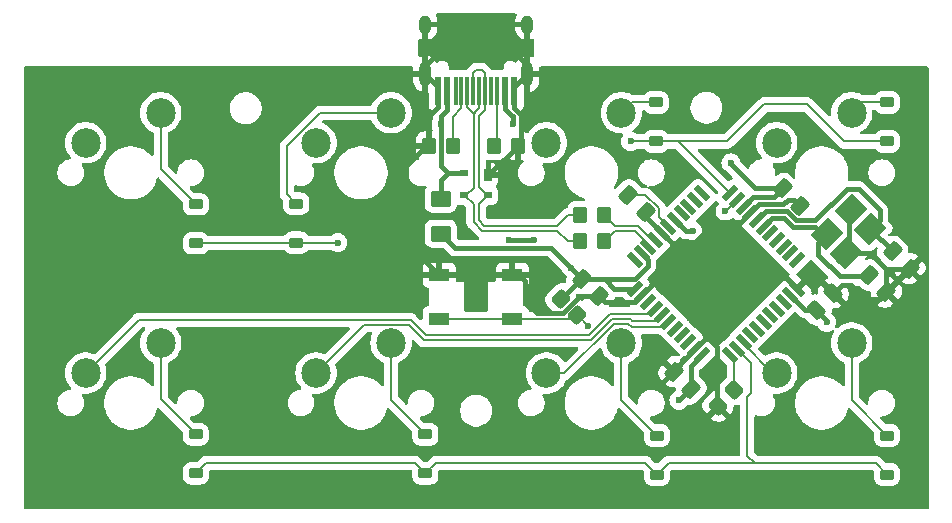
<source format=gbr>
G04 #@! TF.GenerationSoftware,KiCad,Pcbnew,8.0.6*
G04 #@! TF.CreationDate,2025-01-18T20:04:13+00:00*
G04 #@! TF.ProjectId,macro-keyboard,6d616372-6f2d-46b6-9579-626f6172642e,rev?*
G04 #@! TF.SameCoordinates,Original*
G04 #@! TF.FileFunction,Copper,L2,Bot*
G04 #@! TF.FilePolarity,Positive*
%FSLAX46Y46*%
G04 Gerber Fmt 4.6, Leading zero omitted, Abs format (unit mm)*
G04 Created by KiCad (PCBNEW 8.0.6) date 2025-01-18 20:04:13*
%MOMM*%
%LPD*%
G01*
G04 APERTURE LIST*
G04 Aperture macros list*
%AMRoundRect*
0 Rectangle with rounded corners*
0 $1 Rounding radius*
0 $2 $3 $4 $5 $6 $7 $8 $9 X,Y pos of 4 corners*
0 Add a 4 corners polygon primitive as box body*
4,1,4,$2,$3,$4,$5,$6,$7,$8,$9,$2,$3,0*
0 Add four circle primitives for the rounded corners*
1,1,$1+$1,$2,$3*
1,1,$1+$1,$4,$5*
1,1,$1+$1,$6,$7*
1,1,$1+$1,$8,$9*
0 Add four rect primitives between the rounded corners*
20,1,$1+$1,$2,$3,$4,$5,0*
20,1,$1+$1,$4,$5,$6,$7,0*
20,1,$1+$1,$6,$7,$8,$9,0*
20,1,$1+$1,$8,$9,$2,$3,0*%
%AMRotRect*
0 Rectangle, with rotation*
0 The origin of the aperture is its center*
0 $1 length*
0 $2 width*
0 $3 Rotation angle, in degrees counterclockwise*
0 Add horizontal line*
21,1,$1,$2,0,0,$3*%
G04 Aperture macros list end*
G04 #@! TA.AperFunction,ComponentPad*
%ADD10C,2.500000*%
G04 #@! TD*
G04 #@! TA.AperFunction,SMDPad,CuDef*
%ADD11RoundRect,0.225000X0.375000X-0.225000X0.375000X0.225000X-0.375000X0.225000X-0.375000X-0.225000X0*%
G04 #@! TD*
G04 #@! TA.AperFunction,SMDPad,CuDef*
%ADD12RoundRect,0.250000X-0.350000X-0.450000X0.350000X-0.450000X0.350000X0.450000X-0.350000X0.450000X0*%
G04 #@! TD*
G04 #@! TA.AperFunction,SMDPad,CuDef*
%ADD13RoundRect,0.250000X-0.574524X-0.097227X-0.097227X-0.574524X0.574524X0.097227X0.097227X0.574524X0*%
G04 #@! TD*
G04 #@! TA.AperFunction,SMDPad,CuDef*
%ADD14RoundRect,0.250000X0.565685X0.070711X0.070711X0.565685X-0.565685X-0.070711X-0.070711X-0.565685X0*%
G04 #@! TD*
G04 #@! TA.AperFunction,SMDPad,CuDef*
%ADD15RoundRect,0.250000X0.070711X-0.565685X0.565685X-0.070711X-0.070711X0.565685X-0.565685X0.070711X0*%
G04 #@! TD*
G04 #@! TA.AperFunction,SMDPad,CuDef*
%ADD16RoundRect,0.250000X0.574524X0.097227X0.097227X0.574524X-0.574524X-0.097227X-0.097227X-0.574524X0*%
G04 #@! TD*
G04 #@! TA.AperFunction,SMDPad,CuDef*
%ADD17RotRect,2.100000X1.800000X45.000000*%
G04 #@! TD*
G04 #@! TA.AperFunction,SMDPad,CuDef*
%ADD18R,0.600000X2.450000*%
G04 #@! TD*
G04 #@! TA.AperFunction,SMDPad,CuDef*
%ADD19R,0.300000X2.450000*%
G04 #@! TD*
G04 #@! TA.AperFunction,ComponentPad*
%ADD20O,1.000000X1.600000*%
G04 #@! TD*
G04 #@! TA.AperFunction,ComponentPad*
%ADD21O,1.000000X2.100000*%
G04 #@! TD*
G04 #@! TA.AperFunction,SMDPad,CuDef*
%ADD22RotRect,1.500000X0.550000X315.000000*%
G04 #@! TD*
G04 #@! TA.AperFunction,SMDPad,CuDef*
%ADD23RotRect,1.500000X0.550000X225.000000*%
G04 #@! TD*
G04 #@! TA.AperFunction,SMDPad,CuDef*
%ADD24RoundRect,0.250000X0.350000X0.450000X-0.350000X0.450000X-0.350000X-0.450000X0.350000X-0.450000X0*%
G04 #@! TD*
G04 #@! TA.AperFunction,SMDPad,CuDef*
%ADD25R,0.700000X1.000000*%
G04 #@! TD*
G04 #@! TA.AperFunction,SMDPad,CuDef*
%ADD26R,0.700000X0.600000*%
G04 #@! TD*
G04 #@! TA.AperFunction,SMDPad,CuDef*
%ADD27RoundRect,0.250001X0.624999X-0.462499X0.624999X0.462499X-0.624999X0.462499X-0.624999X-0.462499X0*%
G04 #@! TD*
G04 #@! TA.AperFunction,SMDPad,CuDef*
%ADD28R,1.800000X1.100000*%
G04 #@! TD*
G04 #@! TA.AperFunction,SMDPad,CuDef*
%ADD29RoundRect,0.250000X0.097227X-0.574524X0.574524X-0.097227X-0.097227X0.574524X-0.574524X0.097227X0*%
G04 #@! TD*
G04 #@! TA.AperFunction,ViaPad*
%ADD30C,0.600000*%
G04 #@! TD*
G04 #@! TA.AperFunction,Conductor*
%ADD31C,0.381000*%
G04 #@! TD*
G04 #@! TA.AperFunction,Conductor*
%ADD32C,0.200000*%
G04 #@! TD*
G04 APERTURE END LIST*
D10*
X113373623Y-105793623D03*
X119723623Y-103253623D03*
X132873623Y-105793623D03*
X139223623Y-103253623D03*
X171873623Y-86293623D03*
X178223623Y-83753623D03*
X113373623Y-86293623D03*
X119723623Y-83753623D03*
X152373623Y-105793623D03*
X158723623Y-103253623D03*
X171873623Y-105793623D03*
X178223623Y-103253623D03*
X152373623Y-86293623D03*
X158723623Y-83753623D03*
X132873623Y-86293623D03*
X139223623Y-83753623D03*
D11*
X142133623Y-114283623D03*
X142133623Y-110983623D03*
X181233623Y-86183623D03*
X181233623Y-82883623D03*
D12*
X142433623Y-86533623D03*
X144433623Y-86533623D03*
D13*
X172366377Y-90166377D03*
X173833623Y-91633623D03*
X155400000Y-97800000D03*
X156867246Y-99267246D03*
D14*
X155007107Y-100907107D03*
X153592893Y-99492893D03*
D11*
X131200000Y-94750000D03*
X131200000Y-91450000D03*
D15*
X166885786Y-108614214D03*
X168300000Y-107200000D03*
D16*
X164633623Y-107133623D03*
X163166377Y-105666377D03*
D11*
X161633623Y-86183623D03*
X161633623Y-82883623D03*
D17*
X176123044Y-94024264D03*
X178173654Y-91973654D03*
X179800000Y-93600000D03*
X177749390Y-95650610D03*
D18*
X143208623Y-81878623D03*
X143983623Y-81878623D03*
D19*
X144683623Y-81878623D03*
X145183623Y-81878623D03*
X145683623Y-81878623D03*
X146183623Y-81878623D03*
X146683623Y-81878623D03*
X147183623Y-81878623D03*
X147683623Y-81878623D03*
X148183623Y-81878623D03*
D18*
X148883623Y-81878623D03*
X149658623Y-81878623D03*
D20*
X142113623Y-76283623D03*
D21*
X142113623Y-80463623D03*
D20*
X150753623Y-76283623D03*
D21*
X150753623Y-80463623D03*
D11*
X161733623Y-114383623D03*
X161733623Y-111083623D03*
X122700000Y-94800000D03*
X122700000Y-91500000D03*
D22*
X159874687Y-96231541D03*
X160440373Y-95665856D03*
X161006058Y-95100171D03*
X161571743Y-94534485D03*
X162137429Y-93968800D03*
X162703114Y-93403114D03*
X163268800Y-92837429D03*
X163834485Y-92271743D03*
X164400171Y-91706058D03*
X164965856Y-91140373D03*
X165531541Y-90574687D03*
D23*
X167935705Y-90574687D03*
X168501390Y-91140373D03*
X169067075Y-91706058D03*
X169632761Y-92271743D03*
X170198446Y-92837429D03*
X170764132Y-93403114D03*
X171329817Y-93968800D03*
X171895503Y-94534485D03*
X172461188Y-95100171D03*
X173026873Y-95665856D03*
X173592559Y-96231541D03*
D22*
X173592559Y-98635705D03*
X173026873Y-99201390D03*
X172461188Y-99767075D03*
X171895503Y-100332761D03*
X171329817Y-100898446D03*
X170764132Y-101464132D03*
X170198446Y-102029817D03*
X169632761Y-102595503D03*
X169067075Y-103161188D03*
X168501390Y-103726873D03*
X167935705Y-104292559D03*
D23*
X165531541Y-104292559D03*
X164965856Y-103726873D03*
X164400171Y-103161188D03*
X163834485Y-102595503D03*
X163268800Y-102029817D03*
X162703114Y-101464132D03*
X162137429Y-100898446D03*
X161571743Y-100332761D03*
X161006058Y-99767075D03*
X160440373Y-99201390D03*
X159874687Y-98635705D03*
D24*
X157233623Y-92433623D03*
X155233623Y-92433623D03*
D25*
X147433623Y-89033623D03*
D26*
X147433623Y-90733623D03*
X145433623Y-90733623D03*
X145433623Y-88833623D03*
D11*
X181233623Y-114383623D03*
X181233623Y-111083623D03*
D27*
X143433623Y-94008623D03*
X143433623Y-91033623D03*
D11*
X122683623Y-114283623D03*
X122683623Y-110983623D03*
D28*
X143300000Y-101200000D03*
X149500000Y-101200000D03*
X143300000Y-97500000D03*
X149500000Y-97500000D03*
D13*
X181689421Y-95490641D03*
X183156667Y-96957887D03*
D24*
X149933623Y-86533623D03*
X147933623Y-86533623D03*
D29*
X175200000Y-100467246D03*
X176667246Y-99000000D03*
D24*
X157233623Y-94640730D03*
X155233623Y-94640730D03*
D13*
X179689421Y-97490641D03*
X181156667Y-98957887D03*
X159300000Y-90700000D03*
X160767246Y-92167246D03*
D30*
X151350000Y-94500000D03*
X149250000Y-92500000D03*
X151350000Y-92500000D03*
X149250000Y-94500000D03*
X164750000Y-93750000D03*
X176100000Y-101500000D03*
X154500000Y-96900000D03*
X163600000Y-108100000D03*
X168000000Y-88000000D03*
X159516377Y-86183623D03*
X134700000Y-94750000D03*
X149533623Y-84733623D03*
X143424123Y-84733623D03*
X155923298Y-101796800D03*
X167500000Y-92100000D03*
D31*
X176123044Y-94024264D02*
X175400000Y-94747308D01*
X175400000Y-95800000D02*
X177200000Y-97600000D01*
X175400000Y-94747308D02*
X175400000Y-95800000D01*
X179580062Y-97600000D02*
X179689421Y-97490641D01*
X177200000Y-97600000D02*
X179580062Y-97600000D01*
X162970882Y-96670882D02*
X166175947Y-99875947D01*
X166175947Y-99875947D02*
X166175947Y-102925000D01*
X166885786Y-108614214D02*
X166820421Y-108548849D01*
X166820421Y-108548849D02*
X166820421Y-103569474D01*
X166820421Y-103569474D02*
X166175947Y-102925000D01*
X165767729Y-102925000D02*
X164965856Y-103726873D01*
X166175947Y-102925000D02*
X165767729Y-102925000D01*
D32*
X146208623Y-83834287D02*
X146208623Y-90091377D01*
X145683623Y-81878623D02*
X145683623Y-83309287D01*
X146403623Y-83633623D02*
X146403623Y-83639287D01*
X146403623Y-83639287D02*
X146208623Y-83834287D01*
X154183622Y-94640730D02*
X153305068Y-93762176D01*
X146683623Y-83353623D02*
X146683623Y-81878623D01*
X146943976Y-93762176D02*
X146208623Y-93026823D01*
X145683623Y-83309287D02*
X146208623Y-83834287D01*
X146208623Y-91508623D02*
X145433623Y-90733623D01*
X153305068Y-93762176D02*
X146943976Y-93762176D01*
X146208623Y-90091377D02*
X145566377Y-90733623D01*
X146208623Y-93026823D02*
X146208623Y-91533623D01*
X145566377Y-90733623D02*
X145433623Y-90733623D01*
X155233623Y-94640730D02*
X154183622Y-94640730D01*
X146208623Y-91533623D02*
X146208623Y-91945152D01*
X146208623Y-91945152D02*
X146208623Y-91508623D01*
X146403623Y-83633623D02*
X146683623Y-83353623D01*
D31*
X175724264Y-94024264D02*
X176123044Y-94024264D01*
X173235331Y-93434545D02*
X175134545Y-93434545D01*
X175134545Y-93434545D02*
X175724264Y-94024264D01*
X172500786Y-92700000D02*
X173235331Y-93434545D01*
X171467246Y-92700000D02*
X172500786Y-92700000D01*
X170764132Y-93403114D02*
X171467246Y-92700000D01*
D32*
X179800000Y-93601220D02*
X179800000Y-93600000D01*
D31*
X172722444Y-92100000D02*
X173475989Y-92853545D01*
X170198446Y-92837429D02*
X170935875Y-92100000D01*
X178804296Y-90204296D02*
X180600000Y-92000000D01*
X181689421Y-95490641D02*
X181689421Y-95489421D01*
X181689421Y-95489421D02*
X179800000Y-93600000D01*
X180600000Y-92800000D02*
X179800000Y-93600000D01*
X173475989Y-92853545D02*
X175146455Y-92853545D01*
X170935875Y-92100000D02*
X172722444Y-92100000D01*
X175146455Y-92853545D02*
X177795704Y-90204296D01*
X177795704Y-90204296D02*
X178804296Y-90204296D01*
X180600000Y-92000000D02*
X180600000Y-92800000D01*
X155246190Y-99267246D02*
X154556718Y-99956718D01*
X173592559Y-98635705D02*
X174128264Y-98100000D01*
X151350000Y-92500000D02*
X149250000Y-92500000D01*
X142166377Y-86533623D02*
X142433623Y-86533623D01*
X142113623Y-79786377D02*
X142113623Y-80463623D01*
X150119408Y-97500000D02*
X150590500Y-97971092D01*
X142433623Y-84043965D02*
X142433623Y-86533623D01*
X150590500Y-99690500D02*
X151603976Y-100703976D01*
X174128264Y-98100000D02*
X175767246Y-98100000D01*
X181156667Y-97259107D02*
X181156667Y-98957887D01*
X150590500Y-97971092D02*
X150590500Y-99690500D01*
X149700000Y-78700000D02*
X143200000Y-78700000D01*
X179850610Y-95650610D02*
X177749390Y-95650610D01*
X143208623Y-81878623D02*
X143208623Y-83268965D01*
X178030642Y-92116666D02*
X178030642Y-95369358D01*
X180614554Y-99500000D02*
X181156667Y-98957887D01*
X181157887Y-96957887D02*
X181157887Y-97257887D01*
X162970882Y-94802253D02*
X162970882Y-96670882D01*
X143200000Y-78700000D02*
X142113623Y-79786377D01*
X178173654Y-91973654D02*
X178030642Y-92116666D01*
X181157887Y-97257887D02*
X181156667Y-97259107D01*
X143208623Y-83268965D02*
X142433623Y-84043965D01*
X149500000Y-97500000D02*
X143300000Y-97500000D01*
X153809460Y-100703976D02*
X154556718Y-99956718D01*
X159890774Y-99750989D02*
X157350989Y-99750989D01*
X162970882Y-96670882D02*
X171627736Y-96670882D01*
X143208623Y-81558623D02*
X142113623Y-80463623D01*
X172415856Y-91500000D02*
X170404504Y-91500000D01*
X164965856Y-103734144D02*
X163166377Y-105533623D01*
X178030642Y-95369358D02*
X177749390Y-95650610D01*
X156867246Y-99267246D02*
X155246190Y-99267246D01*
X150753623Y-80463623D02*
X150753623Y-79753623D01*
X162137429Y-93968800D02*
X160767246Y-92598617D01*
X160767246Y-92598617D02*
X160767246Y-92167246D01*
X149250000Y-94500000D02*
X151350000Y-94500000D01*
X149933623Y-86533623D02*
X147433623Y-89033623D01*
X183156667Y-96957887D02*
X181157887Y-96957887D01*
X150753623Y-79753623D02*
X149700000Y-78700000D01*
X163166377Y-105533623D02*
X163166377Y-105666377D01*
X171627736Y-96670882D02*
X173592559Y-98635705D01*
X175767246Y-98100000D02*
X176667246Y-99000000D01*
X149658623Y-83358623D02*
X150233623Y-83933623D01*
X178200000Y-98300000D02*
X179400000Y-99500000D01*
X149658623Y-81878623D02*
X149658623Y-83358623D01*
X149658623Y-81558623D02*
X150753623Y-80463623D01*
X164965856Y-103726873D02*
X164965856Y-103734144D01*
X143300000Y-97500000D02*
X140448123Y-94648123D01*
X149658623Y-81878623D02*
X149658623Y-81558623D01*
X151603976Y-100703976D02*
X153809460Y-100703976D01*
X143208623Y-81878623D02*
X143208623Y-81558623D01*
X166630208Y-93011555D02*
X168892949Y-93011555D01*
X140448123Y-88251877D02*
X142166377Y-86533623D01*
X162137429Y-93968800D02*
X162970882Y-94802253D01*
X157350989Y-99750989D02*
X156867246Y-99267246D01*
X173300000Y-91100000D02*
X172815856Y-91100000D01*
X150233623Y-86233623D02*
X149933623Y-86533623D01*
X150233623Y-83933623D02*
X150233623Y-86233623D01*
X179400000Y-99500000D02*
X180614554Y-99500000D01*
X176667246Y-99000000D02*
X177367246Y-98300000D01*
X181157887Y-96957887D02*
X179850610Y-95650610D01*
X173833623Y-91633623D02*
X173300000Y-91100000D01*
X170404504Y-91500000D02*
X169632761Y-92271743D01*
X159890774Y-99750989D02*
X160440373Y-99201390D01*
X177367246Y-98300000D02*
X178200000Y-98300000D01*
X140448123Y-94648123D02*
X140448123Y-88251877D01*
X150753623Y-80463623D02*
X150753623Y-76283623D01*
X149500000Y-97500000D02*
X150119408Y-97500000D01*
X162970882Y-96670882D02*
X166630208Y-93011555D01*
X160440373Y-99201390D02*
X162970882Y-96670882D01*
X142113623Y-80463623D02*
X142113623Y-76283623D01*
X172815856Y-91100000D02*
X172415856Y-91500000D01*
X168892949Y-93011555D02*
X169632761Y-92271743D01*
X164600000Y-105224100D02*
X164600000Y-107100000D01*
X170075979Y-90166377D02*
X172366377Y-90166377D01*
X175200000Y-100467246D02*
X174292729Y-100467246D01*
X164181371Y-93750000D02*
X163268800Y-92837429D01*
X160989971Y-96729169D02*
X159919140Y-97800000D01*
X164600000Y-107100000D02*
X164633623Y-107133623D01*
X168000000Y-88090398D02*
X170075979Y-90166377D01*
X164750000Y-93750000D02*
X164181371Y-93750000D01*
X157000000Y-97800000D02*
X157300000Y-97800000D01*
X173026873Y-99201390D02*
X174292729Y-100467246D01*
X169854133Y-90919000D02*
X171613754Y-90919000D01*
X165531541Y-104292559D02*
X164600000Y-105224100D01*
X152800000Y-95200000D02*
X144625000Y-95200000D01*
X176100000Y-101367246D02*
X175200000Y-100467246D01*
X155400000Y-97800000D02*
X154500000Y-96900000D01*
X155400000Y-97800000D02*
X155285786Y-97800000D01*
X169067075Y-91706058D02*
X169854133Y-90919000D01*
X154500000Y-96900000D02*
X152800000Y-95200000D01*
X159874687Y-98635705D02*
X158135705Y-98635705D01*
X155366377Y-97766377D02*
X155319409Y-97766377D01*
X176100000Y-101500000D02*
X176100000Y-101367246D01*
X155400000Y-97800000D02*
X157000000Y-97800000D01*
X164566377Y-107133623D02*
X163600000Y-108100000D01*
X160989971Y-96215454D02*
X160989971Y-96729169D01*
X159919140Y-97800000D02*
X157000000Y-97800000D01*
X160440373Y-95665856D02*
X160989971Y-96215454D01*
X168000000Y-88000000D02*
X168000000Y-88090398D01*
X155285786Y-97800000D02*
X153592893Y-99492893D01*
X157300000Y-97800000D02*
X158135705Y-98635705D01*
X171613754Y-90919000D02*
X172366377Y-90166377D01*
X164633623Y-107133623D02*
X164566377Y-107133623D01*
X144625000Y-95200000D02*
X143433623Y-94008623D01*
D32*
X161900000Y-92600000D02*
X162703114Y-93403114D01*
X160749570Y-90700000D02*
X161900000Y-91850430D01*
X159300000Y-90700000D02*
X160749570Y-90700000D01*
X161900000Y-91850430D02*
X161900000Y-92600000D01*
X134700000Y-94750000D02*
X131200000Y-94750000D01*
X167935705Y-90574687D02*
X163544641Y-86183623D01*
X122750000Y-94750000D02*
X122700000Y-94800000D01*
X170800000Y-83050000D02*
X174450000Y-83050000D01*
X131200000Y-94750000D02*
X122750000Y-94750000D01*
X163544641Y-86183623D02*
X167666377Y-86183623D01*
X174450000Y-83050000D02*
X177583623Y-86183623D01*
X161633623Y-86183623D02*
X159516377Y-86183623D01*
X167666377Y-86183623D02*
X170800000Y-83050000D01*
X159500000Y-86200000D02*
X159516377Y-86183623D01*
X161633623Y-86183623D02*
X163516377Y-86183623D01*
X163544641Y-86183623D02*
X161633623Y-86183623D01*
X177583623Y-86183623D02*
X181233623Y-86183623D01*
X122700000Y-91500000D02*
X119723623Y-88523623D01*
X119723623Y-88523623D02*
X119723623Y-83753623D01*
X130378623Y-90628623D02*
X130378623Y-86596591D01*
X131200000Y-91450000D02*
X130378623Y-90628623D01*
X130378623Y-86596591D02*
X133221591Y-83753623D01*
X133221591Y-83753623D02*
X139223623Y-83753623D01*
X141250000Y-113400000D02*
X123567246Y-113400000D01*
X169500000Y-113400000D02*
X170000000Y-113400000D01*
X142133623Y-114283623D02*
X143017246Y-113400000D01*
X169378623Y-107826211D02*
X169378623Y-112778623D01*
X162717246Y-113400000D02*
X169500000Y-113400000D01*
X169700000Y-104925483D02*
X169700000Y-107504834D01*
X170000000Y-113400000D02*
X180250000Y-113400000D01*
X169700000Y-107504834D02*
X169378623Y-107826211D01*
X169378623Y-112778623D02*
X170000000Y-113400000D01*
X160750000Y-113400000D02*
X161733623Y-114383623D01*
X142133623Y-114283623D02*
X141250000Y-113400000D01*
X168501390Y-103726873D02*
X169700000Y-104925483D01*
X161733623Y-114383623D02*
X162717246Y-113400000D01*
X180250000Y-113400000D02*
X181233623Y-114383623D01*
X143017246Y-113400000D02*
X160750000Y-113400000D01*
X123567246Y-113400000D02*
X122683623Y-114283623D01*
X161633623Y-82883623D02*
X159593623Y-82883623D01*
X159593623Y-82883623D02*
X158723623Y-83753623D01*
X179093623Y-82883623D02*
X178223623Y-83753623D01*
X181233623Y-82883623D02*
X179093623Y-82883623D01*
X119723623Y-108023623D02*
X119723623Y-103253623D01*
X122683623Y-110983623D02*
X119723623Y-108023623D01*
X142133623Y-110983623D02*
X139223623Y-108073623D01*
X139223623Y-108073623D02*
X139223623Y-103253623D01*
X158723623Y-108073623D02*
X158723623Y-103253623D01*
X161733623Y-111083623D02*
X158723623Y-108073623D01*
X178223623Y-108073623D02*
X178223623Y-103253623D01*
X181233623Y-111083623D02*
X178223623Y-108073623D01*
D31*
X143424123Y-84733623D02*
X143424123Y-84044123D01*
X149417965Y-83939623D02*
X149533623Y-84055281D01*
X149533623Y-84055281D02*
X149533623Y-84733623D01*
X144033623Y-88833623D02*
X143424123Y-88224123D01*
X144033623Y-88833623D02*
X143433623Y-89433623D01*
X145433623Y-88833623D02*
X144033623Y-88833623D01*
X148883623Y-83405281D02*
X149417965Y-83939623D01*
X143433623Y-89433623D02*
X143433623Y-91033623D01*
X148883623Y-81878623D02*
X148883623Y-83405281D01*
X143424123Y-88224123D02*
X143424123Y-84733623D01*
X143424123Y-84044123D02*
X143983623Y-83484623D01*
X143983623Y-83484623D02*
X143983623Y-81878623D01*
D32*
X153064126Y-101200000D02*
X153072038Y-101207912D01*
X153072038Y-101207912D02*
X154706302Y-101207912D01*
X167500000Y-92100000D02*
X167541763Y-92100000D01*
X154706302Y-101207912D02*
X155007107Y-100907107D01*
X143300000Y-101200000D02*
X149500000Y-101200000D01*
X155033605Y-100907107D02*
X155007107Y-100907107D01*
X167541763Y-92100000D02*
X168501390Y-91140373D01*
X149500000Y-101200000D02*
X153064126Y-101200000D01*
X155923298Y-101796800D02*
X155033605Y-100907107D01*
X148183623Y-86283623D02*
X147933623Y-86533623D01*
X148183623Y-81878623D02*
X148183623Y-86283623D01*
X145183623Y-81878623D02*
X145183623Y-83353623D01*
X144433623Y-84103623D02*
X144433623Y-86533623D01*
X145183623Y-83353623D02*
X144433623Y-84103623D01*
X157333623Y-94640730D02*
X157233623Y-94640730D01*
X159911997Y-93758623D02*
X158533623Y-93758623D01*
X158530070Y-93762176D02*
X158212177Y-93762176D01*
X161006058Y-95100171D02*
X161006058Y-94852684D01*
X158533623Y-93758623D02*
X158530070Y-93762176D01*
X161006058Y-94852684D02*
X159911997Y-93758623D01*
X158212177Y-93762176D02*
X157333623Y-94640730D01*
X146658623Y-84008623D02*
X147183623Y-83483623D01*
X147130377Y-93312177D02*
X146658623Y-92840423D01*
X146658623Y-91945152D02*
X146658623Y-91508623D01*
X147433623Y-90733623D02*
X147333623Y-90733623D01*
X147183623Y-83483623D02*
X147183623Y-81878623D01*
X146658623Y-91533623D02*
X146658623Y-91945152D01*
X146913623Y-80133623D02*
X146453623Y-80133623D01*
X147333623Y-90733623D02*
X146658623Y-90058623D01*
X146658623Y-90058623D02*
X146658623Y-84008623D01*
X146658623Y-92840423D02*
X146658623Y-91533623D01*
X147183623Y-80403623D02*
X146913623Y-80133623D01*
X146658623Y-91508623D02*
X147433623Y-90733623D01*
X146453623Y-80133623D02*
X146183623Y-80403623D01*
X146183623Y-80403623D02*
X146183623Y-81878623D01*
X147183623Y-81878623D02*
X147183623Y-80403623D01*
X154183622Y-92433623D02*
X153305068Y-93312177D01*
X155233623Y-92433623D02*
X154183622Y-92433623D01*
X153305068Y-93312177D02*
X147130377Y-93312177D01*
X158357863Y-93312177D02*
X158212177Y-93312177D01*
X161571743Y-94534485D02*
X161324257Y-94534485D01*
X161324257Y-94534485D02*
X160098395Y-93308623D01*
X158361417Y-93308623D02*
X158357863Y-93312177D01*
X157333623Y-92433623D02*
X157233623Y-92433623D01*
X160098395Y-93308623D02*
X158361417Y-93308623D01*
X158212177Y-93312177D02*
X157333623Y-92433623D01*
X168300000Y-107200000D02*
X168300000Y-104656854D01*
X168300000Y-104656854D02*
X167935705Y-104292559D01*
X142165686Y-102600000D02*
X140869309Y-101303623D01*
X117863623Y-101303623D02*
X113373623Y-105793623D01*
X161571743Y-100332761D02*
X161112645Y-100791859D01*
X155968628Y-102600000D02*
X142165686Y-102600000D01*
X160545918Y-100791859D02*
X160537777Y-100800000D01*
X161112645Y-100791859D02*
X160545918Y-100791859D01*
X140869309Y-101303623D02*
X117863623Y-101303623D01*
X157768628Y-100800000D02*
X155968628Y-102600000D01*
X160537777Y-100800000D02*
X157768628Y-100800000D01*
X142000000Y-103000000D02*
X140703623Y-101703623D01*
X159657545Y-101357545D02*
X159500000Y-101200000D01*
X162137429Y-100898446D02*
X161678330Y-101357545D01*
X136963623Y-101703623D02*
X132873623Y-105793623D01*
X161678330Y-101357545D02*
X159657545Y-101357545D01*
X140703623Y-101703623D02*
X136963623Y-101703623D01*
X157934314Y-101200000D02*
X156134314Y-103000000D01*
X159500000Y-101200000D02*
X157934314Y-101200000D01*
X156134314Y-103000000D02*
X142000000Y-103000000D01*
X162703114Y-101464132D02*
X162244016Y-101923230D01*
X162244016Y-101923230D02*
X159623230Y-101923230D01*
X159300000Y-101600000D02*
X158100000Y-101600000D01*
X153906377Y-105793623D02*
X152373623Y-105793623D01*
X158100000Y-101600000D02*
X153906377Y-105793623D01*
X159623230Y-101923230D02*
X159300000Y-101600000D01*
X171493623Y-105793623D02*
X171873623Y-105793623D01*
X169067075Y-103367075D02*
X171493623Y-105793623D01*
X169067075Y-103161188D02*
X169067075Y-103367075D01*
X170198446Y-102029817D02*
X170301849Y-102029817D01*
G04 #@! TA.AperFunction,Conductor*
G36*
X141056662Y-79853808D02*
G01*
X141102417Y-79906612D01*
X141113623Y-79958123D01*
X141113623Y-80213623D01*
X141813623Y-80213623D01*
X141813623Y-80713623D01*
X141113623Y-80713623D01*
X141113623Y-81112118D01*
X141152050Y-81305304D01*
X141152053Y-81305316D01*
X141227430Y-81487294D01*
X141227437Y-81487307D01*
X141336871Y-81651085D01*
X141336874Y-81651089D01*
X141476156Y-81790371D01*
X141476160Y-81790374D01*
X141639938Y-81899808D01*
X141639951Y-81899815D01*
X141821931Y-81975192D01*
X141863623Y-81983485D01*
X141863623Y-81180611D01*
X141873563Y-81197828D01*
X141929418Y-81253683D01*
X141997827Y-81293179D01*
X142074127Y-81313623D01*
X142153119Y-81313623D01*
X142229419Y-81293179D01*
X142297828Y-81253683D01*
X142353683Y-81197828D01*
X142363623Y-81180611D01*
X142363623Y-81983702D01*
X142402622Y-82040957D01*
X142408623Y-82079064D01*
X142408623Y-83151467D01*
X142415024Y-83210995D01*
X142415026Y-83211002D01*
X142465268Y-83345709D01*
X142465272Y-83345716D01*
X142551432Y-83460810D01*
X142551435Y-83460813D01*
X142666529Y-83546973D01*
X142666538Y-83546978D01*
X142732859Y-83571714D01*
X142788793Y-83613585D01*
X142813211Y-83679049D01*
X142804088Y-83735348D01*
X142759679Y-83842561D01*
X142759676Y-83842571D01*
X142733123Y-83976062D01*
X142733123Y-84293010D01*
X142714118Y-84358980D01*
X142698332Y-84384103D01*
X142638756Y-84554360D01*
X142638753Y-84554373D01*
X142618558Y-84733619D01*
X142618558Y-84733626D01*
X142638753Y-84912872D01*
X142638754Y-84912877D01*
X142698334Y-85083147D01*
X142714116Y-85108262D01*
X142733123Y-85174235D01*
X142733123Y-85232761D01*
X142713438Y-85299800D01*
X142696804Y-85320442D01*
X142683623Y-85333623D01*
X142683623Y-86659623D01*
X142663938Y-86726662D01*
X142611134Y-86772417D01*
X142559623Y-86783623D01*
X141333624Y-86783623D01*
X141333624Y-87033609D01*
X141344117Y-87136320D01*
X141399264Y-87302742D01*
X141399266Y-87302747D01*
X141491307Y-87451968D01*
X141565477Y-87526138D01*
X141598962Y-87587461D01*
X141593978Y-87657153D01*
X141552106Y-87713086D01*
X141504445Y-87733228D01*
X141504799Y-87734701D01*
X141500069Y-87735836D01*
X141331583Y-87790579D01*
X141331580Y-87790580D01*
X141173732Y-87871009D01*
X141116079Y-87912897D01*
X141030409Y-87975140D01*
X141030407Y-87975142D01*
X141030406Y-87975142D01*
X140905142Y-88100406D01*
X140905142Y-88100407D01*
X140905140Y-88100409D01*
X140892440Y-88117889D01*
X140801009Y-88243732D01*
X140720580Y-88401580D01*
X140720579Y-88401583D01*
X140665837Y-88570066D01*
X140638123Y-88745044D01*
X140638123Y-88922201D01*
X140665837Y-89097179D01*
X140720579Y-89265662D01*
X140720580Y-89265665D01*
X140801009Y-89423513D01*
X140905140Y-89566837D01*
X141030409Y-89692106D01*
X141173733Y-89796237D01*
X141224798Y-89822256D01*
X141331580Y-89876665D01*
X141331583Y-89876666D01*
X141393563Y-89896804D01*
X141500068Y-89931409D01*
X141675044Y-89959123D01*
X141675045Y-89959123D01*
X141852201Y-89959123D01*
X141852202Y-89959123D01*
X142027178Y-89931409D01*
X142074070Y-89916172D01*
X142143911Y-89914178D01*
X142203744Y-89950258D01*
X142234572Y-90012959D01*
X142226607Y-90082373D01*
X142217927Y-90099201D01*
X142123808Y-90251790D01*
X142068624Y-90418326D01*
X142068623Y-90418327D01*
X142058123Y-90521107D01*
X142058123Y-91546138D01*
X142068623Y-91648918D01*
X142068624Y-91648920D01*
X142084941Y-91698161D01*
X142123809Y-91815458D01*
X142123810Y-91815460D01*
X142215909Y-91964774D01*
X142215912Y-91964778D01*
X142339967Y-92088833D01*
X142339971Y-92088836D01*
X142489285Y-92180935D01*
X142489287Y-92180936D01*
X142489289Y-92180937D01*
X142655826Y-92236122D01*
X142758615Y-92246623D01*
X142758620Y-92246623D01*
X144108626Y-92246623D01*
X144108631Y-92246623D01*
X144211420Y-92236122D01*
X144377957Y-92180937D01*
X144527278Y-92088834D01*
X144651334Y-91964778D01*
X144743437Y-91815457D01*
X144798622Y-91648920D01*
X144800754Y-91628051D01*
X144827150Y-91563359D01*
X144884331Y-91523208D01*
X144954142Y-91520344D01*
X144967440Y-91524469D01*
X144976140Y-91527714D01*
X145035750Y-91534123D01*
X145333525Y-91534122D01*
X145400564Y-91553806D01*
X145421206Y-91570441D01*
X145571804Y-91721039D01*
X145605289Y-91782362D01*
X145608123Y-91808720D01*
X145608123Y-92940153D01*
X145608122Y-92940171D01*
X145608122Y-93105877D01*
X145608121Y-93105877D01*
X145649046Y-93258609D01*
X145649047Y-93258610D01*
X145669498Y-93294032D01*
X145726825Y-93393326D01*
X145728104Y-93395540D01*
X145846972Y-93514408D01*
X145846978Y-93514413D01*
X146459115Y-94126550D01*
X146459125Y-94126561D01*
X146463455Y-94130891D01*
X146463456Y-94130892D01*
X146575260Y-94242696D01*
X146635739Y-94277613D01*
X146683954Y-94328179D01*
X146697178Y-94396786D01*
X146671210Y-94461651D01*
X146614297Y-94502180D01*
X146573739Y-94509000D01*
X144962584Y-94509000D01*
X144895545Y-94489315D01*
X144874901Y-94472680D01*
X144845440Y-94443218D01*
X144811956Y-94381894D01*
X144809123Y-94355538D01*
X144809123Y-93496120D01*
X144809122Y-93496107D01*
X144808841Y-93493360D01*
X144798622Y-93393326D01*
X144743437Y-93226789D01*
X144739595Y-93220561D01*
X144651336Y-93077471D01*
X144651333Y-93077467D01*
X144527278Y-92953412D01*
X144527274Y-92953409D01*
X144377960Y-92861310D01*
X144377958Y-92861309D01*
X144270762Y-92825788D01*
X144211420Y-92806124D01*
X144211418Y-92806123D01*
X144108638Y-92795623D01*
X144108631Y-92795623D01*
X142758615Y-92795623D01*
X142758607Y-92795623D01*
X142655827Y-92806123D01*
X142655826Y-92806124D01*
X142489287Y-92861309D01*
X142489285Y-92861310D01*
X142339971Y-92953409D01*
X142339967Y-92953412D01*
X142215912Y-93077467D01*
X142215909Y-93077471D01*
X142123810Y-93226785D01*
X142123809Y-93226787D01*
X142068624Y-93393326D01*
X142068623Y-93393327D01*
X142058123Y-93496107D01*
X142058123Y-94521138D01*
X142068623Y-94623918D01*
X142068624Y-94623920D01*
X142073173Y-94637648D01*
X142123809Y-94790458D01*
X142123810Y-94790460D01*
X142215909Y-94939774D01*
X142215912Y-94939778D01*
X142339967Y-95063833D01*
X142339971Y-95063836D01*
X142489285Y-95155935D01*
X142489287Y-95155936D01*
X142489289Y-95155937D01*
X142655826Y-95211122D01*
X142758615Y-95221623D01*
X143618040Y-95221623D01*
X143685079Y-95241308D01*
X143705721Y-95257942D01*
X144184510Y-95736732D01*
X144184515Y-95736736D01*
X144203587Y-95749479D01*
X144241734Y-95774968D01*
X144297689Y-95812356D01*
X144297691Y-95812357D01*
X144297695Y-95812359D01*
X144394919Y-95852630D01*
X144423443Y-95864445D01*
X144423447Y-95864445D01*
X144423448Y-95864446D01*
X144556939Y-95891000D01*
X144556942Y-95891000D01*
X144556943Y-95891000D01*
X144693057Y-95891000D01*
X152462416Y-95891000D01*
X152529455Y-95910685D01*
X152550097Y-95927319D01*
X153701400Y-97078622D01*
X153730760Y-97125348D01*
X153774210Y-97249520D01*
X153774212Y-97249524D01*
X153870184Y-97402262D01*
X153997740Y-97529818D01*
X154047504Y-97561086D01*
X154093796Y-97613420D01*
X154104445Y-97682474D01*
X154102190Y-97694677D01*
X154074976Y-97809498D01*
X154074975Y-97809509D01*
X154074975Y-97982226D01*
X154055290Y-98049265D01*
X154038660Y-98069902D01*
X153967834Y-98140729D01*
X153946202Y-98162361D01*
X153884878Y-98195845D01*
X153829923Y-98195336D01*
X153818282Y-98192576D01*
X153751330Y-98176707D01*
X153751325Y-98176707D01*
X153575883Y-98176707D01*
X153575881Y-98176707D01*
X153575875Y-98176708D01*
X153405172Y-98217166D01*
X153328375Y-98255735D01*
X153248389Y-98295905D01*
X153248388Y-98295906D01*
X153248382Y-98295910D01*
X153168292Y-98361153D01*
X153168274Y-98361169D01*
X152461167Y-99068278D01*
X152461158Y-99068288D01*
X152395904Y-99148390D01*
X152317166Y-99305172D01*
X152276708Y-99475875D01*
X152276707Y-99475886D01*
X152276707Y-99651321D01*
X152276708Y-99651332D01*
X152317166Y-99822034D01*
X152317168Y-99822037D01*
X152395905Y-99978818D01*
X152395907Y-99978821D01*
X152395909Y-99978824D01*
X152448173Y-100042981D01*
X152461162Y-100058926D01*
X152461167Y-100058931D01*
X152461168Y-100058932D01*
X152790056Y-100387819D01*
X152823541Y-100449142D01*
X152818557Y-100518833D01*
X152776686Y-100574767D01*
X152711221Y-100599184D01*
X152702375Y-100599500D01*
X151001440Y-100599500D01*
X150934401Y-100579815D01*
X150888646Y-100527011D01*
X150885258Y-100518833D01*
X150843797Y-100407671D01*
X150843793Y-100407664D01*
X150757547Y-100292455D01*
X150757544Y-100292452D01*
X150642335Y-100206206D01*
X150642328Y-100206202D01*
X150507482Y-100155908D01*
X150499938Y-100154126D01*
X150500441Y-100151994D01*
X150446184Y-100129513D01*
X150406342Y-100072117D01*
X150400000Y-100032970D01*
X150400000Y-98666524D01*
X150419685Y-98599485D01*
X150472489Y-98553730D01*
X150500020Y-98546179D01*
X150499832Y-98545380D01*
X150507379Y-98543596D01*
X150642086Y-98493354D01*
X150642093Y-98493350D01*
X150757187Y-98407190D01*
X150757190Y-98407187D01*
X150843350Y-98292093D01*
X150843354Y-98292086D01*
X150893596Y-98157379D01*
X150893598Y-98157372D01*
X150899999Y-98097844D01*
X150900000Y-98097827D01*
X150900000Y-97750000D01*
X148100000Y-97750000D01*
X148100000Y-97926000D01*
X148080315Y-97993039D01*
X148027511Y-98038794D01*
X147976000Y-98050000D01*
X147400000Y-98050000D01*
X147400000Y-100475500D01*
X147380315Y-100542539D01*
X147327511Y-100588294D01*
X147276000Y-100599500D01*
X145524000Y-100599500D01*
X145456961Y-100579815D01*
X145411206Y-100527011D01*
X145400000Y-100475500D01*
X145400000Y-98050000D01*
X144824000Y-98050000D01*
X144756961Y-98030315D01*
X144711206Y-97977511D01*
X144700000Y-97926000D01*
X144700000Y-97750000D01*
X141900000Y-97750000D01*
X141900000Y-98097844D01*
X141906401Y-98157372D01*
X141906403Y-98157379D01*
X141956645Y-98292086D01*
X141956649Y-98292093D01*
X142042809Y-98407187D01*
X142042812Y-98407190D01*
X142157906Y-98493350D01*
X142157913Y-98493354D01*
X142292620Y-98543596D01*
X142300168Y-98545380D01*
X142299655Y-98547548D01*
X142353786Y-98569956D01*
X142393646Y-98627340D01*
X142400000Y-98666524D01*
X142400000Y-100032969D01*
X142380315Y-100100008D01*
X142327511Y-100145763D01*
X142299883Y-100153345D01*
X142300068Y-100154124D01*
X142292520Y-100155907D01*
X142157671Y-100206202D01*
X142157664Y-100206206D01*
X142042455Y-100292452D01*
X142042452Y-100292455D01*
X141956206Y-100407664D01*
X141956202Y-100407671D01*
X141905908Y-100542517D01*
X141899501Y-100602116D01*
X141899500Y-100602135D01*
X141899500Y-101185217D01*
X141879815Y-101252256D01*
X141827011Y-101298011D01*
X141757853Y-101307955D01*
X141694297Y-101278930D01*
X141687819Y-101272898D01*
X141356899Y-100941978D01*
X141356897Y-100941975D01*
X141238026Y-100823104D01*
X141238025Y-100823103D01*
X141143653Y-100768618D01*
X141143652Y-100768617D01*
X141101092Y-100744045D01*
X141045190Y-100729066D01*
X140948366Y-100703122D01*
X140790252Y-100703122D01*
X140782656Y-100703122D01*
X140782640Y-100703123D01*
X117950292Y-100703123D01*
X117950276Y-100703122D01*
X117942680Y-100703122D01*
X117784566Y-100703122D01*
X117704633Y-100724540D01*
X117631839Y-100744045D01*
X117589277Y-100768619D01*
X117589276Y-100768618D01*
X117494910Y-100823100D01*
X117494905Y-100823104D01*
X117383101Y-100934909D01*
X114174018Y-104143991D01*
X114112695Y-104177476D01*
X114043003Y-104172492D01*
X114032539Y-104168032D01*
X114014947Y-104159560D01*
X113764246Y-104082229D01*
X113764242Y-104082228D01*
X113764238Y-104082227D01*
X113639446Y-104063417D01*
X113504810Y-104043123D01*
X113504805Y-104043123D01*
X113242441Y-104043123D01*
X113242435Y-104043123D01*
X113080870Y-104067476D01*
X112983008Y-104082227D01*
X112983005Y-104082228D01*
X112982999Y-104082229D01*
X112732296Y-104159561D01*
X112495926Y-104273390D01*
X112495925Y-104273391D01*
X112279143Y-104421190D01*
X112086821Y-104599637D01*
X111923237Y-104804766D01*
X111792055Y-105031979D01*
X111696205Y-105276201D01*
X111696199Y-105276220D01*
X111637820Y-105531997D01*
X111637819Y-105532002D01*
X111618215Y-105793618D01*
X111618215Y-105793627D01*
X111637819Y-106055243D01*
X111637820Y-106055248D01*
X111696199Y-106311025D01*
X111696201Y-106311034D01*
X111696203Y-106311039D01*
X111792055Y-106555266D01*
X111923237Y-106782480D01*
X111974356Y-106846581D01*
X112086820Y-106987607D01*
X112093000Y-106993340D01*
X112128756Y-107053367D01*
X112126383Y-107123197D01*
X112086634Y-107180658D01*
X112022129Y-107207507D01*
X112018411Y-107207857D01*
X112015051Y-107208121D01*
X111840066Y-107235837D01*
X111671583Y-107290579D01*
X111671580Y-107290580D01*
X111513732Y-107371009D01*
X111449541Y-107417647D01*
X111370409Y-107475140D01*
X111370407Y-107475142D01*
X111370406Y-107475142D01*
X111245142Y-107600406D01*
X111245142Y-107600407D01*
X111245140Y-107600409D01*
X111203477Y-107657753D01*
X111141009Y-107743732D01*
X111060580Y-107901580D01*
X111060579Y-107901583D01*
X111005837Y-108070066D01*
X110987456Y-108186117D01*
X110978123Y-108245044D01*
X110978123Y-108422202D01*
X110983896Y-108458648D01*
X111005837Y-108597179D01*
X111060579Y-108765662D01*
X111060580Y-108765665D01*
X111131864Y-108905565D01*
X111141009Y-108923513D01*
X111245140Y-109066837D01*
X111370409Y-109192106D01*
X111513733Y-109296237D01*
X111582200Y-109331123D01*
X111671580Y-109376665D01*
X111671583Y-109376666D01*
X111737229Y-109397995D01*
X111840068Y-109431409D01*
X112015044Y-109459123D01*
X112015045Y-109459123D01*
X112192201Y-109459123D01*
X112192202Y-109459123D01*
X112367178Y-109431409D01*
X112535665Y-109376665D01*
X112693513Y-109296237D01*
X112836837Y-109192106D01*
X112962106Y-109066837D01*
X113066237Y-108923513D01*
X113146665Y-108765665D01*
X113201409Y-108597178D01*
X113229123Y-108422202D01*
X113229123Y-108245044D01*
X113201409Y-108070068D01*
X113160737Y-107944890D01*
X113146666Y-107901583D01*
X113146665Y-107901580D01*
X113100617Y-107811207D01*
X113066237Y-107743733D01*
X113065152Y-107742240D01*
X113055825Y-107729401D01*
X113032345Y-107663595D01*
X113048171Y-107595541D01*
X113098277Y-107546846D01*
X113166755Y-107532971D01*
X113174615Y-107533899D01*
X113242441Y-107544123D01*
X113504805Y-107544123D01*
X113764238Y-107505019D01*
X114014946Y-107427686D01*
X114251327Y-107313851D01*
X114468102Y-107166056D01*
X114660428Y-106987604D01*
X114824009Y-106782480D01*
X114955191Y-106555266D01*
X115051043Y-106311039D01*
X115109425Y-106055253D01*
X115129031Y-105793623D01*
X115120212Y-105675943D01*
X115109426Y-105532002D01*
X115109425Y-105531997D01*
X115109425Y-105531993D01*
X115051043Y-105276207D01*
X114993111Y-105128599D01*
X114986943Y-105059007D01*
X115019381Y-104997123D01*
X115020798Y-104995681D01*
X118076039Y-101940442D01*
X118137362Y-101906957D01*
X118163720Y-101904123D01*
X118303352Y-101904123D01*
X118370391Y-101923808D01*
X118416146Y-101976612D01*
X118426090Y-102045770D01*
X118400299Y-102105434D01*
X118379586Y-102131409D01*
X118273237Y-102264766D01*
X118142055Y-102491979D01*
X118046205Y-102736201D01*
X118046199Y-102736220D01*
X117987820Y-102991997D01*
X117987819Y-102992002D01*
X117968215Y-103253618D01*
X117968215Y-103253627D01*
X117987819Y-103515243D01*
X117987820Y-103515248D01*
X118046199Y-103771025D01*
X118046201Y-103771034D01*
X118046203Y-103771039D01*
X118142055Y-104015266D01*
X118273237Y-104242480D01*
X118405359Y-104408156D01*
X118436821Y-104447608D01*
X118548757Y-104551468D01*
X118629144Y-104626056D01*
X118845919Y-104773851D01*
X118845924Y-104773853D01*
X118845925Y-104773854D01*
X118845926Y-104773855D01*
X118965072Y-104831232D01*
X119052924Y-104873539D01*
X119104784Y-104920361D01*
X119123123Y-104985259D01*
X119123123Y-106799084D01*
X119103438Y-106866123D01*
X119050634Y-106911878D01*
X118981476Y-106921822D01*
X118917920Y-106892797D01*
X118900748Y-106874572D01*
X118879267Y-106846578D01*
X118670670Y-106637981D01*
X118670663Y-106637975D01*
X118436616Y-106458384D01*
X118181133Y-106310881D01*
X118181123Y-106310877D01*
X117908584Y-106197987D01*
X117908577Y-106197985D01*
X117908575Y-106197984D01*
X117623616Y-106121630D01*
X117574736Y-106115194D01*
X117331136Y-106083123D01*
X117331129Y-106083123D01*
X117036117Y-106083123D01*
X117036109Y-106083123D01*
X116768065Y-106118413D01*
X116743630Y-106121630D01*
X116678599Y-106139055D01*
X116458671Y-106197984D01*
X116458661Y-106197987D01*
X116186122Y-106310877D01*
X116186112Y-106310881D01*
X115930629Y-106458384D01*
X115696582Y-106637975D01*
X115696575Y-106637981D01*
X115487981Y-106846575D01*
X115487975Y-106846582D01*
X115308384Y-107080629D01*
X115160881Y-107336112D01*
X115160877Y-107336122D01*
X115047987Y-107608661D01*
X115047984Y-107608671D01*
X115011795Y-107743733D01*
X114971631Y-107893627D01*
X114971629Y-107893638D01*
X114933123Y-108186109D01*
X114933123Y-108481136D01*
X114954063Y-108640186D01*
X114971630Y-108773616D01*
X115047984Y-109058574D01*
X115047987Y-109058584D01*
X115160877Y-109331123D01*
X115160881Y-109331133D01*
X115308384Y-109586616D01*
X115487975Y-109820663D01*
X115487981Y-109820670D01*
X115696575Y-110029264D01*
X115696582Y-110029270D01*
X115930629Y-110208861D01*
X116186112Y-110356364D01*
X116186113Y-110356364D01*
X116186116Y-110356366D01*
X116458671Y-110469262D01*
X116743630Y-110545616D01*
X117036117Y-110584123D01*
X117036124Y-110584123D01*
X117331122Y-110584123D01*
X117331129Y-110584123D01*
X117623616Y-110545616D01*
X117908575Y-110469262D01*
X118181130Y-110356366D01*
X118436617Y-110208861D01*
X118670665Y-110029269D01*
X118879269Y-109820665D01*
X119058861Y-109586617D01*
X119206366Y-109331130D01*
X119319262Y-109058575D01*
X119388372Y-108800650D01*
X119424737Y-108740990D01*
X119487584Y-108710461D01*
X119556960Y-108718756D01*
X119595828Y-108745063D01*
X121546804Y-110696039D01*
X121580289Y-110757362D01*
X121583123Y-110783720D01*
X121583123Y-111256960D01*
X121583124Y-111256978D01*
X121593273Y-111356330D01*
X121593274Y-111356333D01*
X121646619Y-111517317D01*
X121646624Y-111517328D01*
X121735652Y-111661663D01*
X121735655Y-111661667D01*
X121855578Y-111781590D01*
X121855582Y-111781593D01*
X121999917Y-111870621D01*
X121999920Y-111870622D01*
X121999926Y-111870626D01*
X122160915Y-111923972D01*
X122260278Y-111934123D01*
X123106967Y-111934122D01*
X123106975Y-111934121D01*
X123106978Y-111934121D01*
X123161383Y-111928563D01*
X123206331Y-111923972D01*
X123367320Y-111870626D01*
X123511667Y-111781591D01*
X123631591Y-111661667D01*
X123720626Y-111517320D01*
X123773972Y-111356331D01*
X123784123Y-111256968D01*
X123784122Y-110710279D01*
X123782667Y-110696039D01*
X123773972Y-110610915D01*
X123773971Y-110610912D01*
X123752334Y-110545616D01*
X123720626Y-110449926D01*
X123720622Y-110449920D01*
X123720621Y-110449917D01*
X123631593Y-110305582D01*
X123631590Y-110305578D01*
X123511667Y-110185655D01*
X123511663Y-110185652D01*
X123367328Y-110096624D01*
X123367322Y-110096621D01*
X123367320Y-110096620D01*
X123367317Y-110096619D01*
X123206332Y-110043274D01*
X123106975Y-110033123D01*
X123106968Y-110033123D01*
X122633720Y-110033123D01*
X122566681Y-110013438D01*
X122546039Y-109996804D01*
X122220039Y-109670804D01*
X122186554Y-109609481D01*
X122191538Y-109539789D01*
X122233410Y-109483856D01*
X122298874Y-109459439D01*
X122307720Y-109459123D01*
X122352201Y-109459123D01*
X122352202Y-109459123D01*
X122527178Y-109431409D01*
X122695665Y-109376665D01*
X122853513Y-109296237D01*
X122996837Y-109192106D01*
X123122106Y-109066837D01*
X123226237Y-108923513D01*
X123306665Y-108765665D01*
X123361409Y-108597178D01*
X123389123Y-108422202D01*
X123389123Y-108245044D01*
X123361409Y-108070068D01*
X123320737Y-107944890D01*
X123306666Y-107901583D01*
X123306665Y-107901580D01*
X123260617Y-107811207D01*
X123226237Y-107743733D01*
X123122106Y-107600409D01*
X122996837Y-107475140D01*
X122853513Y-107371009D01*
X122790616Y-107338961D01*
X122695665Y-107290580D01*
X122695662Y-107290579D01*
X122527179Y-107235837D01*
X122408311Y-107217010D01*
X122352202Y-107208123D01*
X122175044Y-107208123D01*
X122118935Y-107217010D01*
X122000066Y-107235837D01*
X121831583Y-107290579D01*
X121831580Y-107290580D01*
X121673732Y-107371009D01*
X121609541Y-107417647D01*
X121530409Y-107475140D01*
X121530407Y-107475142D01*
X121530406Y-107475142D01*
X121405142Y-107600406D01*
X121405142Y-107600407D01*
X121405140Y-107600409D01*
X121363477Y-107657753D01*
X121301009Y-107743732D01*
X121220580Y-107901580D01*
X121220579Y-107901583D01*
X121165837Y-108070066D01*
X121138123Y-108245044D01*
X121138123Y-108289526D01*
X121118438Y-108356565D01*
X121065634Y-108402320D01*
X120996476Y-108412264D01*
X120932920Y-108383239D01*
X120926442Y-108377207D01*
X120360442Y-107811207D01*
X120326957Y-107749884D01*
X120324123Y-107723526D01*
X120324123Y-104985259D01*
X120343808Y-104918220D01*
X120394321Y-104873539D01*
X120586218Y-104781127D01*
X120601319Y-104773855D01*
X120601319Y-104773854D01*
X120601327Y-104773851D01*
X120818102Y-104626056D01*
X121010428Y-104447604D01*
X121174009Y-104242480D01*
X121305191Y-104015266D01*
X121401043Y-103771039D01*
X121459425Y-103515253D01*
X121470406Y-103368716D01*
X121479031Y-103253627D01*
X121479031Y-103253618D01*
X121459426Y-102992002D01*
X121459425Y-102991997D01*
X121459425Y-102991993D01*
X121401043Y-102736207D01*
X121305191Y-102491980D01*
X121174009Y-102264766D01*
X121046946Y-102105434D01*
X121020539Y-102040749D01*
X121033295Y-101972054D01*
X121081165Y-101921160D01*
X121143894Y-101904123D01*
X135614526Y-101904123D01*
X135681565Y-101923808D01*
X135727320Y-101976612D01*
X135737264Y-102045770D01*
X135708239Y-102109326D01*
X135702207Y-102115804D01*
X133674018Y-104143991D01*
X133612695Y-104177476D01*
X133543003Y-104172492D01*
X133532539Y-104168032D01*
X133514947Y-104159560D01*
X133264246Y-104082229D01*
X133264242Y-104082228D01*
X133264238Y-104082227D01*
X133139446Y-104063417D01*
X133004810Y-104043123D01*
X133004805Y-104043123D01*
X132742441Y-104043123D01*
X132742435Y-104043123D01*
X132580870Y-104067476D01*
X132483008Y-104082227D01*
X132483005Y-104082228D01*
X132482999Y-104082229D01*
X132232296Y-104159561D01*
X131995926Y-104273390D01*
X131995925Y-104273391D01*
X131779143Y-104421190D01*
X131586821Y-104599637D01*
X131423237Y-104804766D01*
X131292055Y-105031979D01*
X131196205Y-105276201D01*
X131196199Y-105276220D01*
X131137820Y-105531997D01*
X131137819Y-105532002D01*
X131118215Y-105793618D01*
X131118215Y-105793627D01*
X131137819Y-106055243D01*
X131137820Y-106055248D01*
X131196199Y-106311025D01*
X131196201Y-106311034D01*
X131196203Y-106311039D01*
X131292055Y-106555266D01*
X131423237Y-106782480D01*
X131474356Y-106846581D01*
X131586820Y-106987607D01*
X131593000Y-106993340D01*
X131628756Y-107053367D01*
X131626383Y-107123197D01*
X131586634Y-107180658D01*
X131522129Y-107207507D01*
X131518411Y-107207857D01*
X131515051Y-107208121D01*
X131340066Y-107235837D01*
X131171583Y-107290579D01*
X131171580Y-107290580D01*
X131013732Y-107371009D01*
X130949541Y-107417647D01*
X130870409Y-107475140D01*
X130870407Y-107475142D01*
X130870406Y-107475142D01*
X130745142Y-107600406D01*
X130745142Y-107600407D01*
X130745140Y-107600409D01*
X130703477Y-107657753D01*
X130641009Y-107743732D01*
X130560580Y-107901580D01*
X130560579Y-107901583D01*
X130505837Y-108070066D01*
X130487456Y-108186117D01*
X130478123Y-108245044D01*
X130478123Y-108422202D01*
X130483896Y-108458648D01*
X130505837Y-108597179D01*
X130560579Y-108765662D01*
X130560580Y-108765665D01*
X130631864Y-108905565D01*
X130641009Y-108923513D01*
X130745140Y-109066837D01*
X130870409Y-109192106D01*
X131013733Y-109296237D01*
X131082200Y-109331123D01*
X131171580Y-109376665D01*
X131171583Y-109376666D01*
X131237229Y-109397995D01*
X131340068Y-109431409D01*
X131515044Y-109459123D01*
X131515045Y-109459123D01*
X131692201Y-109459123D01*
X131692202Y-109459123D01*
X131867178Y-109431409D01*
X132035665Y-109376665D01*
X132193513Y-109296237D01*
X132336837Y-109192106D01*
X132462106Y-109066837D01*
X132566237Y-108923513D01*
X132646665Y-108765665D01*
X132701409Y-108597178D01*
X132729123Y-108422202D01*
X132729123Y-108245044D01*
X132701409Y-108070068D01*
X132660737Y-107944890D01*
X132646666Y-107901583D01*
X132646665Y-107901580D01*
X132600617Y-107811207D01*
X132566237Y-107743733D01*
X132565152Y-107742240D01*
X132555825Y-107729401D01*
X132532345Y-107663595D01*
X132548171Y-107595541D01*
X132598277Y-107546846D01*
X132666755Y-107532971D01*
X132674615Y-107533899D01*
X132742441Y-107544123D01*
X133004805Y-107544123D01*
X133264238Y-107505019D01*
X133514946Y-107427686D01*
X133751327Y-107313851D01*
X133968102Y-107166056D01*
X134160428Y-106987604D01*
X134324009Y-106782480D01*
X134455191Y-106555266D01*
X134551043Y-106311039D01*
X134609425Y-106055253D01*
X134629031Y-105793623D01*
X134620212Y-105675943D01*
X134609426Y-105532002D01*
X134609425Y-105531997D01*
X134609425Y-105531993D01*
X134551043Y-105276207D01*
X134493111Y-105128599D01*
X134486943Y-105059007D01*
X134519381Y-104997123D01*
X134520798Y-104995681D01*
X137176039Y-102340442D01*
X137237362Y-102306957D01*
X137263720Y-102304123D01*
X137535740Y-102304123D01*
X137602779Y-102323808D01*
X137648534Y-102376612D01*
X137658478Y-102445770D01*
X137643952Y-102487738D01*
X137644070Y-102487795D01*
X137643583Y-102488806D01*
X137643127Y-102490124D01*
X137642053Y-102491982D01*
X137546205Y-102736201D01*
X137546199Y-102736220D01*
X137487820Y-102991997D01*
X137487819Y-102992002D01*
X137468215Y-103253618D01*
X137468215Y-103253627D01*
X137487819Y-103515243D01*
X137487820Y-103515248D01*
X137546199Y-103771025D01*
X137546201Y-103771034D01*
X137546203Y-103771039D01*
X137642055Y-104015266D01*
X137773237Y-104242480D01*
X137905359Y-104408156D01*
X137936821Y-104447608D01*
X138048757Y-104551468D01*
X138129144Y-104626056D01*
X138345919Y-104773851D01*
X138345924Y-104773853D01*
X138345925Y-104773854D01*
X138345926Y-104773855D01*
X138465072Y-104831232D01*
X138552924Y-104873539D01*
X138604784Y-104920361D01*
X138623123Y-104985259D01*
X138623123Y-106799084D01*
X138603438Y-106866123D01*
X138550634Y-106911878D01*
X138481476Y-106921822D01*
X138417920Y-106892797D01*
X138400748Y-106874572D01*
X138379267Y-106846578D01*
X138170670Y-106637981D01*
X138170663Y-106637975D01*
X137936616Y-106458384D01*
X137681133Y-106310881D01*
X137681123Y-106310877D01*
X137408584Y-106197987D01*
X137408577Y-106197985D01*
X137408575Y-106197984D01*
X137123616Y-106121630D01*
X137074736Y-106115194D01*
X136831136Y-106083123D01*
X136831129Y-106083123D01*
X136536117Y-106083123D01*
X136536109Y-106083123D01*
X136268065Y-106118413D01*
X136243630Y-106121630D01*
X136178599Y-106139055D01*
X135958671Y-106197984D01*
X135958661Y-106197987D01*
X135686122Y-106310877D01*
X135686112Y-106310881D01*
X135430629Y-106458384D01*
X135196582Y-106637975D01*
X135196575Y-106637981D01*
X134987981Y-106846575D01*
X134987975Y-106846582D01*
X134808384Y-107080629D01*
X134660881Y-107336112D01*
X134660877Y-107336122D01*
X134547987Y-107608661D01*
X134547984Y-107608671D01*
X134511795Y-107743733D01*
X134471631Y-107893627D01*
X134471629Y-107893638D01*
X134433123Y-108186109D01*
X134433123Y-108481136D01*
X134454063Y-108640186D01*
X134471630Y-108773616D01*
X134547984Y-109058574D01*
X134547987Y-109058584D01*
X134660877Y-109331123D01*
X134660881Y-109331133D01*
X134808384Y-109586616D01*
X134987975Y-109820663D01*
X134987981Y-109820670D01*
X135196575Y-110029264D01*
X135196582Y-110029270D01*
X135430629Y-110208861D01*
X135686112Y-110356364D01*
X135686113Y-110356364D01*
X135686116Y-110356366D01*
X135958671Y-110469262D01*
X136243630Y-110545616D01*
X136536117Y-110584123D01*
X136536124Y-110584123D01*
X136831122Y-110584123D01*
X136831129Y-110584123D01*
X137123616Y-110545616D01*
X137408575Y-110469262D01*
X137681130Y-110356366D01*
X137936617Y-110208861D01*
X138170665Y-110029269D01*
X138379269Y-109820665D01*
X138558861Y-109586617D01*
X138706366Y-109331130D01*
X138819262Y-109058575D01*
X138877806Y-108840080D01*
X138914170Y-108780423D01*
X138977017Y-108749894D01*
X139046392Y-108758188D01*
X139085261Y-108784496D01*
X140996804Y-110696039D01*
X141030289Y-110757362D01*
X141033123Y-110783720D01*
X141033123Y-111256960D01*
X141033124Y-111256978D01*
X141043273Y-111356330D01*
X141043274Y-111356333D01*
X141096619Y-111517317D01*
X141096624Y-111517328D01*
X141185652Y-111661663D01*
X141185655Y-111661667D01*
X141305578Y-111781590D01*
X141305582Y-111781593D01*
X141449917Y-111870621D01*
X141449920Y-111870622D01*
X141449926Y-111870626D01*
X141610915Y-111923972D01*
X141710278Y-111934123D01*
X142556967Y-111934122D01*
X142556975Y-111934121D01*
X142556978Y-111934121D01*
X142611383Y-111928563D01*
X142656331Y-111923972D01*
X142817320Y-111870626D01*
X142961667Y-111781591D01*
X143081591Y-111661667D01*
X143170626Y-111517320D01*
X143223972Y-111356331D01*
X143234123Y-111256968D01*
X143234122Y-110710279D01*
X143232667Y-110696039D01*
X143223972Y-110610915D01*
X143223971Y-110610912D01*
X143202334Y-110545616D01*
X143170626Y-110449926D01*
X143170622Y-110449920D01*
X143170621Y-110449917D01*
X143081593Y-110305582D01*
X143081590Y-110305578D01*
X142961667Y-110185655D01*
X142961663Y-110185652D01*
X142817328Y-110096624D01*
X142817322Y-110096621D01*
X142817320Y-110096620D01*
X142817317Y-110096619D01*
X142656332Y-110043274D01*
X142556975Y-110033123D01*
X142556968Y-110033123D01*
X142083720Y-110033123D01*
X142016681Y-110013438D01*
X141996039Y-109996804D01*
X141670039Y-109670804D01*
X141636554Y-109609481D01*
X141641538Y-109539789D01*
X141683410Y-109483856D01*
X141748874Y-109459439D01*
X141757720Y-109459123D01*
X141852201Y-109459123D01*
X141852202Y-109459123D01*
X142027178Y-109431409D01*
X142195665Y-109376665D01*
X142353513Y-109296237D01*
X142496837Y-109192106D01*
X142622106Y-109066837D01*
X142726237Y-108923513D01*
X142754159Y-108868713D01*
X145074500Y-108868713D01*
X145074500Y-109081287D01*
X145107754Y-109291243D01*
X145169394Y-109480952D01*
X145173444Y-109493414D01*
X145269951Y-109682820D01*
X145394890Y-109854786D01*
X145545213Y-110005109D01*
X145717179Y-110130048D01*
X145717181Y-110130049D01*
X145717184Y-110130051D01*
X145906588Y-110226557D01*
X146108757Y-110292246D01*
X146318713Y-110325500D01*
X146318714Y-110325500D01*
X146531286Y-110325500D01*
X146531287Y-110325500D01*
X146741243Y-110292246D01*
X146943412Y-110226557D01*
X147132816Y-110130051D01*
X147178832Y-110096619D01*
X147304786Y-110005109D01*
X147304788Y-110005106D01*
X147304792Y-110005104D01*
X147455104Y-109854792D01*
X147455106Y-109854788D01*
X147455109Y-109854786D01*
X147580048Y-109682820D01*
X147580047Y-109682820D01*
X147580051Y-109682816D01*
X147676557Y-109493412D01*
X147742246Y-109291243D01*
X147775500Y-109081287D01*
X147775500Y-108868713D01*
X147742246Y-108658757D01*
X147676557Y-108456588D01*
X147580051Y-108267184D01*
X147580049Y-108267181D01*
X147580048Y-108267179D01*
X147455109Y-108095213D01*
X147304786Y-107944890D01*
X147132820Y-107819951D01*
X146943414Y-107723444D01*
X146943413Y-107723443D01*
X146943412Y-107723443D01*
X146741243Y-107657754D01*
X146741241Y-107657753D01*
X146741240Y-107657753D01*
X146579957Y-107632208D01*
X146531287Y-107624500D01*
X146318713Y-107624500D01*
X146270042Y-107632208D01*
X146108760Y-107657753D01*
X145906585Y-107723444D01*
X145717179Y-107819951D01*
X145545213Y-107944890D01*
X145394890Y-108095213D01*
X145269951Y-108267179D01*
X145173444Y-108456585D01*
X145107753Y-108658760D01*
X145079034Y-108840084D01*
X145074500Y-108868713D01*
X142754159Y-108868713D01*
X142806665Y-108765665D01*
X142861409Y-108597178D01*
X142889123Y-108422202D01*
X142889123Y-108245044D01*
X142861409Y-108070068D01*
X142820737Y-107944890D01*
X142806666Y-107901583D01*
X142806665Y-107901580D01*
X142760617Y-107811207D01*
X142726237Y-107743733D01*
X142622106Y-107600409D01*
X142496837Y-107475140D01*
X142353513Y-107371009D01*
X142290616Y-107338961D01*
X142195665Y-107290580D01*
X142195662Y-107290579D01*
X142027179Y-107235837D01*
X141908311Y-107217010D01*
X141852202Y-107208123D01*
X141675044Y-107208123D01*
X141618935Y-107217010D01*
X141500066Y-107235837D01*
X141331583Y-107290579D01*
X141331580Y-107290580D01*
X141173732Y-107371009D01*
X141109541Y-107417647D01*
X141030409Y-107475140D01*
X141030407Y-107475142D01*
X141030406Y-107475142D01*
X140905142Y-107600406D01*
X140905142Y-107600407D01*
X140905140Y-107600409D01*
X140863477Y-107657753D01*
X140801009Y-107743732D01*
X140720580Y-107901580D01*
X140720579Y-107901583D01*
X140665837Y-108070066D01*
X140638123Y-108245044D01*
X140638123Y-108339526D01*
X140618438Y-108406565D01*
X140565634Y-108452320D01*
X140496476Y-108462264D01*
X140432920Y-108433239D01*
X140426442Y-108427207D01*
X139860442Y-107861207D01*
X139826957Y-107799884D01*
X139824123Y-107773526D01*
X139824123Y-104985259D01*
X139843808Y-104918220D01*
X139894321Y-104873539D01*
X140086218Y-104781127D01*
X140101319Y-104773855D01*
X140101319Y-104773854D01*
X140101327Y-104773851D01*
X140318102Y-104626056D01*
X140510428Y-104447604D01*
X140674009Y-104242480D01*
X140805191Y-104015266D01*
X140901043Y-103771039D01*
X140959425Y-103515253D01*
X140970406Y-103368716D01*
X140979031Y-103253627D01*
X140979031Y-103253619D01*
X140969547Y-103127064D01*
X140984166Y-103058740D01*
X141033403Y-103009167D01*
X141101626Y-102994084D01*
X141167173Y-103018278D01*
X141180881Y-103030116D01*
X141515139Y-103364374D01*
X141515149Y-103364385D01*
X141519479Y-103368715D01*
X141519480Y-103368716D01*
X141631284Y-103480520D01*
X141691444Y-103515253D01*
X141768215Y-103559577D01*
X141920943Y-103600501D01*
X141920946Y-103600501D01*
X142086653Y-103600501D01*
X142086669Y-103600500D01*
X154950903Y-103600500D01*
X155017942Y-103620185D01*
X155063697Y-103672989D01*
X155073641Y-103742147D01*
X155044616Y-103805703D01*
X155038584Y-103812181D01*
X154019530Y-104831232D01*
X153958207Y-104864717D01*
X153888515Y-104859733D01*
X153832582Y-104817861D01*
X153824462Y-104805551D01*
X153824009Y-104804766D01*
X153660428Y-104599642D01*
X153660427Y-104599641D01*
X153660424Y-104599637D01*
X153468102Y-104421190D01*
X153420790Y-104388933D01*
X153251327Y-104273395D01*
X153251321Y-104273392D01*
X153251320Y-104273391D01*
X153251319Y-104273390D01*
X153014948Y-104159561D01*
X153014950Y-104159561D01*
X152764246Y-104082229D01*
X152764242Y-104082228D01*
X152764238Y-104082227D01*
X152639446Y-104063417D01*
X152504810Y-104043123D01*
X152504805Y-104043123D01*
X152242441Y-104043123D01*
X152242435Y-104043123D01*
X152080870Y-104067476D01*
X151983008Y-104082227D01*
X151983005Y-104082228D01*
X151982999Y-104082229D01*
X151732296Y-104159561D01*
X151495926Y-104273390D01*
X151495925Y-104273391D01*
X151279143Y-104421190D01*
X151086821Y-104599637D01*
X150923237Y-104804766D01*
X150792055Y-105031979D01*
X150696205Y-105276201D01*
X150696199Y-105276220D01*
X150637820Y-105531997D01*
X150637819Y-105532002D01*
X150618215Y-105793618D01*
X150618215Y-105793627D01*
X150637819Y-106055243D01*
X150637820Y-106055248D01*
X150696199Y-106311025D01*
X150696201Y-106311034D01*
X150696203Y-106311039D01*
X150792055Y-106555266D01*
X150923237Y-106782480D01*
X150974356Y-106846581D01*
X151086820Y-106987607D01*
X151093000Y-106993340D01*
X151128756Y-107053367D01*
X151126383Y-107123197D01*
X151086634Y-107180658D01*
X151022129Y-107207507D01*
X151018411Y-107207857D01*
X151015051Y-107208121D01*
X150840066Y-107235837D01*
X150671583Y-107290579D01*
X150671580Y-107290580D01*
X150513732Y-107371009D01*
X150449541Y-107417647D01*
X150370409Y-107475140D01*
X150370407Y-107475142D01*
X150370406Y-107475142D01*
X150245142Y-107600406D01*
X150245142Y-107600407D01*
X150245140Y-107600409D01*
X150203477Y-107657753D01*
X150141009Y-107743732D01*
X150060580Y-107901580D01*
X150060579Y-107901583D01*
X150005837Y-108070066D01*
X149987456Y-108186117D01*
X149978123Y-108245044D01*
X149978123Y-108422202D01*
X149983896Y-108458648D01*
X150005837Y-108597179D01*
X150060579Y-108765662D01*
X150060580Y-108765665D01*
X150131864Y-108905565D01*
X150141009Y-108923513D01*
X150245140Y-109066837D01*
X150370409Y-109192106D01*
X150513733Y-109296237D01*
X150582200Y-109331123D01*
X150671580Y-109376665D01*
X150671583Y-109376666D01*
X150737229Y-109397995D01*
X150840068Y-109431409D01*
X151015044Y-109459123D01*
X151015045Y-109459123D01*
X151192201Y-109459123D01*
X151192202Y-109459123D01*
X151367178Y-109431409D01*
X151535665Y-109376665D01*
X151693513Y-109296237D01*
X151836837Y-109192106D01*
X151962106Y-109066837D01*
X152066237Y-108923513D01*
X152146665Y-108765665D01*
X152201409Y-108597178D01*
X152229123Y-108422202D01*
X152229123Y-108245044D01*
X152201409Y-108070068D01*
X152160737Y-107944890D01*
X152146666Y-107901583D01*
X152146665Y-107901580D01*
X152100617Y-107811207D01*
X152066237Y-107743733D01*
X152065152Y-107742240D01*
X152055825Y-107729401D01*
X152032345Y-107663595D01*
X152048171Y-107595541D01*
X152098277Y-107546846D01*
X152166755Y-107532971D01*
X152174615Y-107533899D01*
X152242441Y-107544123D01*
X152504805Y-107544123D01*
X152764238Y-107505019D01*
X153014946Y-107427686D01*
X153251327Y-107313851D01*
X153468102Y-107166056D01*
X153660428Y-106987604D01*
X153824009Y-106782480D01*
X153955191Y-106555266D01*
X153987959Y-106471772D01*
X153999443Y-106442513D01*
X154042258Y-106387299D01*
X154082777Y-106368040D01*
X154138162Y-106353200D01*
X154188281Y-106324262D01*
X154275093Y-106274143D01*
X154386897Y-106162339D01*
X154386897Y-106162337D01*
X154397105Y-106152130D01*
X154397106Y-106152127D01*
X156837754Y-103711480D01*
X156899075Y-103677997D01*
X156968767Y-103682981D01*
X157024700Y-103724853D01*
X157044121Y-103766813D01*
X157044832Y-103766594D01*
X157046201Y-103771033D01*
X157046203Y-103771039D01*
X157142055Y-104015266D01*
X157273237Y-104242480D01*
X157405359Y-104408156D01*
X157436821Y-104447608D01*
X157548757Y-104551468D01*
X157629144Y-104626056D01*
X157845919Y-104773851D01*
X157845924Y-104773853D01*
X157845925Y-104773854D01*
X157845926Y-104773855D01*
X157965072Y-104831232D01*
X158052924Y-104873539D01*
X158104784Y-104920361D01*
X158123123Y-104985259D01*
X158123123Y-106799084D01*
X158103438Y-106866123D01*
X158050634Y-106911878D01*
X157981476Y-106921822D01*
X157917920Y-106892797D01*
X157900748Y-106874572D01*
X157879267Y-106846578D01*
X157670670Y-106637981D01*
X157670663Y-106637975D01*
X157436616Y-106458384D01*
X157181133Y-106310881D01*
X157181123Y-106310877D01*
X156908584Y-106197987D01*
X156908577Y-106197985D01*
X156908575Y-106197984D01*
X156623616Y-106121630D01*
X156574736Y-106115194D01*
X156331136Y-106083123D01*
X156331129Y-106083123D01*
X156036117Y-106083123D01*
X156036109Y-106083123D01*
X155768065Y-106118413D01*
X155743630Y-106121630D01*
X155678599Y-106139055D01*
X155458671Y-106197984D01*
X155458661Y-106197987D01*
X155186122Y-106310877D01*
X155186112Y-106310881D01*
X154930629Y-106458384D01*
X154696582Y-106637975D01*
X154696575Y-106637981D01*
X154487981Y-106846575D01*
X154487975Y-106846582D01*
X154308384Y-107080629D01*
X154160881Y-107336112D01*
X154160877Y-107336122D01*
X154047987Y-107608661D01*
X154047984Y-107608671D01*
X154011795Y-107743733D01*
X153971631Y-107893627D01*
X153971629Y-107893638D01*
X153933123Y-108186109D01*
X153933123Y-108481136D01*
X153954063Y-108640186D01*
X153971630Y-108773616D01*
X154047984Y-109058574D01*
X154047987Y-109058584D01*
X154160877Y-109331123D01*
X154160881Y-109331133D01*
X154308384Y-109586616D01*
X154487975Y-109820663D01*
X154487981Y-109820670D01*
X154696575Y-110029264D01*
X154696582Y-110029270D01*
X154930629Y-110208861D01*
X155186112Y-110356364D01*
X155186113Y-110356364D01*
X155186116Y-110356366D01*
X155458671Y-110469262D01*
X155743630Y-110545616D01*
X156036117Y-110584123D01*
X156036124Y-110584123D01*
X156331122Y-110584123D01*
X156331129Y-110584123D01*
X156623616Y-110545616D01*
X156908575Y-110469262D01*
X157181130Y-110356366D01*
X157436617Y-110208861D01*
X157670665Y-110029269D01*
X157879269Y-109820665D01*
X158058861Y-109586617D01*
X158206366Y-109331130D01*
X158319262Y-109058575D01*
X158377806Y-108840080D01*
X158414170Y-108780423D01*
X158477017Y-108749894D01*
X158546392Y-108758188D01*
X158585261Y-108784496D01*
X160596804Y-110796039D01*
X160630289Y-110857362D01*
X160633123Y-110883720D01*
X160633123Y-111356960D01*
X160633124Y-111356978D01*
X160643273Y-111456330D01*
X160643274Y-111456333D01*
X160696619Y-111617317D01*
X160696624Y-111617328D01*
X160785652Y-111761663D01*
X160785655Y-111761667D01*
X160905578Y-111881590D01*
X160905582Y-111881593D01*
X161049917Y-111970621D01*
X161049920Y-111970622D01*
X161049926Y-111970626D01*
X161210915Y-112023972D01*
X161310278Y-112034123D01*
X162156967Y-112034122D01*
X162156975Y-112034121D01*
X162156978Y-112034121D01*
X162211383Y-112028563D01*
X162256331Y-112023972D01*
X162417320Y-111970626D01*
X162561667Y-111881591D01*
X162681591Y-111761667D01*
X162770626Y-111617320D01*
X162823972Y-111456331D01*
X162834123Y-111356968D01*
X162834122Y-110810279D01*
X162832667Y-110796039D01*
X162823972Y-110710915D01*
X162823971Y-110710912D01*
X162819043Y-110696039D01*
X162770626Y-110549926D01*
X162770622Y-110549920D01*
X162770621Y-110549917D01*
X162681593Y-110405582D01*
X162681590Y-110405578D01*
X162561667Y-110285655D01*
X162561663Y-110285652D01*
X162417328Y-110196624D01*
X162417322Y-110196621D01*
X162417320Y-110196620D01*
X162384230Y-110185655D01*
X162256332Y-110143274D01*
X162156975Y-110133123D01*
X162156968Y-110133123D01*
X161683720Y-110133123D01*
X161616681Y-110113438D01*
X161596039Y-110096804D01*
X161170039Y-109670804D01*
X161136554Y-109609481D01*
X161139463Y-109568806D01*
X166284745Y-109568806D01*
X166284745Y-109568807D01*
X166461499Y-109745561D01*
X166461520Y-109745580D01*
X166541551Y-109810776D01*
X166541557Y-109810780D01*
X166698235Y-109889466D01*
X166868837Y-109929900D01*
X167044157Y-109929900D01*
X167214758Y-109889466D01*
X167371435Y-109810780D01*
X167451472Y-109745581D01*
X167451477Y-109745577D01*
X167557537Y-109639517D01*
X166885787Y-108967767D01*
X166885786Y-108967767D01*
X166284745Y-109568806D01*
X161139463Y-109568806D01*
X161141538Y-109539789D01*
X161183410Y-109483856D01*
X161248874Y-109459439D01*
X161257720Y-109459123D01*
X161352201Y-109459123D01*
X161352202Y-109459123D01*
X161527178Y-109431409D01*
X161695665Y-109376665D01*
X161853513Y-109296237D01*
X161996837Y-109192106D01*
X162122106Y-109066837D01*
X162226237Y-108923513D01*
X162306665Y-108765665D01*
X162361409Y-108597178D01*
X162389123Y-108422202D01*
X162389123Y-108245044D01*
X162361409Y-108070068D01*
X162320737Y-107944890D01*
X162306666Y-107901583D01*
X162306665Y-107901580D01*
X162260617Y-107811207D01*
X162226237Y-107743733D01*
X162122106Y-107600409D01*
X161996837Y-107475140D01*
X161853513Y-107371009D01*
X161790616Y-107338961D01*
X161695665Y-107290580D01*
X161695662Y-107290579D01*
X161527179Y-107235837D01*
X161408311Y-107217010D01*
X161352202Y-107208123D01*
X161175044Y-107208123D01*
X161118935Y-107217010D01*
X161000066Y-107235837D01*
X160831583Y-107290579D01*
X160831580Y-107290580D01*
X160673732Y-107371009D01*
X160609541Y-107417647D01*
X160530409Y-107475140D01*
X160530407Y-107475142D01*
X160530406Y-107475142D01*
X160405142Y-107600406D01*
X160405142Y-107600407D01*
X160405140Y-107600409D01*
X160363477Y-107657753D01*
X160301009Y-107743732D01*
X160220580Y-107901580D01*
X160220579Y-107901583D01*
X160165837Y-108070066D01*
X160138123Y-108245044D01*
X160138123Y-108339526D01*
X160118438Y-108406565D01*
X160065634Y-108452320D01*
X159996476Y-108462264D01*
X159932920Y-108433239D01*
X159926442Y-108427207D01*
X159360442Y-107861207D01*
X159326957Y-107799884D01*
X159324123Y-107773526D01*
X159324123Y-105675943D01*
X161841852Y-105675943D01*
X161841852Y-105851264D01*
X161882286Y-106021868D01*
X161960971Y-106178544D01*
X162026172Y-106258582D01*
X162026179Y-106258590D01*
X162123394Y-106355805D01*
X162812824Y-105666377D01*
X162812824Y-105666376D01*
X162220622Y-105074175D01*
X162026182Y-105268617D01*
X162026172Y-105268628D01*
X161960976Y-105348659D01*
X161960967Y-105348672D01*
X161882286Y-105505339D01*
X161841852Y-105675943D01*
X159324123Y-105675943D01*
X159324123Y-104985259D01*
X159343808Y-104918220D01*
X159394321Y-104873539D01*
X159586218Y-104781127D01*
X159601319Y-104773855D01*
X159601319Y-104773854D01*
X159601327Y-104773851D01*
X159818102Y-104626056D01*
X160010428Y-104447604D01*
X160174009Y-104242480D01*
X160305191Y-104015266D01*
X160401043Y-103771039D01*
X160459425Y-103515253D01*
X160470406Y-103368716D01*
X160479031Y-103253627D01*
X160479031Y-103253618D01*
X160459426Y-102992002D01*
X160459425Y-102991997D01*
X160459425Y-102991993D01*
X160401043Y-102736207D01*
X160384097Y-102693031D01*
X160377929Y-102623435D01*
X160410367Y-102561552D01*
X160471112Y-102527029D01*
X160499526Y-102523730D01*
X161942877Y-102523730D01*
X162009916Y-102543415D01*
X162030558Y-102560049D01*
X162047173Y-102576664D01*
X162047185Y-102576675D01*
X162097209Y-102616989D01*
X162115952Y-102635732D01*
X162118637Y-102639064D01*
X162118638Y-102639066D01*
X162140513Y-102666211D01*
X162156255Y-102685746D01*
X162156259Y-102685750D01*
X162612859Y-103142349D01*
X162612862Y-103142351D01*
X162612869Y-103142358D01*
X162658875Y-103179434D01*
X162662890Y-103182670D01*
X162681631Y-103201412D01*
X162721938Y-103251429D01*
X162721944Y-103251436D01*
X163178544Y-103708035D01*
X163178556Y-103708046D01*
X163228580Y-103748360D01*
X163247323Y-103767103D01*
X163250008Y-103770435D01*
X163250009Y-103770437D01*
X163271413Y-103796997D01*
X163287626Y-103817117D01*
X163287630Y-103817121D01*
X163646666Y-104176156D01*
X163680151Y-104237479D01*
X163675167Y-104307170D01*
X163633296Y-104363104D01*
X163567831Y-104387521D01*
X163529320Y-104382145D01*
X163528893Y-104383951D01*
X163351264Y-104341852D01*
X163175944Y-104341852D01*
X163005339Y-104382286D01*
X162848672Y-104460967D01*
X162848665Y-104460972D01*
X162768618Y-104526178D01*
X162768602Y-104526193D01*
X162574175Y-104720620D01*
X162574175Y-104720621D01*
X163166377Y-105312823D01*
X163166378Y-105312823D01*
X163698071Y-104781127D01*
X163698072Y-104781126D01*
X163698072Y-104692466D01*
X163717757Y-104625427D01*
X163734390Y-104604785D01*
X163787705Y-104551468D01*
X163805476Y-104490943D01*
X163858279Y-104445187D01*
X163903915Y-104435258D01*
X163918337Y-104420836D01*
X163979659Y-104387350D01*
X164023662Y-104385777D01*
X164064295Y-104391619D01*
X164152142Y-104378989D01*
X164221299Y-104388933D01*
X164274103Y-104434688D01*
X164293787Y-104501728D01*
X164274102Y-104568767D01*
X164257468Y-104589408D01*
X164063266Y-104783610D01*
X164000842Y-104877036D01*
X163987643Y-104896788D01*
X163987642Y-104896790D01*
X163935556Y-105022538D01*
X163935553Y-105022548D01*
X163909000Y-105156039D01*
X163909000Y-105225945D01*
X163889315Y-105292984D01*
X163872681Y-105313626D01*
X162476948Y-106709358D01*
X162574162Y-106806571D01*
X162574173Y-106806581D01*
X162654204Y-106871777D01*
X162654217Y-106871786D01*
X162810885Y-106950467D01*
X162981490Y-106990902D01*
X163156810Y-106990902D01*
X163160231Y-106990091D01*
X163162656Y-106990219D01*
X163163985Y-106990064D01*
X163164011Y-106990290D01*
X163230003Y-106993779D01*
X163286706Y-107034603D01*
X163312335Y-107099602D01*
X163309496Y-107139335D01*
X163308599Y-107143117D01*
X163308598Y-107143132D01*
X163308598Y-107269158D01*
X163288913Y-107336197D01*
X163250571Y-107374151D01*
X163097739Y-107470182D01*
X162970184Y-107597737D01*
X162874211Y-107750476D01*
X162814631Y-107920745D01*
X162814630Y-107920750D01*
X162794435Y-108099996D01*
X162794435Y-108100003D01*
X162814630Y-108279249D01*
X162814631Y-108279254D01*
X162874211Y-108449523D01*
X162966990Y-108597179D01*
X162970184Y-108602262D01*
X163097738Y-108729816D01*
X163250478Y-108825789D01*
X163291331Y-108840084D01*
X163420745Y-108885368D01*
X163420750Y-108885369D01*
X163599996Y-108905565D01*
X163600000Y-108905565D01*
X163600004Y-108905565D01*
X163779249Y-108885369D01*
X163779252Y-108885368D01*
X163779255Y-108885368D01*
X163949522Y-108825789D01*
X164102262Y-108729816D01*
X164229816Y-108602262D01*
X164289503Y-108507269D01*
X164341836Y-108460979D01*
X164410889Y-108450330D01*
X164423094Y-108452585D01*
X164448669Y-108458647D01*
X164448672Y-108458647D01*
X164448675Y-108458648D01*
X164448678Y-108458648D01*
X164624114Y-108458648D01*
X164624117Y-108458648D01*
X164794829Y-108418187D01*
X164951610Y-108339449D01*
X165031718Y-108274193D01*
X165774191Y-107531718D01*
X165839449Y-107451610D01*
X165918187Y-107294829D01*
X165958648Y-107124117D01*
X165958648Y-106948675D01*
X165940422Y-106871777D01*
X165918187Y-106777961D01*
X165839451Y-106621185D01*
X165839449Y-106621181D01*
X165774193Y-106541074D01*
X165543996Y-106310877D01*
X165327319Y-106094200D01*
X165293834Y-106032877D01*
X165291000Y-106006519D01*
X165291000Y-105603719D01*
X165310685Y-105536680D01*
X165363488Y-105490925D01*
X165370142Y-105487886D01*
X165469038Y-105442721D01*
X165515721Y-105405102D01*
X166644082Y-104276739D01*
X166644086Y-104276733D01*
X166645940Y-104274880D01*
X166707263Y-104241395D01*
X166776954Y-104246379D01*
X166821302Y-104274880D01*
X167663181Y-105116756D01*
X167696666Y-105178079D01*
X167699500Y-105204437D01*
X167699500Y-106051374D01*
X167679815Y-106118413D01*
X167663181Y-106139055D01*
X167168278Y-106633959D01*
X167168267Y-106633971D01*
X167103014Y-106714072D01*
X167103013Y-106714073D01*
X167024273Y-106870858D01*
X166983815Y-107041560D01*
X166983814Y-107041571D01*
X166983814Y-107174528D01*
X166964129Y-107241567D01*
X166911325Y-107287322D01*
X166859814Y-107298528D01*
X166727415Y-107298528D01*
X166556813Y-107338961D01*
X166400136Y-107417647D01*
X166320099Y-107482846D01*
X166320084Y-107482859D01*
X165754438Y-108048506D01*
X165754419Y-108048527D01*
X165689223Y-108128558D01*
X165689219Y-108128564D01*
X165610533Y-108285241D01*
X165570100Y-108455842D01*
X165570100Y-108631163D01*
X165610533Y-108801764D01*
X165689219Y-108958442D01*
X165754418Y-109038479D01*
X165754431Y-109038494D01*
X165931192Y-109215254D01*
X165931193Y-109215254D01*
X166798105Y-108348342D01*
X166859428Y-108314857D01*
X166929120Y-108319841D01*
X166973467Y-108348342D01*
X167911090Y-109285965D01*
X168017133Y-109179921D01*
X168017152Y-109179900D01*
X168082348Y-109099869D01*
X168082352Y-109099863D01*
X168161038Y-108943186D01*
X168201472Y-108772585D01*
X168201472Y-108640186D01*
X168221157Y-108573147D01*
X168273961Y-108527392D01*
X168325472Y-108516186D01*
X168458429Y-108516186D01*
X168458432Y-108516186D01*
X168527308Y-108499861D01*
X168625526Y-108476583D01*
X168695298Y-108480276D01*
X168751997Y-108521104D01*
X168777622Y-108586105D01*
X168778123Y-108597240D01*
X168778123Y-112675500D01*
X168758438Y-112742539D01*
X168705634Y-112788294D01*
X168654123Y-112799500D01*
X162803915Y-112799500D01*
X162803899Y-112799499D01*
X162796303Y-112799499D01*
X162638189Y-112799499D01*
X162530833Y-112828265D01*
X162485456Y-112840424D01*
X162485455Y-112840425D01*
X162435342Y-112869359D01*
X162435341Y-112869360D01*
X162391935Y-112894420D01*
X162348531Y-112919479D01*
X162348528Y-112919481D01*
X161871206Y-113396804D01*
X161809883Y-113430289D01*
X161783525Y-113433123D01*
X161683720Y-113433123D01*
X161616681Y-113413438D01*
X161596039Y-113396804D01*
X161237590Y-113038355D01*
X161237588Y-113038352D01*
X161118717Y-112919481D01*
X161118716Y-112919480D01*
X161031904Y-112869360D01*
X161031904Y-112869359D01*
X161031900Y-112869358D01*
X160981785Y-112840423D01*
X160829057Y-112799499D01*
X160670943Y-112799499D01*
X160663347Y-112799499D01*
X160663331Y-112799500D01*
X143103916Y-112799500D01*
X143103900Y-112799499D01*
X143096304Y-112799499D01*
X142938189Y-112799499D01*
X142861825Y-112819961D01*
X142785460Y-112840423D01*
X142785455Y-112840426D01*
X142648536Y-112919475D01*
X142648528Y-112919481D01*
X142271206Y-113296804D01*
X142209883Y-113330289D01*
X142183525Y-113333123D01*
X142083721Y-113333123D01*
X142016682Y-113313438D01*
X141996040Y-113296804D01*
X141737590Y-113038355D01*
X141737588Y-113038352D01*
X141618717Y-112919481D01*
X141618716Y-112919480D01*
X141531904Y-112869360D01*
X141531904Y-112869359D01*
X141531900Y-112869358D01*
X141481785Y-112840423D01*
X141329057Y-112799499D01*
X141170943Y-112799499D01*
X141163347Y-112799499D01*
X141163331Y-112799500D01*
X123653916Y-112799500D01*
X123653900Y-112799499D01*
X123646304Y-112799499D01*
X123488189Y-112799499D01*
X123411825Y-112819961D01*
X123335460Y-112840423D01*
X123335455Y-112840426D01*
X123198536Y-112919475D01*
X123198528Y-112919481D01*
X122821205Y-113296804D01*
X122759882Y-113330289D01*
X122733524Y-113333123D01*
X122260285Y-113333123D01*
X122260267Y-113333124D01*
X122160915Y-113343273D01*
X122160912Y-113343274D01*
X121999928Y-113396619D01*
X121999917Y-113396624D01*
X121855582Y-113485652D01*
X121855578Y-113485655D01*
X121735655Y-113605578D01*
X121735652Y-113605582D01*
X121646624Y-113749917D01*
X121646619Y-113749928D01*
X121593274Y-113910913D01*
X121583123Y-114010270D01*
X121583123Y-114556960D01*
X121583124Y-114556978D01*
X121593273Y-114656330D01*
X121593274Y-114656333D01*
X121646619Y-114817317D01*
X121646624Y-114817328D01*
X121735652Y-114961663D01*
X121735655Y-114961667D01*
X121855578Y-115081590D01*
X121855582Y-115081593D01*
X121999917Y-115170621D01*
X121999920Y-115170622D01*
X121999926Y-115170626D01*
X122160915Y-115223972D01*
X122260278Y-115234123D01*
X123106967Y-115234122D01*
X123106975Y-115234121D01*
X123106978Y-115234121D01*
X123161383Y-115228563D01*
X123206331Y-115223972D01*
X123367320Y-115170626D01*
X123511667Y-115081591D01*
X123631591Y-114961667D01*
X123720626Y-114817320D01*
X123773972Y-114656331D01*
X123784123Y-114556968D01*
X123784122Y-114124499D01*
X123803806Y-114057461D01*
X123856610Y-114011706D01*
X123908122Y-114000500D01*
X140909123Y-114000500D01*
X140976162Y-114020185D01*
X141021917Y-114072989D01*
X141033123Y-114124500D01*
X141033123Y-114556960D01*
X141033124Y-114556978D01*
X141043273Y-114656330D01*
X141043274Y-114656333D01*
X141096619Y-114817317D01*
X141096624Y-114817328D01*
X141185652Y-114961663D01*
X141185655Y-114961667D01*
X141305578Y-115081590D01*
X141305582Y-115081593D01*
X141449917Y-115170621D01*
X141449920Y-115170622D01*
X141449926Y-115170626D01*
X141610915Y-115223972D01*
X141710278Y-115234123D01*
X142556967Y-115234122D01*
X142556975Y-115234121D01*
X142556978Y-115234121D01*
X142611383Y-115228563D01*
X142656331Y-115223972D01*
X142817320Y-115170626D01*
X142961667Y-115081591D01*
X143081591Y-114961667D01*
X143170626Y-114817320D01*
X143223972Y-114656331D01*
X143234123Y-114556968D01*
X143234122Y-114124499D01*
X143253806Y-114057461D01*
X143306610Y-114011706D01*
X143358122Y-114000500D01*
X160449903Y-114000500D01*
X160516942Y-114020185D01*
X160537584Y-114036819D01*
X160596804Y-114096039D01*
X160630289Y-114157362D01*
X160633123Y-114183720D01*
X160633123Y-114656960D01*
X160633124Y-114656978D01*
X160643273Y-114756330D01*
X160643274Y-114756333D01*
X160696619Y-114917317D01*
X160696624Y-114917328D01*
X160785652Y-115061663D01*
X160785655Y-115061667D01*
X160905578Y-115181590D01*
X160905582Y-115181593D01*
X161049917Y-115270621D01*
X161049920Y-115270622D01*
X161049926Y-115270626D01*
X161210915Y-115323972D01*
X161310278Y-115334123D01*
X162156967Y-115334122D01*
X162156975Y-115334121D01*
X162156978Y-115334121D01*
X162211383Y-115328563D01*
X162256331Y-115323972D01*
X162417320Y-115270626D01*
X162561667Y-115181591D01*
X162681591Y-115061667D01*
X162770626Y-114917320D01*
X162823972Y-114756331D01*
X162834123Y-114656968D01*
X162834122Y-114183720D01*
X162853806Y-114116682D01*
X162870441Y-114096039D01*
X162929663Y-114036818D01*
X162990987Y-114003334D01*
X163017344Y-114000500D01*
X169420943Y-114000500D01*
X169913331Y-114000500D01*
X169913347Y-114000501D01*
X169920943Y-114000501D01*
X170086654Y-114000501D01*
X170086670Y-114000500D01*
X179949903Y-114000500D01*
X180016942Y-114020185D01*
X180037584Y-114036819D01*
X180096804Y-114096039D01*
X180130289Y-114157362D01*
X180133123Y-114183720D01*
X180133123Y-114656960D01*
X180133124Y-114656978D01*
X180143273Y-114756330D01*
X180143274Y-114756333D01*
X180196619Y-114917317D01*
X180196624Y-114917328D01*
X180285652Y-115061663D01*
X180285655Y-115061667D01*
X180405578Y-115181590D01*
X180405582Y-115181593D01*
X180549917Y-115270621D01*
X180549920Y-115270622D01*
X180549926Y-115270626D01*
X180710915Y-115323972D01*
X180810278Y-115334123D01*
X181656967Y-115334122D01*
X181656975Y-115334121D01*
X181656978Y-115334121D01*
X181711383Y-115328563D01*
X181756331Y-115323972D01*
X181917320Y-115270626D01*
X182061667Y-115181591D01*
X182181591Y-115061667D01*
X182270626Y-114917320D01*
X182323972Y-114756331D01*
X182334123Y-114656968D01*
X182334122Y-114110279D01*
X182332667Y-114096039D01*
X182323972Y-114010915D01*
X182323971Y-114010912D01*
X182320521Y-114000500D01*
X182270626Y-113849926D01*
X182270622Y-113849920D01*
X182270621Y-113849917D01*
X182181593Y-113705582D01*
X182181590Y-113705578D01*
X182061667Y-113585655D01*
X182061663Y-113585652D01*
X181917328Y-113496624D01*
X181917322Y-113496621D01*
X181917320Y-113496620D01*
X181884230Y-113485655D01*
X181756332Y-113443274D01*
X181656975Y-113433123D01*
X181656968Y-113433123D01*
X181183720Y-113433123D01*
X181116681Y-113413438D01*
X181096039Y-113396804D01*
X180737590Y-113038355D01*
X180737588Y-113038352D01*
X180618717Y-112919481D01*
X180618716Y-112919480D01*
X180531904Y-112869360D01*
X180531904Y-112869359D01*
X180531900Y-112869358D01*
X180481785Y-112840423D01*
X180329057Y-112799499D01*
X180170943Y-112799499D01*
X180163347Y-112799499D01*
X180163331Y-112799500D01*
X170300098Y-112799500D01*
X170233059Y-112779815D01*
X170212417Y-112763181D01*
X170015442Y-112566206D01*
X169981957Y-112504883D01*
X169979123Y-112478525D01*
X169979123Y-109480952D01*
X169998808Y-109413913D01*
X170051612Y-109368158D01*
X170120770Y-109358214D01*
X170159418Y-109370467D01*
X170171581Y-109376665D01*
X170171583Y-109376666D01*
X170237229Y-109397995D01*
X170340068Y-109431409D01*
X170515044Y-109459123D01*
X170515045Y-109459123D01*
X170692201Y-109459123D01*
X170692202Y-109459123D01*
X170867178Y-109431409D01*
X171035665Y-109376665D01*
X171193513Y-109296237D01*
X171336837Y-109192106D01*
X171462106Y-109066837D01*
X171566237Y-108923513D01*
X171646665Y-108765665D01*
X171701409Y-108597178D01*
X171729123Y-108422202D01*
X171729123Y-108245044D01*
X171701409Y-108070068D01*
X171660737Y-107944890D01*
X171646666Y-107901583D01*
X171646665Y-107901580D01*
X171600617Y-107811207D01*
X171566237Y-107743733D01*
X171565152Y-107742240D01*
X171555825Y-107729401D01*
X171532345Y-107663595D01*
X171548171Y-107595541D01*
X171598277Y-107546846D01*
X171666755Y-107532971D01*
X171674615Y-107533899D01*
X171742441Y-107544123D01*
X172004805Y-107544123D01*
X172264238Y-107505019D01*
X172514946Y-107427686D01*
X172751327Y-107313851D01*
X172968102Y-107166056D01*
X173160428Y-106987604D01*
X173324009Y-106782480D01*
X173455191Y-106555266D01*
X173551043Y-106311039D01*
X173609425Y-106055253D01*
X173629031Y-105793623D01*
X173620212Y-105675943D01*
X173609426Y-105532002D01*
X173609425Y-105531997D01*
X173609425Y-105531993D01*
X173551043Y-105276207D01*
X173455191Y-105031980D01*
X173324009Y-104804766D01*
X173160428Y-104599642D01*
X173160427Y-104599641D01*
X173160424Y-104599637D01*
X172968102Y-104421190D01*
X172920790Y-104388933D01*
X172751327Y-104273395D01*
X172751321Y-104273392D01*
X172751320Y-104273391D01*
X172751319Y-104273390D01*
X172514948Y-104159561D01*
X172514950Y-104159561D01*
X172264246Y-104082229D01*
X172264242Y-104082228D01*
X172264238Y-104082227D01*
X172139446Y-104063417D01*
X172004810Y-104043123D01*
X172004805Y-104043123D01*
X171742441Y-104043123D01*
X171742435Y-104043123D01*
X171580870Y-104067476D01*
X171483008Y-104082227D01*
X171483005Y-104082228D01*
X171482999Y-104082229D01*
X171232296Y-104159561D01*
X170995924Y-104273392D01*
X170995914Y-104273397D01*
X170977764Y-104285772D01*
X170911285Y-104307271D01*
X170843735Y-104289416D01*
X170820233Y-104270998D01*
X170360667Y-103811432D01*
X170327182Y-103750109D01*
X170332166Y-103680417D01*
X170360665Y-103636071D01*
X170745302Y-103251434D01*
X170782923Y-103204752D01*
X170782924Y-103204749D01*
X170785617Y-103201408D01*
X170804362Y-103182663D01*
X170807689Y-103179981D01*
X170807695Y-103179979D01*
X170854377Y-103142360D01*
X171310987Y-102685748D01*
X171348608Y-102639066D01*
X171348607Y-102639066D01*
X171351299Y-102635727D01*
X171370042Y-102616984D01*
X171373378Y-102614294D01*
X171373381Y-102614294D01*
X171420063Y-102576675D01*
X171876673Y-102120063D01*
X171914294Y-102073381D01*
X171914295Y-102073378D01*
X171916988Y-102070037D01*
X171935733Y-102051292D01*
X171939060Y-102048610D01*
X171939066Y-102048608D01*
X171985748Y-102010989D01*
X172442358Y-101554377D01*
X172479979Y-101507695D01*
X172479978Y-101507695D01*
X172482670Y-101504356D01*
X172501413Y-101485613D01*
X172504749Y-101482923D01*
X172504752Y-101482923D01*
X172551434Y-101445304D01*
X173008044Y-100988692D01*
X173045665Y-100942010D01*
X173045666Y-100942007D01*
X173048359Y-100938666D01*
X173067103Y-100919922D01*
X173070432Y-100917239D01*
X173070437Y-100917237D01*
X173117119Y-100879618D01*
X173334820Y-100661914D01*
X173396139Y-100628432D01*
X173465831Y-100633416D01*
X173510179Y-100661917D01*
X173852239Y-101003978D01*
X173852243Y-101003981D01*
X173935773Y-101059794D01*
X173935775Y-101059796D01*
X173965415Y-101079600D01*
X173965422Y-101079604D01*
X174079357Y-101126797D01*
X174091172Y-101131691D01*
X174091176Y-101131691D01*
X174091177Y-101131692D01*
X174224668Y-101158246D01*
X174224671Y-101158246D01*
X174224672Y-101158246D01*
X174300974Y-101158246D01*
X174368013Y-101177931D01*
X174388655Y-101194565D01*
X174801905Y-101607814D01*
X174853757Y-101650054D01*
X174882010Y-101673070D01*
X174882018Y-101673075D01*
X175038794Y-101751810D01*
X175209506Y-101792271D01*
X175269705Y-101792271D01*
X175336744Y-101811956D01*
X175374699Y-101850299D01*
X175408519Y-101904123D01*
X175470184Y-102002262D01*
X175597738Y-102129816D01*
X175630512Y-102150409D01*
X175717462Y-102205044D01*
X175750478Y-102225789D01*
X175861868Y-102264766D01*
X175920745Y-102285368D01*
X175920750Y-102285369D01*
X176099996Y-102305565D01*
X176100000Y-102305565D01*
X176100004Y-102305565D01*
X176279249Y-102285369D01*
X176279252Y-102285368D01*
X176279255Y-102285368D01*
X176449522Y-102225789D01*
X176569488Y-102150408D01*
X176636724Y-102131409D01*
X176703560Y-102151777D01*
X176748774Y-102205044D01*
X176758012Y-102274301D01*
X176742847Y-102317403D01*
X176642055Y-102491979D01*
X176546205Y-102736201D01*
X176546199Y-102736220D01*
X176487820Y-102991997D01*
X176487819Y-102992002D01*
X176468215Y-103253618D01*
X176468215Y-103253627D01*
X176487819Y-103515243D01*
X176487820Y-103515248D01*
X176546199Y-103771025D01*
X176546201Y-103771034D01*
X176546203Y-103771039D01*
X176642055Y-104015266D01*
X176773237Y-104242480D01*
X176905359Y-104408156D01*
X176936821Y-104447608D01*
X177048757Y-104551468D01*
X177129144Y-104626056D01*
X177345919Y-104773851D01*
X177345924Y-104773853D01*
X177345925Y-104773854D01*
X177345926Y-104773855D01*
X177465072Y-104831232D01*
X177552924Y-104873539D01*
X177604784Y-104920361D01*
X177623123Y-104985259D01*
X177623123Y-106799084D01*
X177603438Y-106866123D01*
X177550634Y-106911878D01*
X177481476Y-106921822D01*
X177417920Y-106892797D01*
X177400748Y-106874572D01*
X177379267Y-106846578D01*
X177170670Y-106637981D01*
X177170663Y-106637975D01*
X176936616Y-106458384D01*
X176681133Y-106310881D01*
X176681123Y-106310877D01*
X176408584Y-106197987D01*
X176408577Y-106197985D01*
X176408575Y-106197984D01*
X176123616Y-106121630D01*
X176074736Y-106115194D01*
X175831136Y-106083123D01*
X175831129Y-106083123D01*
X175536117Y-106083123D01*
X175536109Y-106083123D01*
X175268065Y-106118413D01*
X175243630Y-106121630D01*
X175178599Y-106139055D01*
X174958671Y-106197984D01*
X174958661Y-106197987D01*
X174686122Y-106310877D01*
X174686112Y-106310881D01*
X174430629Y-106458384D01*
X174196582Y-106637975D01*
X174196575Y-106637981D01*
X173987981Y-106846575D01*
X173987975Y-106846582D01*
X173808384Y-107080629D01*
X173660881Y-107336112D01*
X173660877Y-107336122D01*
X173547987Y-107608661D01*
X173547984Y-107608671D01*
X173511795Y-107743733D01*
X173471631Y-107893627D01*
X173471629Y-107893638D01*
X173433123Y-108186109D01*
X173433123Y-108481136D01*
X173454063Y-108640186D01*
X173471630Y-108773616D01*
X173547984Y-109058574D01*
X173547987Y-109058584D01*
X173660877Y-109331123D01*
X173660881Y-109331133D01*
X173808384Y-109586616D01*
X173987975Y-109820663D01*
X173987981Y-109820670D01*
X174196575Y-110029264D01*
X174196582Y-110029270D01*
X174430629Y-110208861D01*
X174686112Y-110356364D01*
X174686113Y-110356364D01*
X174686116Y-110356366D01*
X174958671Y-110469262D01*
X175243630Y-110545616D01*
X175536117Y-110584123D01*
X175536124Y-110584123D01*
X175831122Y-110584123D01*
X175831129Y-110584123D01*
X176123616Y-110545616D01*
X176408575Y-110469262D01*
X176681130Y-110356366D01*
X176936617Y-110208861D01*
X177170665Y-110029269D01*
X177379269Y-109820665D01*
X177558861Y-109586617D01*
X177706366Y-109331130D01*
X177819262Y-109058575D01*
X177877806Y-108840080D01*
X177914170Y-108780423D01*
X177977017Y-108749894D01*
X178046392Y-108758188D01*
X178085261Y-108784496D01*
X180096804Y-110796039D01*
X180130289Y-110857362D01*
X180133123Y-110883720D01*
X180133123Y-111356960D01*
X180133124Y-111356978D01*
X180143273Y-111456330D01*
X180143274Y-111456333D01*
X180196619Y-111617317D01*
X180196624Y-111617328D01*
X180285652Y-111761663D01*
X180285655Y-111761667D01*
X180405578Y-111881590D01*
X180405582Y-111881593D01*
X180549917Y-111970621D01*
X180549920Y-111970622D01*
X180549926Y-111970626D01*
X180710915Y-112023972D01*
X180810278Y-112034123D01*
X181656967Y-112034122D01*
X181656975Y-112034121D01*
X181656978Y-112034121D01*
X181711383Y-112028563D01*
X181756331Y-112023972D01*
X181917320Y-111970626D01*
X182061667Y-111881591D01*
X182181591Y-111761667D01*
X182270626Y-111617320D01*
X182323972Y-111456331D01*
X182334123Y-111356968D01*
X182334122Y-110810279D01*
X182332667Y-110796039D01*
X182323972Y-110710915D01*
X182323971Y-110710912D01*
X182319043Y-110696039D01*
X182270626Y-110549926D01*
X182270622Y-110549920D01*
X182270621Y-110549917D01*
X182181593Y-110405582D01*
X182181590Y-110405578D01*
X182061667Y-110285655D01*
X182061663Y-110285652D01*
X181917328Y-110196624D01*
X181917322Y-110196621D01*
X181917320Y-110196620D01*
X181884230Y-110185655D01*
X181756332Y-110143274D01*
X181656975Y-110133123D01*
X181656968Y-110133123D01*
X181183720Y-110133123D01*
X181116681Y-110113438D01*
X181096039Y-110096804D01*
X180670039Y-109670804D01*
X180636554Y-109609481D01*
X180641538Y-109539789D01*
X180683410Y-109483856D01*
X180748874Y-109459439D01*
X180757720Y-109459123D01*
X180852201Y-109459123D01*
X180852202Y-109459123D01*
X181027178Y-109431409D01*
X181195665Y-109376665D01*
X181353513Y-109296237D01*
X181496837Y-109192106D01*
X181622106Y-109066837D01*
X181726237Y-108923513D01*
X181806665Y-108765665D01*
X181861409Y-108597178D01*
X181889123Y-108422202D01*
X181889123Y-108245044D01*
X181861409Y-108070068D01*
X181820737Y-107944890D01*
X181806666Y-107901583D01*
X181806665Y-107901580D01*
X181760617Y-107811207D01*
X181726237Y-107743733D01*
X181622106Y-107600409D01*
X181496837Y-107475140D01*
X181353513Y-107371009D01*
X181290616Y-107338961D01*
X181195665Y-107290580D01*
X181195662Y-107290579D01*
X181027179Y-107235837D01*
X180908311Y-107217010D01*
X180852202Y-107208123D01*
X180675044Y-107208123D01*
X180618935Y-107217010D01*
X180500066Y-107235837D01*
X180331583Y-107290579D01*
X180331580Y-107290580D01*
X180173732Y-107371009D01*
X180109541Y-107417647D01*
X180030409Y-107475140D01*
X180030407Y-107475142D01*
X180030406Y-107475142D01*
X179905142Y-107600406D01*
X179905142Y-107600407D01*
X179905140Y-107600409D01*
X179863477Y-107657753D01*
X179801009Y-107743732D01*
X179720580Y-107901580D01*
X179720579Y-107901583D01*
X179665837Y-108070066D01*
X179638123Y-108245044D01*
X179638123Y-108339526D01*
X179618438Y-108406565D01*
X179565634Y-108452320D01*
X179496476Y-108462264D01*
X179432920Y-108433239D01*
X179426442Y-108427207D01*
X178860442Y-107861207D01*
X178826957Y-107799884D01*
X178824123Y-107773526D01*
X178824123Y-104985259D01*
X178843808Y-104918220D01*
X178894321Y-104873539D01*
X179086218Y-104781127D01*
X179101319Y-104773855D01*
X179101319Y-104773854D01*
X179101327Y-104773851D01*
X179318102Y-104626056D01*
X179510428Y-104447604D01*
X179674009Y-104242480D01*
X179805191Y-104015266D01*
X179901043Y-103771039D01*
X179959425Y-103515253D01*
X179970406Y-103368716D01*
X179979031Y-103253627D01*
X179979031Y-103253618D01*
X179959426Y-102992002D01*
X179959425Y-102991997D01*
X179959425Y-102991993D01*
X179901043Y-102736207D01*
X179805191Y-102491980D01*
X179674009Y-102264766D01*
X179510428Y-102059642D01*
X179510427Y-102059641D01*
X179510424Y-102059637D01*
X179318102Y-101881190D01*
X179272793Y-101850299D01*
X179101327Y-101733395D01*
X179101323Y-101733393D01*
X179101320Y-101733391D01*
X179101319Y-101733390D01*
X178864948Y-101619561D01*
X178864950Y-101619561D01*
X178614246Y-101542229D01*
X178614242Y-101542228D01*
X178614238Y-101542227D01*
X178489446Y-101523417D01*
X178354810Y-101503123D01*
X178354805Y-101503123D01*
X178092441Y-101503123D01*
X178092435Y-101503123D01*
X177930870Y-101527476D01*
X177833008Y-101542227D01*
X177833005Y-101542228D01*
X177832999Y-101542229D01*
X177582296Y-101619561D01*
X177345926Y-101733390D01*
X177345925Y-101733391D01*
X177129143Y-101881190D01*
X177030058Y-101973128D01*
X176967525Y-102004296D01*
X176898069Y-101996709D01*
X176843740Y-101952775D01*
X176821789Y-101886444D01*
X176828675Y-101841274D01*
X176840174Y-101808412D01*
X176885368Y-101679255D01*
X176885369Y-101679249D01*
X176905565Y-101500003D01*
X176905565Y-101499996D01*
X176885369Y-101320750D01*
X176885368Y-101320745D01*
X176853758Y-101230408D01*
X176825789Y-101150478D01*
X176822980Y-101146008D01*
X176733739Y-101003982D01*
X176729816Y-100997738D01*
X176602262Y-100870184D01*
X176577911Y-100854883D01*
X176565221Y-100846909D01*
X176518930Y-100794574D01*
X176508283Y-100725521D01*
X176510534Y-100713328D01*
X176525025Y-100652194D01*
X176525025Y-100476752D01*
X176524128Y-100472967D01*
X176524269Y-100470292D01*
X176524186Y-100469577D01*
X176524308Y-100469562D01*
X176527820Y-100403196D01*
X176568648Y-100346496D01*
X176633648Y-100320870D01*
X176673388Y-100323713D01*
X176676813Y-100324525D01*
X176852133Y-100324525D01*
X177022737Y-100284090D01*
X177179413Y-100205405D01*
X177259457Y-100140199D01*
X177259463Y-100140194D01*
X177356674Y-100042981D01*
X177314561Y-100000868D01*
X180467238Y-100000868D01*
X180564452Y-100098081D01*
X180564463Y-100098091D01*
X180644494Y-100163287D01*
X180644507Y-100163296D01*
X180801175Y-100241977D01*
X180971780Y-100282412D01*
X181147100Y-100282412D01*
X181317704Y-100241977D01*
X181474371Y-100163296D01*
X181474378Y-100163291D01*
X181554420Y-100098089D01*
X181554435Y-100098075D01*
X181748868Y-99903642D01*
X181748868Y-99903641D01*
X181156668Y-99311440D01*
X181156667Y-99311440D01*
X180467238Y-100000868D01*
X177314561Y-100000868D01*
X175624264Y-98310571D01*
X175527051Y-98407785D01*
X175527041Y-98407796D01*
X175461845Y-98487827D01*
X175461836Y-98487840D01*
X175383155Y-98644508D01*
X175342721Y-98815112D01*
X175342721Y-98990434D01*
X175343534Y-98993865D01*
X175343405Y-98996293D01*
X175343559Y-98997608D01*
X175343334Y-98997634D01*
X175339840Y-99063637D01*
X175299010Y-99120335D01*
X175234009Y-99145959D01*
X175194285Y-99143119D01*
X175190499Y-99142222D01*
X175190497Y-99142221D01*
X175190494Y-99142221D01*
X175015052Y-99142221D01*
X175015050Y-99142221D01*
X174967551Y-99153479D01*
X174897779Y-99149785D01*
X174841080Y-99108956D01*
X174815456Y-99043955D01*
X174816217Y-99015174D01*
X174822484Y-98971580D01*
X174802024Y-98829267D01*
X174802023Y-98829262D01*
X174742297Y-98698483D01*
X174704717Y-98651848D01*
X174704713Y-98651844D01*
X174317344Y-98264474D01*
X174317343Y-98264474D01*
X173839691Y-98742124D01*
X173778368Y-98775609D01*
X173708676Y-98770625D01*
X173664329Y-98742124D01*
X173334655Y-98412451D01*
X173011053Y-98088849D01*
X173011046Y-98088843D01*
X172964374Y-98051230D01*
X172964368Y-98051227D01*
X172833453Y-97991439D01*
X172833454Y-97991439D01*
X172690997Y-97970959D01*
X172690994Y-97970959D01*
X172650368Y-97976799D01*
X172581209Y-97966854D01*
X172545043Y-97941742D01*
X172531899Y-97928598D01*
X172480404Y-97980092D01*
X172480390Y-97980107D01*
X172441550Y-98028306D01*
X172422806Y-98047050D01*
X172370957Y-98088833D01*
X172370939Y-98088849D01*
X171914340Y-98545449D01*
X171914337Y-98545453D01*
X171914332Y-98545458D01*
X171914332Y-98545459D01*
X171904930Y-98557125D01*
X171874020Y-98595480D01*
X171855279Y-98614220D01*
X171805263Y-98654526D01*
X171805254Y-98654534D01*
X171348655Y-99111134D01*
X171348642Y-99111149D01*
X171308331Y-99161168D01*
X171289591Y-99179908D01*
X171239578Y-99220211D01*
X171239569Y-99220220D01*
X170782970Y-99676820D01*
X170782967Y-99676824D01*
X170742650Y-99726851D01*
X170723908Y-99745592D01*
X170673890Y-99785899D01*
X170673883Y-99785905D01*
X170217284Y-100242505D01*
X170217271Y-100242520D01*
X170176960Y-100292539D01*
X170158220Y-100311279D01*
X170108207Y-100351582D01*
X170108198Y-100351591D01*
X169651599Y-100808191D01*
X169651596Y-100808195D01*
X169651594Y-100808198D01*
X169651591Y-100808201D01*
X169639581Y-100823104D01*
X169611279Y-100858222D01*
X169592537Y-100876963D01*
X169542519Y-100917270D01*
X169542512Y-100917276D01*
X169085913Y-101373876D01*
X169085900Y-101373891D01*
X169045589Y-101423910D01*
X169026849Y-101442650D01*
X168976836Y-101482953D01*
X168976827Y-101482962D01*
X168520228Y-101939562D01*
X168520225Y-101939566D01*
X168479908Y-101989593D01*
X168461166Y-102008334D01*
X168411148Y-102048641D01*
X168411141Y-102048647D01*
X167954542Y-102505247D01*
X167954539Y-102505251D01*
X167914222Y-102555278D01*
X167895481Y-102574018D01*
X167845465Y-102614324D01*
X167845456Y-102614332D01*
X167388857Y-103070932D01*
X167388844Y-103070947D01*
X167348533Y-103120966D01*
X167329793Y-103139706D01*
X167279780Y-103180009D01*
X167279771Y-103180018D01*
X166821304Y-103638486D01*
X166759981Y-103671971D01*
X166690289Y-103666987D01*
X166645942Y-103638486D01*
X166187481Y-103180026D01*
X166187469Y-103180015D01*
X166135611Y-103138223D01*
X166116868Y-103119479D01*
X166078021Y-103071273D01*
X166078019Y-103071270D01*
X166026516Y-103019766D01*
X166026515Y-103019766D01*
X166013367Y-103032913D01*
X165952044Y-103066397D01*
X165908044Y-103067968D01*
X165867420Y-103062128D01*
X165867416Y-103062128D01*
X165754793Y-103078319D01*
X165685635Y-103068375D01*
X165632832Y-103022619D01*
X165613148Y-102955579D01*
X165614410Y-102937935D01*
X165630602Y-102825312D01*
X165624760Y-102784681D01*
X165634703Y-102715528D01*
X165659819Y-102679354D01*
X165672961Y-102666211D01*
X165621468Y-102614718D01*
X165621453Y-102614704D01*
X165573250Y-102575860D01*
X165554505Y-102557115D01*
X165512725Y-102505269D01*
X165512711Y-102505254D01*
X165056111Y-102048655D01*
X165056099Y-102048645D01*
X165043773Y-102038711D01*
X165006078Y-102008332D01*
X164987336Y-101989590D01*
X164947031Y-101939576D01*
X164947025Y-101939569D01*
X164490425Y-101482970D01*
X164490413Y-101482959D01*
X164440395Y-101442650D01*
X164421652Y-101423907D01*
X164418962Y-101420569D01*
X164418962Y-101420568D01*
X164381343Y-101373886D01*
X164280355Y-101272898D01*
X163924740Y-100917284D01*
X163924728Y-100917274D01*
X163912402Y-100907340D01*
X163874707Y-100876961D01*
X163855965Y-100858219D01*
X163815660Y-100808205D01*
X163815654Y-100808198D01*
X163359054Y-100351599D01*
X163359042Y-100351588D01*
X163309024Y-100311279D01*
X163290281Y-100292536D01*
X163287591Y-100289198D01*
X163287591Y-100289197D01*
X163249972Y-100242515D01*
X163136970Y-100129513D01*
X162793369Y-99785913D01*
X162793357Y-99785903D01*
X162780298Y-99775378D01*
X162743336Y-99745590D01*
X162724594Y-99726848D01*
X162684289Y-99676834D01*
X162684283Y-99676827D01*
X162227683Y-99220228D01*
X162227671Y-99220217D01*
X162177653Y-99179908D01*
X162158910Y-99161165D01*
X162156220Y-99157827D01*
X162156220Y-99157826D01*
X162118601Y-99111144D01*
X162005065Y-98997608D01*
X161661998Y-98654542D01*
X161661986Y-98654532D01*
X161633049Y-98631211D01*
X161610126Y-98612737D01*
X161591383Y-98593994D01*
X161552533Y-98545784D01*
X161501033Y-98494283D01*
X161501032Y-98494283D01*
X161487885Y-98507429D01*
X161426562Y-98540913D01*
X161382562Y-98542484D01*
X161341937Y-98536644D01*
X161341933Y-98536644D01*
X161229309Y-98552835D01*
X161160151Y-98542891D01*
X161107347Y-98497135D01*
X161087664Y-98430095D01*
X161088926Y-98412451D01*
X161105118Y-98299829D01*
X161099277Y-98259201D01*
X161109221Y-98190044D01*
X161134336Y-98153873D01*
X161147479Y-98140729D01*
X161095985Y-98089235D01*
X161095970Y-98089221D01*
X161047767Y-98050377D01*
X161029023Y-98031634D01*
X160987235Y-97979780D01*
X160987227Y-97979771D01*
X160939589Y-97932133D01*
X160906104Y-97870810D01*
X160911088Y-97801118D01*
X160939587Y-97756773D01*
X161526706Y-97169655D01*
X161602327Y-97056480D01*
X161654416Y-96930726D01*
X161671940Y-96842627D01*
X161674065Y-96831945D01*
X161674065Y-96831942D01*
X161680971Y-96797227D01*
X161680971Y-96245093D01*
X161700656Y-96178054D01*
X161717290Y-96157412D01*
X162118590Y-95756111D01*
X162118589Y-95756111D01*
X162118599Y-95756102D01*
X162156220Y-95709420D01*
X162156221Y-95709417D01*
X162158914Y-95706076D01*
X162177659Y-95687331D01*
X162180986Y-95684649D01*
X162180992Y-95684647D01*
X162227674Y-95647028D01*
X162684284Y-95190416D01*
X162721905Y-95143734D01*
X162721904Y-95143734D01*
X162726079Y-95138555D01*
X162744823Y-95119812D01*
X162793028Y-95080965D01*
X162793041Y-95080954D01*
X162844536Y-95029460D01*
X162831390Y-95016314D01*
X162797905Y-94954991D01*
X162796333Y-94910986D01*
X162802174Y-94870361D01*
X162785982Y-94757736D01*
X162795926Y-94688579D01*
X162841681Y-94635775D01*
X162908721Y-94616091D01*
X162926363Y-94617352D01*
X163038990Y-94633545D01*
X163079616Y-94627704D01*
X163148774Y-94637648D01*
X163184943Y-94662761D01*
X163198089Y-94675907D01*
X163249583Y-94624412D01*
X163249584Y-94624410D01*
X163288441Y-94576192D01*
X163307188Y-94557445D01*
X163312359Y-94553277D01*
X163312363Y-94553276D01*
X163359045Y-94515657D01*
X163577424Y-94297274D01*
X163638746Y-94263791D01*
X163708438Y-94268775D01*
X163735249Y-94284200D01*
X163735818Y-94283350D01*
X163740883Y-94286734D01*
X163740884Y-94286735D01*
X163849221Y-94359123D01*
X163854060Y-94362356D01*
X163979814Y-94414445D01*
X163979818Y-94414445D01*
X163979819Y-94414446D01*
X164113310Y-94441000D01*
X164113313Y-94441000D01*
X164309387Y-94441000D01*
X164375359Y-94460006D01*
X164395530Y-94472680D01*
X164400478Y-94475789D01*
X164514414Y-94515657D01*
X164570745Y-94535368D01*
X164570750Y-94535369D01*
X164749996Y-94555565D01*
X164750000Y-94555565D01*
X164750004Y-94555565D01*
X164929249Y-94535369D01*
X164929252Y-94535368D01*
X164929255Y-94535368D01*
X165099522Y-94475789D01*
X165252262Y-94379816D01*
X165379816Y-94252262D01*
X165475789Y-94099522D01*
X165535368Y-93929255D01*
X165535369Y-93929249D01*
X165555565Y-93750003D01*
X165555565Y-93749996D01*
X165535369Y-93570750D01*
X165535368Y-93570745D01*
X165523622Y-93537176D01*
X165475789Y-93400478D01*
X165379816Y-93247738D01*
X165252262Y-93120184D01*
X165184280Y-93077468D01*
X165099516Y-93024207D01*
X165093247Y-93021188D01*
X165094012Y-93019599D01*
X165044542Y-92984121D01*
X165018791Y-92919170D01*
X165032243Y-92850608D01*
X165054587Y-92820115D01*
X165056096Y-92818605D01*
X165056102Y-92818601D01*
X165512712Y-92361989D01*
X165550333Y-92315307D01*
X165550333Y-92315305D01*
X165553025Y-92311966D01*
X165571770Y-92293222D01*
X165575103Y-92290535D01*
X165575105Y-92290535D01*
X165621787Y-92252916D01*
X166078397Y-91796304D01*
X166116018Y-91749622D01*
X166116019Y-91749619D01*
X166118712Y-91746278D01*
X166137457Y-91727533D01*
X166140784Y-91724851D01*
X166140790Y-91724849D01*
X166187472Y-91687230D01*
X166644082Y-91230618D01*
X166644081Y-91230618D01*
X166645941Y-91228759D01*
X166707264Y-91195274D01*
X166776955Y-91200258D01*
X166821303Y-91228758D01*
X166823157Y-91230612D01*
X166823162Y-91230618D01*
X166942553Y-91350009D01*
X166976037Y-91411329D01*
X166971053Y-91481021D01*
X166942553Y-91525369D01*
X166870183Y-91597739D01*
X166774211Y-91750476D01*
X166714631Y-91920745D01*
X166714630Y-91920750D01*
X166694435Y-92099996D01*
X166694435Y-92100003D01*
X166714630Y-92279249D01*
X166714631Y-92279254D01*
X166774211Y-92449523D01*
X166863540Y-92591688D01*
X166870184Y-92602262D01*
X166997738Y-92729816D01*
X167150478Y-92825789D01*
X167259639Y-92863986D01*
X167320745Y-92885368D01*
X167320750Y-92885369D01*
X167499996Y-92905565D01*
X167500000Y-92905565D01*
X167500004Y-92905565D01*
X167679249Y-92885369D01*
X167679252Y-92885368D01*
X167679255Y-92885368D01*
X167849522Y-92825789D01*
X168002262Y-92729816D01*
X168074630Y-92657448D01*
X168135953Y-92623963D01*
X168205645Y-92628947D01*
X168249992Y-92657448D01*
X168411138Y-92818594D01*
X168411143Y-92818598D01*
X168411144Y-92818599D01*
X168420066Y-92825789D01*
X168463010Y-92860398D01*
X168481751Y-92879140D01*
X168520600Y-92927348D01*
X168520606Y-92927355D01*
X168572100Y-92978849D01*
X168585243Y-92965707D01*
X168646565Y-92932220D01*
X168690572Y-92930648D01*
X168731199Y-92936489D01*
X168843823Y-92920297D01*
X168912980Y-92930241D01*
X168965784Y-92975996D01*
X168985468Y-93043036D01*
X168984206Y-93060680D01*
X168968015Y-93173303D01*
X168968015Y-93173307D01*
X168973855Y-93213932D01*
X168963910Y-93283090D01*
X168938800Y-93319255D01*
X168925654Y-93332401D01*
X168925654Y-93332402D01*
X168977155Y-93383903D01*
X169025364Y-93422752D01*
X169044110Y-93441498D01*
X169085901Y-93493358D01*
X169085905Y-93493362D01*
X169542505Y-93949961D01*
X169542517Y-93949972D01*
X169592541Y-93990286D01*
X169611284Y-94009029D01*
X169613969Y-94012361D01*
X169613970Y-94012363D01*
X169615296Y-94014008D01*
X169651587Y-94059043D01*
X169651591Y-94059047D01*
X170108191Y-94515646D01*
X170108194Y-94515648D01*
X170108201Y-94515655D01*
X170154207Y-94552731D01*
X170158222Y-94555967D01*
X170176963Y-94574709D01*
X170217270Y-94624726D01*
X170217276Y-94624733D01*
X170673876Y-95081332D01*
X170673888Y-95081343D01*
X170723912Y-95121657D01*
X170742655Y-95140400D01*
X170745340Y-95143732D01*
X170745341Y-95143734D01*
X170755174Y-95155936D01*
X170782958Y-95190414D01*
X170782962Y-95190418D01*
X171239562Y-95647017D01*
X171239565Y-95647019D01*
X171239572Y-95647026D01*
X171275023Y-95675596D01*
X171289593Y-95687338D01*
X171308334Y-95706080D01*
X171348641Y-95756097D01*
X171348647Y-95756104D01*
X171805247Y-96212703D01*
X171805259Y-96212714D01*
X171855280Y-96253026D01*
X171874023Y-96271769D01*
X171914328Y-96321785D01*
X171914332Y-96321789D01*
X172370932Y-96778388D01*
X172370944Y-96778399D01*
X172420968Y-96818713D01*
X172439711Y-96837456D01*
X172442396Y-96840788D01*
X172442397Y-96840790D01*
X172457303Y-96859287D01*
X172480014Y-96887470D01*
X172938839Y-97346295D01*
X172972324Y-97407618D01*
X172967340Y-97477310D01*
X172938840Y-97521657D01*
X172885452Y-97575045D01*
X173592559Y-98282152D01*
X173963790Y-97910921D01*
X173574527Y-97521658D01*
X173541042Y-97460335D01*
X173546026Y-97390643D01*
X173574527Y-97346296D01*
X174405387Y-96515435D01*
X174684118Y-96236702D01*
X174745441Y-96203218D01*
X174815132Y-96208202D01*
X174859480Y-96236703D01*
X176208260Y-97585481D01*
X176241745Y-97646804D01*
X176236761Y-97716495D01*
X176194890Y-97772429D01*
X176176231Y-97783972D01*
X176155077Y-97794595D01*
X176075040Y-97859795D01*
X176075032Y-97859802D01*
X175977817Y-97957017D01*
X176667246Y-98646447D01*
X177710226Y-99689428D01*
X177710227Y-99689428D01*
X177807436Y-99592219D01*
X177807445Y-99592209D01*
X177872646Y-99512172D01*
X177872655Y-99512159D01*
X177951336Y-99355491D01*
X177991771Y-99184887D01*
X177991771Y-99009566D01*
X177951336Y-98838962D01*
X177872655Y-98682295D01*
X177872650Y-98682288D01*
X177815650Y-98612315D01*
X177788571Y-98547906D01*
X177800613Y-98479082D01*
X177847953Y-98427694D01*
X177911789Y-98410000D01*
X178824300Y-98410000D01*
X178891339Y-98429685D01*
X178911981Y-98446319D01*
X179006576Y-98540913D01*
X179096872Y-98631209D01*
X179096880Y-98631215D01*
X179096885Y-98631220D01*
X179176971Y-98696461D01*
X179176975Y-98696463D01*
X179176979Y-98696467D01*
X179176981Y-98696468D01*
X179176984Y-98696470D01*
X179333759Y-98775205D01*
X179452436Y-98803332D01*
X179504473Y-98815666D01*
X179504476Y-98815666D01*
X179679912Y-98815666D01*
X179679915Y-98815666D01*
X179683695Y-98814770D01*
X179686368Y-98814911D01*
X179687090Y-98814827D01*
X179687104Y-98814950D01*
X179753467Y-98818460D01*
X179810168Y-98859287D01*
X179835796Y-98924287D01*
X179832955Y-98964018D01*
X179832142Y-98967448D01*
X179832142Y-99142774D01*
X179872576Y-99313378D01*
X179951261Y-99470054D01*
X180016462Y-99550092D01*
X180016478Y-99550110D01*
X180113684Y-99647316D01*
X180803114Y-98957887D01*
X181510220Y-98957887D01*
X182102421Y-99550088D01*
X182296852Y-99355656D01*
X182296871Y-99355635D01*
X182362067Y-99275604D01*
X182362076Y-99275591D01*
X182440757Y-99118924D01*
X182481192Y-98948320D01*
X182481192Y-98772999D01*
X182440757Y-98602395D01*
X182362072Y-98445719D01*
X182296871Y-98365681D01*
X182296865Y-98365674D01*
X182199648Y-98268458D01*
X182160139Y-98307969D01*
X182160138Y-98307969D01*
X181510220Y-98957887D01*
X180803114Y-98957887D01*
X181156667Y-98604334D01*
X181760131Y-98000868D01*
X182467238Y-98000868D01*
X182564452Y-98098081D01*
X182564463Y-98098091D01*
X182644494Y-98163287D01*
X182644507Y-98163296D01*
X182801175Y-98241977D01*
X182971780Y-98282412D01*
X183147100Y-98282412D01*
X183317704Y-98241977D01*
X183474371Y-98163296D01*
X183474378Y-98163291D01*
X183554420Y-98098089D01*
X183554435Y-98098075D01*
X183748868Y-97903642D01*
X183748868Y-97903641D01*
X183156668Y-97311440D01*
X183156667Y-97311440D01*
X182467238Y-98000868D01*
X181760131Y-98000868D01*
X181846095Y-97914904D01*
X181748881Y-97817692D01*
X181748870Y-97817682D01*
X181668839Y-97752486D01*
X181668826Y-97752477D01*
X181512158Y-97673796D01*
X181341554Y-97633362D01*
X181166229Y-97633362D01*
X181162798Y-97634175D01*
X181160372Y-97634046D01*
X181159059Y-97634200D01*
X181159032Y-97633975D01*
X181093027Y-97630480D01*
X181036329Y-97589649D01*
X181010707Y-97524647D01*
X181013550Y-97484915D01*
X181014445Y-97481138D01*
X181014446Y-97481135D01*
X181014446Y-97305693D01*
X180982204Y-97169658D01*
X180973985Y-97134979D01*
X180895249Y-96978203D01*
X180895247Y-96978199D01*
X180856575Y-96930726D01*
X180829998Y-96898100D01*
X180829984Y-96898085D01*
X180281977Y-96350080D01*
X180281970Y-96350073D01*
X180281962Y-96350066D01*
X180281956Y-96350061D01*
X180201870Y-96284820D01*
X180201857Y-96284811D01*
X180045082Y-96206076D01*
X179874376Y-96165617D01*
X179874371Y-96165616D01*
X179874369Y-96165616D01*
X179698927Y-96165616D01*
X179698925Y-96165616D01*
X179698919Y-96165617D01*
X179528218Y-96206075D01*
X179502962Y-96218759D01*
X179434218Y-96231254D01*
X179369633Y-96204600D01*
X179329710Y-96147259D01*
X179327125Y-96077437D01*
X179359632Y-96020265D01*
X179515624Y-95864273D01*
X179553202Y-95817641D01*
X179612928Y-95686862D01*
X179612929Y-95686857D01*
X179627716Y-95584007D01*
X179656740Y-95520451D01*
X179715518Y-95482676D01*
X179732796Y-95478917D01*
X179836391Y-95464023D01*
X179967307Y-95404235D01*
X180013990Y-95366616D01*
X180214011Y-95166593D01*
X180275332Y-95133110D01*
X180345024Y-95138094D01*
X180389372Y-95166595D01*
X180390804Y-95168027D01*
X180424289Y-95229350D01*
X180419305Y-95299042D01*
X180413936Y-95311354D01*
X180404856Y-95329434D01*
X180364397Y-95500139D01*
X180364396Y-95500150D01*
X180364396Y-95675585D01*
X180364397Y-95675596D01*
X180404856Y-95846302D01*
X180483592Y-96003078D01*
X180483596Y-96003084D01*
X180548843Y-96083181D01*
X180548848Y-96083186D01*
X180548851Y-96083190D01*
X181096872Y-96631209D01*
X181096880Y-96631215D01*
X181096885Y-96631220D01*
X181176971Y-96696461D01*
X181176975Y-96696463D01*
X181176979Y-96696467D01*
X181176981Y-96696468D01*
X181176984Y-96696470D01*
X181333759Y-96775205D01*
X181426675Y-96797227D01*
X181504473Y-96815666D01*
X181504476Y-96815666D01*
X181679912Y-96815666D01*
X181679915Y-96815666D01*
X181683695Y-96814770D01*
X181686368Y-96814911D01*
X181687090Y-96814827D01*
X181687104Y-96814950D01*
X181753467Y-96818460D01*
X181810168Y-96859287D01*
X181835796Y-96924287D01*
X181832955Y-96964018D01*
X181832142Y-96967448D01*
X181832142Y-97142774D01*
X181872576Y-97313378D01*
X181951261Y-97470054D01*
X182016462Y-97550092D01*
X182016468Y-97550099D01*
X182113683Y-97647313D01*
X182153193Y-97607804D01*
X182153201Y-97607799D01*
X182803115Y-96957886D01*
X183510220Y-96957886D01*
X183510220Y-96957887D01*
X184102420Y-97550088D01*
X184296852Y-97355656D01*
X184296871Y-97355635D01*
X184362067Y-97275604D01*
X184362076Y-97275591D01*
X184440757Y-97118924D01*
X184481192Y-96948320D01*
X184481192Y-96772999D01*
X184440757Y-96602395D01*
X184362072Y-96445719D01*
X184296871Y-96365681D01*
X184296855Y-96365663D01*
X184199649Y-96268457D01*
X184199648Y-96268457D01*
X183510220Y-96957886D01*
X182803115Y-96957886D01*
X183156667Y-96604334D01*
X183846095Y-95914904D01*
X183748881Y-95817692D01*
X183748870Y-95817682D01*
X183668839Y-95752486D01*
X183668826Y-95752477D01*
X183512158Y-95673796D01*
X183341554Y-95633362D01*
X183166229Y-95633362D01*
X183162798Y-95634175D01*
X183160372Y-95634046D01*
X183159059Y-95634200D01*
X183159032Y-95633975D01*
X183093027Y-95630480D01*
X183036329Y-95589649D01*
X183010707Y-95524647D01*
X183013550Y-95484915D01*
X183014445Y-95481138D01*
X183014446Y-95481135D01*
X183014446Y-95305693D01*
X182987126Y-95190425D01*
X182973985Y-95134979D01*
X182895249Y-94978203D01*
X182895247Y-94978199D01*
X182829991Y-94898092D01*
X182281970Y-94350073D01*
X182281962Y-94350066D01*
X182281956Y-94350061D01*
X182201870Y-94284820D01*
X182201857Y-94284811D01*
X182045082Y-94206076D01*
X181874376Y-94165617D01*
X181874371Y-94165616D01*
X181874369Y-94165616D01*
X181698927Y-94165616D01*
X181698925Y-94165616D01*
X181698919Y-94165617D01*
X181528215Y-94206076D01*
X181511760Y-94214340D01*
X181443016Y-94226835D01*
X181378431Y-94200180D01*
X181368407Y-94191185D01*
X181366570Y-94189347D01*
X181333102Y-94128015D01*
X181338105Y-94058325D01*
X181366589Y-94014014D01*
X181566615Y-93813990D01*
X181604235Y-93767307D01*
X181664023Y-93636391D01*
X181684505Y-93493934D01*
X181664023Y-93351477D01*
X181621611Y-93258608D01*
X181604236Y-93220563D01*
X181604235Y-93220562D01*
X181604235Y-93220561D01*
X181566616Y-93173878D01*
X181566611Y-93173873D01*
X181566607Y-93173868D01*
X181327319Y-92934580D01*
X181293834Y-92873257D01*
X181291000Y-92846899D01*
X181291000Y-91931939D01*
X181264446Y-91798448D01*
X181264445Y-91798447D01*
X181264445Y-91798443D01*
X181244577Y-91750478D01*
X181212359Y-91672695D01*
X181212357Y-91672691D01*
X181212356Y-91672689D01*
X181174352Y-91615812D01*
X181136735Y-91559514D01*
X181136733Y-91559511D01*
X181136732Y-91559510D01*
X179244788Y-89667565D01*
X179244781Y-89667559D01*
X179131608Y-89591940D01*
X179131605Y-89591938D01*
X179005857Y-89539852D01*
X179005853Y-89539851D01*
X178965378Y-89531800D01*
X178965377Y-89531799D01*
X178965376Y-89531799D01*
X178872356Y-89513296D01*
X178872354Y-89513296D01*
X177992994Y-89513296D01*
X177925955Y-89493611D01*
X177880200Y-89440807D01*
X177870256Y-89371649D01*
X177873219Y-89357203D01*
X177876688Y-89344256D01*
X177895616Y-89273616D01*
X177934123Y-88981129D01*
X177934123Y-88745044D01*
X179638123Y-88745044D01*
X179638123Y-88922201D01*
X179665837Y-89097179D01*
X179720579Y-89265662D01*
X179720580Y-89265665D01*
X179801009Y-89423513D01*
X179905140Y-89566837D01*
X180030409Y-89692106D01*
X180173733Y-89796237D01*
X180224798Y-89822256D01*
X180331580Y-89876665D01*
X180331583Y-89876666D01*
X180393563Y-89896804D01*
X180500068Y-89931409D01*
X180675044Y-89959123D01*
X180675045Y-89959123D01*
X180852201Y-89959123D01*
X180852202Y-89959123D01*
X181027178Y-89931409D01*
X181195665Y-89876665D01*
X181353513Y-89796237D01*
X181496837Y-89692106D01*
X181622106Y-89566837D01*
X181726237Y-89423513D01*
X181806665Y-89265665D01*
X181861409Y-89097178D01*
X181889123Y-88922202D01*
X181889123Y-88745044D01*
X181861409Y-88570068D01*
X181826922Y-88463927D01*
X181806666Y-88401583D01*
X181806665Y-88401580D01*
X181742111Y-88274887D01*
X181726237Y-88243733D01*
X181622106Y-88100409D01*
X181496837Y-87975140D01*
X181353513Y-87871009D01*
X181195665Y-87790580D01*
X181195662Y-87790579D01*
X181027179Y-87735837D01*
X180931855Y-87720739D01*
X180852202Y-87708123D01*
X180675044Y-87708123D01*
X180616718Y-87717361D01*
X180500066Y-87735837D01*
X180331583Y-87790579D01*
X180331580Y-87790580D01*
X180173732Y-87871009D01*
X180116079Y-87912897D01*
X180030409Y-87975140D01*
X180030407Y-87975142D01*
X180030406Y-87975142D01*
X179905142Y-88100406D01*
X179905142Y-88100407D01*
X179905140Y-88100409D01*
X179892440Y-88117889D01*
X179801009Y-88243732D01*
X179720580Y-88401580D01*
X179720579Y-88401583D01*
X179665837Y-88570066D01*
X179638123Y-88745044D01*
X177934123Y-88745044D01*
X177934123Y-88686117D01*
X177895616Y-88393630D01*
X177819262Y-88108671D01*
X177706366Y-87836116D01*
X177697494Y-87820750D01*
X177558861Y-87580629D01*
X177379270Y-87346582D01*
X177379264Y-87346575D01*
X177170670Y-87137981D01*
X177170663Y-87137975D01*
X176936616Y-86958384D01*
X176681133Y-86810881D01*
X176681123Y-86810877D01*
X176408584Y-86697987D01*
X176408577Y-86697985D01*
X176408575Y-86697984D01*
X176123616Y-86621630D01*
X176074736Y-86615194D01*
X175831136Y-86583123D01*
X175831129Y-86583123D01*
X175536117Y-86583123D01*
X175536109Y-86583123D01*
X175257708Y-86619776D01*
X175243630Y-86621630D01*
X174958682Y-86697981D01*
X174958671Y-86697984D01*
X174958661Y-86697987D01*
X174686122Y-86810877D01*
X174686112Y-86810881D01*
X174430629Y-86958384D01*
X174196582Y-87137975D01*
X174196575Y-87137981D01*
X173987981Y-87346575D01*
X173987975Y-87346582D01*
X173808384Y-87580629D01*
X173660881Y-87836112D01*
X173660877Y-87836122D01*
X173547987Y-88108661D01*
X173547984Y-88108671D01*
X173483449Y-88349523D01*
X173471631Y-88393627D01*
X173471629Y-88393638D01*
X173433123Y-88686109D01*
X173433123Y-88981122D01*
X173433124Y-88981139D01*
X173464111Y-89216507D01*
X173453345Y-89285542D01*
X173406965Y-89337798D01*
X173339697Y-89356683D01*
X173272896Y-89336202D01*
X173253491Y-89320373D01*
X172958933Y-89025816D01*
X172958926Y-89025809D01*
X172958918Y-89025802D01*
X172958912Y-89025797D01*
X172878826Y-88960556D01*
X172878813Y-88960547D01*
X172722038Y-88881812D01*
X172551332Y-88841353D01*
X172551327Y-88841352D01*
X172551325Y-88841352D01*
X172375883Y-88841352D01*
X172375881Y-88841352D01*
X172375875Y-88841353D01*
X172205171Y-88881812D01*
X172205170Y-88881812D01*
X172048391Y-88960549D01*
X172048390Y-88960550D01*
X171968285Y-89025803D01*
X171968269Y-89025818D01*
X171934471Y-89059616D01*
X171873147Y-89093101D01*
X171803456Y-89088115D01*
X171747523Y-89046243D01*
X171723107Y-88980778D01*
X171724317Y-88952540D01*
X171729123Y-88922202D01*
X171729123Y-88745044D01*
X171701409Y-88570068D01*
X171666922Y-88463927D01*
X171646666Y-88401583D01*
X171646665Y-88401580D01*
X171600616Y-88311206D01*
X171566237Y-88243733D01*
X171565152Y-88242240D01*
X171555825Y-88229401D01*
X171532345Y-88163595D01*
X171548171Y-88095541D01*
X171598277Y-88046846D01*
X171666755Y-88032971D01*
X171674615Y-88033899D01*
X171742441Y-88044123D01*
X172004805Y-88044123D01*
X172264238Y-88005019D01*
X172514946Y-87927686D01*
X172737001Y-87820750D01*
X172751319Y-87813855D01*
X172751319Y-87813854D01*
X172751327Y-87813851D01*
X172968102Y-87666056D01*
X173160428Y-87487604D01*
X173324009Y-87282480D01*
X173455191Y-87055266D01*
X173551043Y-86811039D01*
X173609425Y-86555253D01*
X173609644Y-86552339D01*
X173629031Y-86293622D01*
X173629031Y-86293618D01*
X173609426Y-86032002D01*
X173609425Y-86031997D01*
X173609425Y-86031993D01*
X173551043Y-85776207D01*
X173455191Y-85531980D01*
X173324009Y-85304766D01*
X173160428Y-85099642D01*
X173160427Y-85099641D01*
X173160424Y-85099637D01*
X172968102Y-84921190D01*
X172751327Y-84773395D01*
X172751323Y-84773393D01*
X172751320Y-84773391D01*
X172751319Y-84773390D01*
X172514948Y-84659561D01*
X172514950Y-84659561D01*
X172264246Y-84582229D01*
X172264242Y-84582228D01*
X172264238Y-84582227D01*
X172139446Y-84563417D01*
X172004810Y-84543123D01*
X172004805Y-84543123D01*
X171742441Y-84543123D01*
X171742435Y-84543123D01*
X171580870Y-84567476D01*
X171483008Y-84582227D01*
X171483005Y-84582228D01*
X171482999Y-84582229D01*
X171232296Y-84659561D01*
X170995926Y-84773390D01*
X170995925Y-84773391D01*
X170779143Y-84921190D01*
X170586821Y-85099637D01*
X170423237Y-85304766D01*
X170292055Y-85531979D01*
X170196205Y-85776201D01*
X170196199Y-85776220D01*
X170137820Y-86031997D01*
X170137819Y-86032002D01*
X170118215Y-86293618D01*
X170118215Y-86293622D01*
X170137819Y-86555243D01*
X170137820Y-86555248D01*
X170196199Y-86811025D01*
X170196201Y-86811034D01*
X170196203Y-86811039D01*
X170292055Y-87055266D01*
X170423237Y-87282480D01*
X170526429Y-87411878D01*
X170586820Y-87487607D01*
X170593000Y-87493340D01*
X170628756Y-87553367D01*
X170626383Y-87623197D01*
X170586634Y-87680658D01*
X170522129Y-87707507D01*
X170518411Y-87707857D01*
X170515051Y-87708121D01*
X170340066Y-87735837D01*
X170171583Y-87790579D01*
X170171580Y-87790580D01*
X170013732Y-87871009D01*
X169956079Y-87912897D01*
X169870409Y-87975140D01*
X169870407Y-87975142D01*
X169870406Y-87975142D01*
X169745142Y-88100406D01*
X169745142Y-88100407D01*
X169745140Y-88100409D01*
X169732440Y-88117889D01*
X169641009Y-88243732D01*
X169560580Y-88401580D01*
X169556362Y-88414565D01*
X169516923Y-88472240D01*
X169452565Y-88499438D01*
X169383718Y-88487523D01*
X169350750Y-88463927D01*
X168825927Y-87939104D01*
X168792442Y-87877781D01*
X168790390Y-87865322D01*
X168785368Y-87820745D01*
X168725789Y-87650478D01*
X168629816Y-87497738D01*
X168502262Y-87370184D01*
X168464698Y-87346581D01*
X168349523Y-87274211D01*
X168179254Y-87214631D01*
X168179249Y-87214630D01*
X168000004Y-87194435D01*
X167999996Y-87194435D01*
X167820750Y-87214630D01*
X167820745Y-87214631D01*
X167650476Y-87274211D01*
X167497737Y-87370184D01*
X167370184Y-87497737D01*
X167274211Y-87650476D01*
X167214631Y-87820745D01*
X167214630Y-87820750D01*
X167194435Y-87999996D01*
X167194435Y-88000003D01*
X167214630Y-88179249D01*
X167214631Y-88179254D01*
X167274211Y-88349523D01*
X167306923Y-88401583D01*
X167370184Y-88502262D01*
X167497738Y-88629816D01*
X167650478Y-88725789D01*
X167650479Y-88725789D01*
X167656375Y-88729494D01*
X167655754Y-88730480D01*
X167680211Y-88747831D01*
X167962786Y-89030406D01*
X168118165Y-89185784D01*
X168151650Y-89247107D01*
X168146666Y-89316798D01*
X168104795Y-89372732D01*
X168081996Y-89386259D01*
X167998210Y-89424523D01*
X167951515Y-89462152D01*
X167899640Y-89514027D01*
X167838317Y-89547511D01*
X167768625Y-89542526D01*
X167724279Y-89514026D01*
X165206057Y-86995804D01*
X165172572Y-86934481D01*
X165177556Y-86864789D01*
X165219428Y-86808856D01*
X165284892Y-86784439D01*
X165293738Y-86784123D01*
X167579708Y-86784123D01*
X167579724Y-86784124D01*
X167587320Y-86784124D01*
X167745431Y-86784124D01*
X167745434Y-86784124D01*
X167898162Y-86743200D01*
X167976478Y-86697984D01*
X168035093Y-86664143D01*
X168146897Y-86552339D01*
X168146897Y-86552337D01*
X168157101Y-86542134D01*
X168157104Y-86542129D01*
X171012416Y-83686819D01*
X171073739Y-83653334D01*
X171100097Y-83650500D01*
X174149903Y-83650500D01*
X174216942Y-83670185D01*
X174237584Y-83686819D01*
X177098762Y-86547997D01*
X177098772Y-86548008D01*
X177103102Y-86552338D01*
X177103103Y-86552339D01*
X177214907Y-86664143D01*
X177273522Y-86697984D01*
X177335286Y-86733643D01*
X177351834Y-86743198D01*
X177351838Y-86743200D01*
X177504566Y-86784123D01*
X180168619Y-86784123D01*
X180235658Y-86803808D01*
X180274157Y-86843026D01*
X180279718Y-86852041D01*
X180285654Y-86861666D01*
X180405578Y-86981590D01*
X180405582Y-86981593D01*
X180549917Y-87070621D01*
X180549920Y-87070622D01*
X180549926Y-87070626D01*
X180710915Y-87123972D01*
X180810278Y-87134123D01*
X181656967Y-87134122D01*
X181656975Y-87134121D01*
X181656978Y-87134121D01*
X181711383Y-87128563D01*
X181756331Y-87123972D01*
X181917320Y-87070626D01*
X182061667Y-86981591D01*
X182181591Y-86861667D01*
X182270626Y-86717320D01*
X182323972Y-86556331D01*
X182334123Y-86456968D01*
X182334122Y-85910279D01*
X182323972Y-85810915D01*
X182270626Y-85649926D01*
X182270622Y-85649920D01*
X182270621Y-85649917D01*
X182181593Y-85505582D01*
X182181590Y-85505578D01*
X182061667Y-85385655D01*
X182061663Y-85385652D01*
X181917328Y-85296624D01*
X181917322Y-85296621D01*
X181917320Y-85296620D01*
X181890443Y-85287714D01*
X181756332Y-85243274D01*
X181656969Y-85233123D01*
X180810285Y-85233123D01*
X180810267Y-85233124D01*
X180710915Y-85243273D01*
X180710912Y-85243274D01*
X180549928Y-85296619D01*
X180549917Y-85296624D01*
X180405582Y-85385652D01*
X180405578Y-85385655D01*
X180285654Y-85505579D01*
X180274158Y-85524219D01*
X180222211Y-85570944D01*
X180168619Y-85583123D01*
X179002396Y-85583123D01*
X178935357Y-85563438D01*
X178889602Y-85510634D01*
X178879658Y-85441476D01*
X178908683Y-85377920D01*
X178948595Y-85347403D01*
X179101319Y-85273855D01*
X179101319Y-85273854D01*
X179101327Y-85273851D01*
X179318102Y-85126056D01*
X179510428Y-84947604D01*
X179674009Y-84742480D01*
X179805191Y-84515266D01*
X179901043Y-84271039D01*
X179959425Y-84015253D01*
X179966307Y-83923422D01*
X179979031Y-83753627D01*
X179979031Y-83753619D01*
X179968822Y-83617390D01*
X179983441Y-83549066D01*
X180032678Y-83499493D01*
X180092475Y-83484123D01*
X180168619Y-83484123D01*
X180235658Y-83503808D01*
X180274157Y-83543026D01*
X180279705Y-83552021D01*
X180285654Y-83561666D01*
X180405578Y-83681590D01*
X180405582Y-83681593D01*
X180549917Y-83770621D01*
X180549920Y-83770622D01*
X180549926Y-83770626D01*
X180710915Y-83823972D01*
X180810278Y-83834123D01*
X181656967Y-83834122D01*
X181656975Y-83834121D01*
X181656978Y-83834121D01*
X181711383Y-83828563D01*
X181756331Y-83823972D01*
X181917320Y-83770626D01*
X182061667Y-83681591D01*
X182181591Y-83561667D01*
X182270626Y-83417320D01*
X182323972Y-83256331D01*
X182334123Y-83156968D01*
X182334122Y-82610279D01*
X182329954Y-82569481D01*
X182323972Y-82510914D01*
X182323971Y-82510912D01*
X182303621Y-82449499D01*
X182270626Y-82349926D01*
X182270622Y-82349920D01*
X182270621Y-82349917D01*
X182181593Y-82205582D01*
X182181590Y-82205578D01*
X182061667Y-82085655D01*
X182061663Y-82085652D01*
X181917328Y-81996624D01*
X181917322Y-81996621D01*
X181917320Y-81996620D01*
X181850566Y-81974500D01*
X181756332Y-81943274D01*
X181656969Y-81933123D01*
X180810285Y-81933123D01*
X180810267Y-81933124D01*
X180710915Y-81943273D01*
X180710912Y-81943274D01*
X180549928Y-81996619D01*
X180549917Y-81996624D01*
X180405582Y-82085652D01*
X180405578Y-82085655D01*
X180285654Y-82205579D01*
X180274158Y-82224219D01*
X180222211Y-82270944D01*
X180168619Y-82283123D01*
X179212513Y-82283123D01*
X179145474Y-82263438D01*
X179142697Y-82261600D01*
X179101327Y-82233395D01*
X179101323Y-82233393D01*
X179101320Y-82233391D01*
X179101319Y-82233390D01*
X178864948Y-82119561D01*
X178864950Y-82119561D01*
X178614246Y-82042229D01*
X178614242Y-82042228D01*
X178614238Y-82042227D01*
X178489446Y-82023417D01*
X178354810Y-82003123D01*
X178354805Y-82003123D01*
X178092441Y-82003123D01*
X178092435Y-82003123D01*
X177930870Y-82027476D01*
X177833008Y-82042227D01*
X177833005Y-82042228D01*
X177832999Y-82042229D01*
X177582296Y-82119561D01*
X177345926Y-82233390D01*
X177345925Y-82233391D01*
X177129143Y-82381190D01*
X176936821Y-82559637D01*
X176773237Y-82764766D01*
X176642055Y-82991979D01*
X176546205Y-83236201D01*
X176546199Y-83236220D01*
X176487820Y-83491997D01*
X176487819Y-83492002D01*
X176468215Y-83753618D01*
X176468215Y-83753627D01*
X176480938Y-83923422D01*
X176466318Y-83991745D01*
X176417081Y-84041318D01*
X176348859Y-84056401D01*
X176283312Y-84032207D01*
X176269604Y-84020369D01*
X174937590Y-82688355D01*
X174937588Y-82688352D01*
X174818717Y-82569481D01*
X174818712Y-82569477D01*
X174717278Y-82510915D01*
X174717277Y-82510914D01*
X174681790Y-82490425D01*
X174681789Y-82490424D01*
X174669263Y-82487067D01*
X174529057Y-82449499D01*
X174370943Y-82449499D01*
X174363347Y-82449499D01*
X174363331Y-82449500D01*
X170879057Y-82449500D01*
X170720943Y-82449500D01*
X170568215Y-82490423D01*
X170568214Y-82490423D01*
X170568212Y-82490424D01*
X170568209Y-82490425D01*
X170532723Y-82510914D01*
X170532722Y-82510915D01*
X170431287Y-82569477D01*
X170431282Y-82569481D01*
X170333585Y-82667179D01*
X170319480Y-82681284D01*
X170319478Y-82681286D01*
X168884228Y-84116537D01*
X167453961Y-85546804D01*
X167392638Y-85580289D01*
X167366280Y-85583123D01*
X163631310Y-85583123D01*
X163631294Y-85583122D01*
X163623698Y-85583122D01*
X163465584Y-85583122D01*
X163457988Y-85583122D01*
X163457972Y-85583123D01*
X162698627Y-85583123D01*
X162631588Y-85563438D01*
X162593088Y-85524219D01*
X162592834Y-85523808D01*
X162581591Y-85505579D01*
X162461667Y-85385655D01*
X162461663Y-85385652D01*
X162317328Y-85296624D01*
X162317322Y-85296621D01*
X162317320Y-85296620D01*
X162290443Y-85287714D01*
X162156332Y-85243274D01*
X162056969Y-85233123D01*
X161210285Y-85233123D01*
X161210267Y-85233124D01*
X161110915Y-85243273D01*
X161110912Y-85243274D01*
X160949928Y-85296619D01*
X160949917Y-85296624D01*
X160805582Y-85385652D01*
X160805578Y-85385655D01*
X160685654Y-85505579D01*
X160674158Y-85524219D01*
X160622211Y-85570944D01*
X160568619Y-85583123D01*
X160098789Y-85583123D01*
X160031750Y-85563438D01*
X160021474Y-85556068D01*
X160018640Y-85553808D01*
X160018639Y-85553807D01*
X159877329Y-85465016D01*
X159865896Y-85457832D01*
X159744576Y-85415380D01*
X159687800Y-85374659D01*
X159662053Y-85309706D01*
X159675509Y-85241144D01*
X159715677Y-85195888D01*
X159818102Y-85126056D01*
X160010428Y-84947604D01*
X160174009Y-84742480D01*
X160305191Y-84515266D01*
X160401043Y-84271039D01*
X160459425Y-84015253D01*
X160466307Y-83923422D01*
X160479031Y-83753627D01*
X160479031Y-83753619D01*
X160471716Y-83656010D01*
X160486335Y-83587687D01*
X160535572Y-83538114D01*
X160603794Y-83523030D01*
X160669341Y-83547224D01*
X160683050Y-83559062D01*
X160805578Y-83681590D01*
X160805582Y-83681593D01*
X160949917Y-83770621D01*
X160949920Y-83770622D01*
X160949926Y-83770626D01*
X161110915Y-83823972D01*
X161210278Y-83834123D01*
X162056967Y-83834122D01*
X162056975Y-83834121D01*
X162056978Y-83834121D01*
X162111383Y-83828563D01*
X162156331Y-83823972D01*
X162317320Y-83770626D01*
X162461667Y-83681591D01*
X162581591Y-83561667D01*
X162670626Y-83417320D01*
X162723972Y-83256331D01*
X162727815Y-83218713D01*
X164574500Y-83218713D01*
X164574500Y-83431287D01*
X164582419Y-83481286D01*
X164601797Y-83603636D01*
X164607754Y-83641243D01*
X164673166Y-83842561D01*
X164673444Y-83843414D01*
X164769951Y-84032820D01*
X164894890Y-84204786D01*
X165045213Y-84355109D01*
X165217179Y-84480048D01*
X165217181Y-84480049D01*
X165217184Y-84480051D01*
X165406588Y-84576557D01*
X165608757Y-84642246D01*
X165818713Y-84675500D01*
X165818714Y-84675500D01*
X166031286Y-84675500D01*
X166031287Y-84675500D01*
X166241243Y-84642246D01*
X166443412Y-84576557D01*
X166632816Y-84480051D01*
X166697823Y-84432821D01*
X166804786Y-84355109D01*
X166804788Y-84355106D01*
X166804792Y-84355104D01*
X166955104Y-84204792D01*
X166955106Y-84204788D01*
X166955109Y-84204786D01*
X167080048Y-84032820D01*
X167080047Y-84032820D01*
X167080051Y-84032816D01*
X167176557Y-83843412D01*
X167242246Y-83641243D01*
X167275500Y-83431287D01*
X167275500Y-83218713D01*
X167242246Y-83008757D01*
X167176557Y-82806588D01*
X167080051Y-82617184D01*
X167080049Y-82617181D01*
X167080048Y-82617179D01*
X166955109Y-82445213D01*
X166804786Y-82294890D01*
X166632820Y-82169951D01*
X166443414Y-82073444D01*
X166443413Y-82073443D01*
X166443412Y-82073443D01*
X166241243Y-82007754D01*
X166241241Y-82007753D01*
X166241240Y-82007753D01*
X166079957Y-81982208D01*
X166031287Y-81974500D01*
X165818713Y-81974500D01*
X165770042Y-81982208D01*
X165608760Y-82007753D01*
X165406585Y-82073444D01*
X165217179Y-82169951D01*
X165045213Y-82294890D01*
X164894890Y-82445213D01*
X164769951Y-82617179D01*
X164673444Y-82806585D01*
X164607753Y-83008760D01*
X164584278Y-83156975D01*
X164574500Y-83218713D01*
X162727815Y-83218713D01*
X162734123Y-83156968D01*
X162734122Y-82610279D01*
X162729954Y-82569481D01*
X162723972Y-82510914D01*
X162723971Y-82510912D01*
X162703621Y-82449499D01*
X162670626Y-82349926D01*
X162670622Y-82349920D01*
X162670621Y-82349917D01*
X162581593Y-82205582D01*
X162581590Y-82205578D01*
X162461667Y-82085655D01*
X162461663Y-82085652D01*
X162317328Y-81996624D01*
X162317322Y-81996621D01*
X162317320Y-81996620D01*
X162250566Y-81974500D01*
X162156332Y-81943274D01*
X162056969Y-81933123D01*
X161210285Y-81933123D01*
X161210267Y-81933124D01*
X161110915Y-81943273D01*
X161110912Y-81943274D01*
X160949928Y-81996619D01*
X160949917Y-81996624D01*
X160805582Y-82085652D01*
X160805578Y-82085655D01*
X160685654Y-82205579D01*
X160674158Y-82224219D01*
X160622211Y-82270944D01*
X160568619Y-82283123D01*
X159712513Y-82283123D01*
X159645474Y-82263438D01*
X159642697Y-82261600D01*
X159601327Y-82233395D01*
X159601323Y-82233393D01*
X159601320Y-82233391D01*
X159601319Y-82233390D01*
X159364948Y-82119561D01*
X159364950Y-82119561D01*
X159114246Y-82042229D01*
X159114242Y-82042228D01*
X159114238Y-82042227D01*
X158989446Y-82023417D01*
X158854810Y-82003123D01*
X158854805Y-82003123D01*
X158592441Y-82003123D01*
X158592435Y-82003123D01*
X158430870Y-82027476D01*
X158333008Y-82042227D01*
X158333005Y-82042228D01*
X158332999Y-82042229D01*
X158082296Y-82119561D01*
X157845926Y-82233390D01*
X157845925Y-82233391D01*
X157629143Y-82381190D01*
X157436821Y-82559637D01*
X157273237Y-82764766D01*
X157142055Y-82991979D01*
X157046205Y-83236201D01*
X157046199Y-83236220D01*
X156987820Y-83491997D01*
X156987819Y-83492002D01*
X156968215Y-83753618D01*
X156968215Y-83753627D01*
X156987819Y-84015243D01*
X156987820Y-84015248D01*
X157046199Y-84271025D01*
X157046201Y-84271034D01*
X157046203Y-84271039D01*
X157142055Y-84515266D01*
X157273237Y-84742480D01*
X157405359Y-84908156D01*
X157436821Y-84947608D01*
X157509865Y-85015382D01*
X157629144Y-85126056D01*
X157845919Y-85273851D01*
X157845924Y-85273853D01*
X157845925Y-85273854D01*
X157845926Y-85273855D01*
X157942666Y-85320442D01*
X158082296Y-85387684D01*
X158082297Y-85387684D01*
X158082300Y-85387686D01*
X158333008Y-85465019D01*
X158592441Y-85504123D01*
X158773566Y-85504123D01*
X158840605Y-85523808D01*
X158886360Y-85576612D01*
X158896304Y-85645770D01*
X158878560Y-85694095D01*
X158790588Y-85834100D01*
X158731008Y-86004368D01*
X158731007Y-86004373D01*
X158710812Y-86183619D01*
X158710812Y-86183626D01*
X158731007Y-86362872D01*
X158731008Y-86362877D01*
X158790588Y-86533146D01*
X158872900Y-86664144D01*
X158886561Y-86685885D01*
X159014115Y-86813439D01*
X159166855Y-86909412D01*
X159306809Y-86958384D01*
X159337122Y-86968991D01*
X159337127Y-86968992D01*
X159516373Y-86989188D01*
X159516377Y-86989188D01*
X159516381Y-86989188D01*
X159695626Y-86968992D01*
X159695629Y-86968991D01*
X159695632Y-86968991D01*
X159865899Y-86909412D01*
X160018639Y-86813439D01*
X160018644Y-86813433D01*
X160021474Y-86811178D01*
X160023652Y-86810288D01*
X160024535Y-86809734D01*
X160024632Y-86809888D01*
X160086160Y-86784768D01*
X160098789Y-86784123D01*
X160568619Y-86784123D01*
X160635658Y-86803808D01*
X160674157Y-86843026D01*
X160679718Y-86852041D01*
X160685654Y-86861666D01*
X160805578Y-86981590D01*
X160805582Y-86981593D01*
X160949917Y-87070621D01*
X160949920Y-87070622D01*
X160949926Y-87070626D01*
X161110915Y-87123972D01*
X161210278Y-87134123D01*
X162056967Y-87134122D01*
X162056975Y-87134121D01*
X162056978Y-87134121D01*
X162111383Y-87128563D01*
X162156331Y-87123972D01*
X162317320Y-87070626D01*
X162461667Y-86981591D01*
X162581591Y-86861667D01*
X162593088Y-86843026D01*
X162645035Y-86796302D01*
X162698627Y-86784123D01*
X163244544Y-86784123D01*
X163311583Y-86803808D01*
X163332225Y-86820442D01*
X166875045Y-90363262D01*
X166908530Y-90424585D01*
X166903546Y-90494277D01*
X166875046Y-90538623D01*
X166821306Y-90592364D01*
X166759983Y-90625850D01*
X166690292Y-90620866D01*
X166645943Y-90592365D01*
X165515724Y-89462149D01*
X165515718Y-89462144D01*
X165515714Y-89462140D01*
X165469042Y-89424527D01*
X165469036Y-89424524D01*
X165338121Y-89364736D01*
X165338122Y-89364736D01*
X165195665Y-89344256D01*
X165053209Y-89364736D01*
X165053205Y-89364737D01*
X164922294Y-89424523D01*
X164922289Y-89424526D01*
X164875614Y-89462140D01*
X164875607Y-89462146D01*
X164419008Y-89918746D01*
X164418995Y-89918761D01*
X164378684Y-89968780D01*
X164359944Y-89987520D01*
X164309931Y-90027823D01*
X164309922Y-90027832D01*
X163853323Y-90484432D01*
X163853320Y-90484436D01*
X163813003Y-90534463D01*
X163794262Y-90553203D01*
X163744246Y-90593509D01*
X163744237Y-90593517D01*
X163287638Y-91050117D01*
X163287635Y-91050121D01*
X163287630Y-91050126D01*
X163287630Y-91050127D01*
X163269346Y-91072815D01*
X163247318Y-91100148D01*
X163228576Y-91118889D01*
X163178558Y-91159196D01*
X163178551Y-91159202D01*
X162721952Y-91615802D01*
X162721939Y-91615817D01*
X162681628Y-91665836D01*
X162662883Y-91684580D01*
X162658496Y-91688115D01*
X162593943Y-91714851D01*
X162525184Y-91702443D01*
X162474049Y-91654831D01*
X162460919Y-91623655D01*
X162459577Y-91618646D01*
X162452811Y-91606926D01*
X162380524Y-91481720D01*
X162380518Y-91481712D01*
X161237160Y-90338355D01*
X161237158Y-90338352D01*
X161118287Y-90219481D01*
X161118282Y-90219477D01*
X161054808Y-90182831D01*
X161006593Y-90132265D01*
X160993369Y-90063658D01*
X161019337Y-89998793D01*
X161076251Y-89958264D01*
X161136204Y-89952971D01*
X161175044Y-89959123D01*
X161175046Y-89959123D01*
X161352201Y-89959123D01*
X161352202Y-89959123D01*
X161527178Y-89931409D01*
X161695665Y-89876665D01*
X161853513Y-89796237D01*
X161996837Y-89692106D01*
X162122106Y-89566837D01*
X162226237Y-89423513D01*
X162306665Y-89265665D01*
X162361409Y-89097178D01*
X162389123Y-88922202D01*
X162389123Y-88745044D01*
X162361409Y-88570068D01*
X162326922Y-88463927D01*
X162306666Y-88401583D01*
X162306665Y-88401580D01*
X162242111Y-88274887D01*
X162226237Y-88243733D01*
X162122106Y-88100409D01*
X161996837Y-87975140D01*
X161853513Y-87871009D01*
X161695665Y-87790580D01*
X161695662Y-87790579D01*
X161527179Y-87735837D01*
X161431855Y-87720739D01*
X161352202Y-87708123D01*
X161175044Y-87708123D01*
X161116718Y-87717361D01*
X161000066Y-87735837D01*
X160831583Y-87790579D01*
X160831580Y-87790580D01*
X160673732Y-87871009D01*
X160616079Y-87912897D01*
X160530409Y-87975140D01*
X160530407Y-87975142D01*
X160530406Y-87975142D01*
X160405142Y-88100406D01*
X160405142Y-88100407D01*
X160405140Y-88100409D01*
X160392440Y-88117889D01*
X160301009Y-88243732D01*
X160220580Y-88401580D01*
X160220579Y-88401583D01*
X160165837Y-88570066D01*
X160138123Y-88745044D01*
X160138123Y-88922201D01*
X160165837Y-89097179D01*
X160220579Y-89265662D01*
X160220580Y-89265665D01*
X160301009Y-89423513D01*
X160405140Y-89566837D01*
X160530409Y-89692106D01*
X160673733Y-89796237D01*
X160808715Y-89865014D01*
X160859511Y-89912989D01*
X160876306Y-89980810D01*
X160853768Y-90046945D01*
X160799053Y-90090396D01*
X160752420Y-90099499D01*
X160662917Y-90099499D01*
X160662901Y-90099500D01*
X160483981Y-90099500D01*
X160416942Y-90079815D01*
X160396300Y-90063181D01*
X159892556Y-89559439D01*
X159892549Y-89559432D01*
X159892541Y-89559425D01*
X159892535Y-89559420D01*
X159812449Y-89494179D01*
X159812436Y-89494170D01*
X159655661Y-89415435D01*
X159484955Y-89374976D01*
X159484950Y-89374975D01*
X159484948Y-89374975D01*
X159309506Y-89374975D01*
X159309504Y-89374975D01*
X159309498Y-89374976D01*
X159138794Y-89415435D01*
X159138793Y-89415435D01*
X158982014Y-89494172D01*
X158982013Y-89494173D01*
X158901908Y-89559426D01*
X158901892Y-89559441D01*
X158293394Y-90167941D01*
X158232071Y-90201426D01*
X158162380Y-90196442D01*
X158106446Y-90154571D01*
X158082029Y-90089106D01*
X158096881Y-90020833D01*
X158098297Y-90018310D01*
X158206366Y-89831130D01*
X158319262Y-89558575D01*
X158395616Y-89273616D01*
X158434123Y-88981129D01*
X158434123Y-88686117D01*
X158395616Y-88393630D01*
X158319262Y-88108671D01*
X158206366Y-87836116D01*
X158197494Y-87820750D01*
X158058861Y-87580629D01*
X157879270Y-87346582D01*
X157879264Y-87346575D01*
X157670670Y-87137981D01*
X157670663Y-87137975D01*
X157436616Y-86958384D01*
X157181133Y-86810881D01*
X157181123Y-86810877D01*
X156908584Y-86697987D01*
X156908577Y-86697985D01*
X156908575Y-86697984D01*
X156623616Y-86621630D01*
X156574736Y-86615194D01*
X156331136Y-86583123D01*
X156331129Y-86583123D01*
X156036117Y-86583123D01*
X156036109Y-86583123D01*
X155757708Y-86619776D01*
X155743630Y-86621630D01*
X155458682Y-86697981D01*
X155458671Y-86697984D01*
X155458661Y-86697987D01*
X155186122Y-86810877D01*
X155186112Y-86810881D01*
X154930629Y-86958384D01*
X154696582Y-87137975D01*
X154696575Y-87137981D01*
X154487981Y-87346575D01*
X154487975Y-87346582D01*
X154308384Y-87580629D01*
X154160881Y-87836112D01*
X154160877Y-87836122D01*
X154047987Y-88108661D01*
X154047984Y-88108671D01*
X153983449Y-88349523D01*
X153971631Y-88393627D01*
X153971629Y-88393638D01*
X153933123Y-88686109D01*
X153933123Y-88981136D01*
X153963315Y-89210461D01*
X153971630Y-89273616D01*
X154047984Y-89558574D01*
X154047987Y-89558584D01*
X154160877Y-89831123D01*
X154160881Y-89831133D01*
X154308384Y-90086616D01*
X154487975Y-90320663D01*
X154487981Y-90320670D01*
X154696575Y-90529264D01*
X154696582Y-90529270D01*
X154930629Y-90708861D01*
X155186112Y-90856364D01*
X155186113Y-90856364D01*
X155186116Y-90856366D01*
X155280104Y-90895297D01*
X155451505Y-90966294D01*
X155458671Y-90969262D01*
X155533636Y-90989348D01*
X155593296Y-91025713D01*
X155623825Y-91088560D01*
X155615530Y-91157935D01*
X155571045Y-91211813D01*
X155504493Y-91233088D01*
X155501542Y-91233123D01*
X154833621Y-91233123D01*
X154833603Y-91233124D01*
X154730826Y-91243623D01*
X154730823Y-91243624D01*
X154564291Y-91298808D01*
X154564286Y-91298810D01*
X154414965Y-91390912D01*
X154290912Y-91514965D01*
X154198810Y-91664286D01*
X154198809Y-91664289D01*
X154167625Y-91758395D01*
X154127851Y-91815840D01*
X154082013Y-91839164D01*
X154076777Y-91840568D01*
X153951832Y-91874047D01*
X153951831Y-91874048D01*
X153901718Y-91902982D01*
X153901717Y-91902983D01*
X153858311Y-91928043D01*
X153814907Y-91953102D01*
X153814904Y-91953104D01*
X153750512Y-92017497D01*
X153703102Y-92064907D01*
X153703100Y-92064909D01*
X153381007Y-92387003D01*
X153092652Y-92675358D01*
X153031329Y-92708843D01*
X153004971Y-92711677D01*
X147430474Y-92711677D01*
X147363435Y-92691992D01*
X147342793Y-92675358D01*
X147295442Y-92628007D01*
X147261957Y-92566684D01*
X147259123Y-92540326D01*
X147259123Y-91808720D01*
X147278808Y-91741681D01*
X147295442Y-91721039D01*
X147446040Y-91570441D01*
X147507363Y-91536956D01*
X147533721Y-91534122D01*
X147831494Y-91534122D01*
X147831495Y-91534122D01*
X147891106Y-91527714D01*
X148025954Y-91477419D01*
X148141169Y-91391169D01*
X148227419Y-91275954D01*
X148277714Y-91141106D01*
X148284123Y-91081496D01*
X148284122Y-90385751D01*
X148278267Y-90331284D01*
X148277714Y-90326139D01*
X148227420Y-90191294D01*
X148227416Y-90191287D01*
X148141170Y-90076078D01*
X148136039Y-90070947D01*
X148102554Y-90009624D01*
X148107538Y-89939932D01*
X148136039Y-89895585D01*
X148140813Y-89890810D01*
X148226973Y-89775716D01*
X148226977Y-89775709D01*
X148277219Y-89641002D01*
X148277221Y-89640995D01*
X148283622Y-89581467D01*
X148283623Y-89581450D01*
X148283623Y-89283623D01*
X147383123Y-89283623D01*
X147316084Y-89263938D01*
X147270329Y-89211134D01*
X147259123Y-89159623D01*
X147259123Y-88783623D01*
X147683623Y-88783623D01*
X148283623Y-88783623D01*
X148283623Y-88485795D01*
X148283622Y-88485778D01*
X148277221Y-88426250D01*
X148277219Y-88426243D01*
X148226977Y-88291536D01*
X148226973Y-88291529D01*
X148140813Y-88176435D01*
X148140810Y-88176432D01*
X148025716Y-88090272D01*
X148025709Y-88090268D01*
X147891002Y-88040026D01*
X147890995Y-88040024D01*
X147831467Y-88033623D01*
X147683623Y-88033623D01*
X147683623Y-88783623D01*
X147259123Y-88783623D01*
X147259123Y-87838445D01*
X147278808Y-87771406D01*
X147331612Y-87725651D01*
X147400770Y-87715707D01*
X147422122Y-87720737D01*
X147430826Y-87723622D01*
X147533614Y-87734123D01*
X148333631Y-87734122D01*
X148333639Y-87734121D01*
X148333642Y-87734121D01*
X148389925Y-87728371D01*
X148436420Y-87723622D01*
X148602957Y-87668437D01*
X148752279Y-87576335D01*
X148846298Y-87482315D01*
X148907617Y-87448833D01*
X148977309Y-87453817D01*
X149021657Y-87482318D01*
X149115277Y-87575938D01*
X149264498Y-87667979D01*
X149264503Y-87667981D01*
X149430925Y-87723128D01*
X149430932Y-87723129D01*
X149533642Y-87733622D01*
X149683622Y-87733622D01*
X149683623Y-87733621D01*
X149683623Y-86407623D01*
X149703308Y-86340584D01*
X149756112Y-86294829D01*
X149807623Y-86283623D01*
X150059623Y-86283623D01*
X150126662Y-86303308D01*
X150172417Y-86356112D01*
X150183623Y-86407623D01*
X150183623Y-87733622D01*
X150321198Y-87733622D01*
X150388237Y-87753307D01*
X150433992Y-87806111D01*
X150443936Y-87875269D01*
X150414911Y-87938825D01*
X150394083Y-87957940D01*
X150370412Y-87975137D01*
X150370406Y-87975142D01*
X150245142Y-88100406D01*
X150245142Y-88100407D01*
X150245140Y-88100409D01*
X150232440Y-88117889D01*
X150141009Y-88243732D01*
X150060580Y-88401580D01*
X150060579Y-88401583D01*
X150005837Y-88570066D01*
X149978123Y-88745044D01*
X149978123Y-88922201D01*
X150005837Y-89097179D01*
X150060579Y-89265662D01*
X150060580Y-89265665D01*
X150141009Y-89423513D01*
X150245140Y-89566837D01*
X150370409Y-89692106D01*
X150513733Y-89796237D01*
X150564798Y-89822256D01*
X150671580Y-89876665D01*
X150671583Y-89876666D01*
X150733563Y-89896804D01*
X150840068Y-89931409D01*
X151015044Y-89959123D01*
X151015045Y-89959123D01*
X151192201Y-89959123D01*
X151192202Y-89959123D01*
X151367178Y-89931409D01*
X151535665Y-89876665D01*
X151693513Y-89796237D01*
X151836837Y-89692106D01*
X151962106Y-89566837D01*
X152066237Y-89423513D01*
X152146665Y-89265665D01*
X152201409Y-89097178D01*
X152229123Y-88922202D01*
X152229123Y-88745044D01*
X152201409Y-88570068D01*
X152166922Y-88463927D01*
X152146666Y-88401583D01*
X152146665Y-88401580D01*
X152100616Y-88311206D01*
X152066237Y-88243733D01*
X152065152Y-88242240D01*
X152055825Y-88229401D01*
X152032345Y-88163595D01*
X152048171Y-88095541D01*
X152098277Y-88046846D01*
X152166755Y-88032971D01*
X152174615Y-88033899D01*
X152242441Y-88044123D01*
X152504805Y-88044123D01*
X152764238Y-88005019D01*
X153014946Y-87927686D01*
X153237001Y-87820750D01*
X153251319Y-87813855D01*
X153251319Y-87813854D01*
X153251327Y-87813851D01*
X153468102Y-87666056D01*
X153660428Y-87487604D01*
X153824009Y-87282480D01*
X153955191Y-87055266D01*
X154051043Y-86811039D01*
X154109425Y-86555253D01*
X154109644Y-86552339D01*
X154129031Y-86293622D01*
X154129031Y-86293618D01*
X154109426Y-86032002D01*
X154109425Y-86031997D01*
X154109425Y-86031993D01*
X154051043Y-85776207D01*
X153955191Y-85531980D01*
X153824009Y-85304766D01*
X153660428Y-85099642D01*
X153660427Y-85099641D01*
X153660424Y-85099637D01*
X153468102Y-84921190D01*
X153251327Y-84773395D01*
X153251323Y-84773393D01*
X153251320Y-84773391D01*
X153251319Y-84773390D01*
X153014948Y-84659561D01*
X153014950Y-84659561D01*
X152764246Y-84582229D01*
X152764242Y-84582228D01*
X152764238Y-84582227D01*
X152639446Y-84563417D01*
X152504810Y-84543123D01*
X152504805Y-84543123D01*
X152242441Y-84543123D01*
X152242435Y-84543123D01*
X152080870Y-84567476D01*
X151983008Y-84582227D01*
X151983005Y-84582228D01*
X151982999Y-84582229D01*
X151732296Y-84659561D01*
X151495926Y-84773390D01*
X151495925Y-84773391D01*
X151279143Y-84921190D01*
X151086821Y-85099637D01*
X150929734Y-85296619D01*
X150923237Y-85304766D01*
X150906576Y-85333624D01*
X150862674Y-85409664D01*
X150812106Y-85457879D01*
X150743499Y-85471101D01*
X150690190Y-85453202D01*
X150602747Y-85399266D01*
X150602742Y-85399264D01*
X150436320Y-85344117D01*
X150436313Y-85344116D01*
X150333609Y-85333623D01*
X150326388Y-85333623D01*
X150259349Y-85313938D01*
X150213594Y-85261134D01*
X150203650Y-85191976D01*
X150221394Y-85143651D01*
X150249049Y-85099637D01*
X150259412Y-85083145D01*
X150318991Y-84912878D01*
X150334707Y-84773395D01*
X150339188Y-84733626D01*
X150339188Y-84733619D01*
X150318992Y-84554373D01*
X150318989Y-84554360D01*
X150259413Y-84384103D01*
X150243628Y-84358980D01*
X150224623Y-84293010D01*
X150224623Y-83987220D01*
X150198069Y-83853729D01*
X150198068Y-83853728D01*
X150198068Y-83853724D01*
X150198066Y-83853719D01*
X150145980Y-83727971D01*
X150143109Y-83722600D01*
X150144661Y-83721770D01*
X150126278Y-83663045D01*
X150144767Y-83595666D01*
X150193361Y-83552021D01*
X150192927Y-83551227D01*
X150196291Y-83549389D01*
X150196749Y-83548979D01*
X150198071Y-83548418D01*
X150200716Y-83546973D01*
X150315810Y-83460813D01*
X150315813Y-83460810D01*
X150401973Y-83345716D01*
X150401977Y-83345709D01*
X150452219Y-83211002D01*
X150452221Y-83210995D01*
X150458622Y-83151467D01*
X150458623Y-83151450D01*
X150458623Y-82079064D01*
X150478308Y-82012025D01*
X150503623Y-81983587D01*
X150503623Y-81180611D01*
X150513563Y-81197828D01*
X150569418Y-81253683D01*
X150637827Y-81293179D01*
X150714127Y-81313623D01*
X150793119Y-81313623D01*
X150869419Y-81293179D01*
X150937828Y-81253683D01*
X150993683Y-81197828D01*
X151003623Y-81180611D01*
X151003623Y-81983485D01*
X151045313Y-81975192D01*
X151045315Y-81975192D01*
X151227294Y-81899815D01*
X151227307Y-81899808D01*
X151391085Y-81790374D01*
X151391089Y-81790371D01*
X151530371Y-81651089D01*
X151530374Y-81651085D01*
X151639808Y-81487307D01*
X151639815Y-81487294D01*
X151715192Y-81305316D01*
X151715195Y-81305304D01*
X151753622Y-81112118D01*
X151753623Y-81112115D01*
X151753623Y-80713623D01*
X151053623Y-80713623D01*
X151053623Y-80213623D01*
X151753623Y-80213623D01*
X151753623Y-79958123D01*
X151773308Y-79891084D01*
X151826112Y-79845329D01*
X151877623Y-79834123D01*
X184609123Y-79834123D01*
X184676162Y-79853808D01*
X184721917Y-79906612D01*
X184733123Y-79958123D01*
X184733123Y-117209123D01*
X184713438Y-117276162D01*
X184660634Y-117321917D01*
X184609123Y-117333123D01*
X108258123Y-117333123D01*
X108191084Y-117313438D01*
X108145329Y-117260634D01*
X108134123Y-117209123D01*
X108134123Y-96902155D01*
X141900000Y-96902155D01*
X141900000Y-97250000D01*
X143050000Y-97250000D01*
X143550000Y-97250000D01*
X144700000Y-97250000D01*
X144700000Y-96902172D01*
X144699999Y-96902155D01*
X148100000Y-96902155D01*
X148100000Y-97250000D01*
X149250000Y-97250000D01*
X149750000Y-97250000D01*
X150900000Y-97250000D01*
X150900000Y-96902172D01*
X150899999Y-96902155D01*
X150893598Y-96842627D01*
X150893596Y-96842620D01*
X150843354Y-96707913D01*
X150843350Y-96707906D01*
X150757190Y-96592812D01*
X150757187Y-96592809D01*
X150642093Y-96506649D01*
X150642086Y-96506645D01*
X150507379Y-96456403D01*
X150507372Y-96456401D01*
X150447844Y-96450000D01*
X149750000Y-96450000D01*
X149750000Y-97250000D01*
X149250000Y-97250000D01*
X149250000Y-96450000D01*
X148552155Y-96450000D01*
X148492627Y-96456401D01*
X148492620Y-96456403D01*
X148357913Y-96506645D01*
X148357906Y-96506649D01*
X148242812Y-96592809D01*
X148242809Y-96592812D01*
X148156649Y-96707906D01*
X148156645Y-96707913D01*
X148106403Y-96842620D01*
X148106401Y-96842627D01*
X148100000Y-96902155D01*
X144699999Y-96902155D01*
X144693598Y-96842627D01*
X144693596Y-96842620D01*
X144643354Y-96707913D01*
X144643350Y-96707906D01*
X144557190Y-96592812D01*
X144557187Y-96592809D01*
X144442093Y-96506649D01*
X144442086Y-96506645D01*
X144307379Y-96456403D01*
X144307372Y-96456401D01*
X144247844Y-96450000D01*
X143550000Y-96450000D01*
X143550000Y-97250000D01*
X143050000Y-97250000D01*
X143050000Y-96450000D01*
X142352155Y-96450000D01*
X142292627Y-96456401D01*
X142292620Y-96456403D01*
X142157913Y-96506645D01*
X142157906Y-96506649D01*
X142042812Y-96592809D01*
X142042809Y-96592812D01*
X141956649Y-96707906D01*
X141956645Y-96707913D01*
X141906403Y-96842620D01*
X141906401Y-96842627D01*
X141900000Y-96902155D01*
X108134123Y-96902155D01*
X108134123Y-94526647D01*
X121599500Y-94526647D01*
X121599500Y-95073337D01*
X121599501Y-95073355D01*
X121609650Y-95172707D01*
X121609651Y-95172710D01*
X121662996Y-95333694D01*
X121663001Y-95333705D01*
X121752029Y-95478040D01*
X121752032Y-95478044D01*
X121871955Y-95597967D01*
X121871959Y-95597970D01*
X122016294Y-95686998D01*
X122016297Y-95686999D01*
X122016303Y-95687003D01*
X122177292Y-95740349D01*
X122276655Y-95750500D01*
X123123344Y-95750499D01*
X123123352Y-95750498D01*
X123123355Y-95750498D01*
X123177760Y-95744940D01*
X123222708Y-95740349D01*
X123383697Y-95687003D01*
X123528044Y-95597968D01*
X123647968Y-95478044D01*
X123690307Y-95409403D01*
X123742255Y-95362678D01*
X123795845Y-95350500D01*
X130134996Y-95350500D01*
X130202035Y-95370185D01*
X130240535Y-95409404D01*
X130252031Y-95428043D01*
X130371955Y-95547967D01*
X130371959Y-95547970D01*
X130516294Y-95636998D01*
X130516297Y-95636999D01*
X130516303Y-95637003D01*
X130677292Y-95690349D01*
X130776655Y-95700500D01*
X131623344Y-95700499D01*
X131623352Y-95700498D01*
X131623355Y-95700498D01*
X131677760Y-95694940D01*
X131722708Y-95690349D01*
X131883697Y-95637003D01*
X132028044Y-95547968D01*
X132147968Y-95428044D01*
X132159465Y-95409403D01*
X132211412Y-95362679D01*
X132265004Y-95350500D01*
X134117588Y-95350500D01*
X134184627Y-95370185D01*
X134194903Y-95377555D01*
X134197736Y-95379814D01*
X134197738Y-95379816D01*
X134311270Y-95451152D01*
X134331752Y-95464023D01*
X134350478Y-95475789D01*
X134420098Y-95500150D01*
X134520745Y-95535368D01*
X134520750Y-95535369D01*
X134699996Y-95555565D01*
X134700000Y-95555565D01*
X134700004Y-95555565D01*
X134879249Y-95535369D01*
X134879252Y-95535368D01*
X134879255Y-95535368D01*
X135049522Y-95475789D01*
X135202262Y-95379816D01*
X135329816Y-95252262D01*
X135425789Y-95099522D01*
X135485368Y-94929255D01*
X135485369Y-94929249D01*
X135505565Y-94750003D01*
X135505565Y-94749996D01*
X135485369Y-94570750D01*
X135485368Y-94570745D01*
X135452141Y-94475788D01*
X135425789Y-94400478D01*
X135402036Y-94362676D01*
X135353113Y-94284815D01*
X135329816Y-94247738D01*
X135202262Y-94120184D01*
X135125508Y-94071956D01*
X135049523Y-94024211D01*
X134879254Y-93964631D01*
X134879249Y-93964630D01*
X134700004Y-93944435D01*
X134699996Y-93944435D01*
X134520750Y-93964630D01*
X134520745Y-93964631D01*
X134350476Y-94024211D01*
X134197736Y-94120185D01*
X134194903Y-94122445D01*
X134192724Y-94123334D01*
X134191842Y-94123889D01*
X134191744Y-94123734D01*
X134130217Y-94148855D01*
X134117588Y-94149500D01*
X132265004Y-94149500D01*
X132197965Y-94129815D01*
X132159465Y-94090596D01*
X132147968Y-94071956D01*
X132028044Y-93952032D01*
X132028040Y-93952029D01*
X131883705Y-93863001D01*
X131883699Y-93862998D01*
X131883697Y-93862997D01*
X131873596Y-93859650D01*
X131722709Y-93809651D01*
X131623346Y-93799500D01*
X130776662Y-93799500D01*
X130776644Y-93799501D01*
X130677292Y-93809650D01*
X130677289Y-93809651D01*
X130516305Y-93862996D01*
X130516294Y-93863001D01*
X130371959Y-93952029D01*
X130371955Y-93952032D01*
X130252031Y-94071956D01*
X130240535Y-94090596D01*
X130188588Y-94137321D01*
X130134996Y-94149500D01*
X123726874Y-94149500D01*
X123659835Y-94129815D01*
X123639193Y-94113181D01*
X123528044Y-94002032D01*
X123528040Y-94002029D01*
X123383705Y-93913001D01*
X123383699Y-93912998D01*
X123383697Y-93912997D01*
X123383694Y-93912996D01*
X123222709Y-93859651D01*
X123123346Y-93849500D01*
X122276662Y-93849500D01*
X122276644Y-93849501D01*
X122177292Y-93859650D01*
X122177289Y-93859651D01*
X122016305Y-93912996D01*
X122016294Y-93913001D01*
X121871959Y-94002029D01*
X121871955Y-94002032D01*
X121752032Y-94121955D01*
X121752029Y-94121959D01*
X121663001Y-94266294D01*
X121662996Y-94266305D01*
X121609651Y-94427290D01*
X121599500Y-94526647D01*
X108134123Y-94526647D01*
X108134123Y-88745044D01*
X110978123Y-88745044D01*
X110978123Y-88922201D01*
X111005837Y-89097179D01*
X111060579Y-89265662D01*
X111060580Y-89265665D01*
X111141009Y-89423513D01*
X111245140Y-89566837D01*
X111370409Y-89692106D01*
X111513733Y-89796237D01*
X111564798Y-89822256D01*
X111671580Y-89876665D01*
X111671583Y-89876666D01*
X111733563Y-89896804D01*
X111840068Y-89931409D01*
X112015044Y-89959123D01*
X112015045Y-89959123D01*
X112192201Y-89959123D01*
X112192202Y-89959123D01*
X112367178Y-89931409D01*
X112535665Y-89876665D01*
X112693513Y-89796237D01*
X112836837Y-89692106D01*
X112962106Y-89566837D01*
X113066237Y-89423513D01*
X113146665Y-89265665D01*
X113201409Y-89097178D01*
X113229123Y-88922202D01*
X113229123Y-88745044D01*
X113219788Y-88686109D01*
X114933123Y-88686109D01*
X114933123Y-88981136D01*
X114963315Y-89210461D01*
X114971630Y-89273616D01*
X115047984Y-89558574D01*
X115047987Y-89558584D01*
X115160877Y-89831123D01*
X115160881Y-89831133D01*
X115308384Y-90086616D01*
X115487975Y-90320663D01*
X115487981Y-90320670D01*
X115696575Y-90529264D01*
X115696582Y-90529270D01*
X115930629Y-90708861D01*
X116186112Y-90856364D01*
X116186113Y-90856364D01*
X116186116Y-90856366D01*
X116280104Y-90895297D01*
X116451505Y-90966294D01*
X116458671Y-90969262D01*
X116743630Y-91045616D01*
X116998587Y-91079182D01*
X117035896Y-91084094D01*
X117036117Y-91084123D01*
X117036124Y-91084123D01*
X117331122Y-91084123D01*
X117331129Y-91084123D01*
X117623616Y-91045616D01*
X117908575Y-90969262D01*
X118181130Y-90856366D01*
X118436617Y-90708861D01*
X118670665Y-90529269D01*
X118879269Y-90320665D01*
X119058861Y-90086617D01*
X119206366Y-89831130D01*
X119319262Y-89558575D01*
X119388372Y-89300650D01*
X119424737Y-89240990D01*
X119487584Y-89210461D01*
X119556960Y-89218756D01*
X119595828Y-89245063D01*
X121563181Y-91212416D01*
X121596666Y-91273739D01*
X121599500Y-91300097D01*
X121599500Y-91773337D01*
X121599501Y-91773355D01*
X121609650Y-91872707D01*
X121609651Y-91872710D01*
X121662996Y-92033694D01*
X121663001Y-92033705D01*
X121752029Y-92178040D01*
X121752032Y-92178044D01*
X121871955Y-92297967D01*
X121871959Y-92297970D01*
X122016294Y-92386998D01*
X122016297Y-92386999D01*
X122016303Y-92387003D01*
X122177292Y-92440349D01*
X122276655Y-92450500D01*
X123123344Y-92450499D01*
X123123352Y-92450498D01*
X123123355Y-92450498D01*
X123177760Y-92444940D01*
X123222708Y-92440349D01*
X123383697Y-92387003D01*
X123528044Y-92297968D01*
X123647968Y-92178044D01*
X123737003Y-92033697D01*
X123790349Y-91872708D01*
X123800500Y-91773345D01*
X123800499Y-91226656D01*
X123800408Y-91225770D01*
X123790349Y-91127292D01*
X123790348Y-91127289D01*
X123778481Y-91091476D01*
X123737003Y-90966303D01*
X123736999Y-90966297D01*
X123736998Y-90966294D01*
X123647970Y-90821959D01*
X123647967Y-90821955D01*
X123533689Y-90707677D01*
X129778121Y-90707677D01*
X129817962Y-90856366D01*
X129819046Y-90860408D01*
X129839189Y-90895296D01*
X129893950Y-90990146D01*
X129898102Y-90997337D01*
X129898104Y-90997340D01*
X130016972Y-91116208D01*
X130016978Y-91116213D01*
X130063181Y-91162416D01*
X130096666Y-91223739D01*
X130099500Y-91250097D01*
X130099500Y-91723337D01*
X130099501Y-91723355D01*
X130109650Y-91822707D01*
X130109651Y-91822710D01*
X130162996Y-91983694D01*
X130163001Y-91983705D01*
X130252029Y-92128040D01*
X130252032Y-92128044D01*
X130371955Y-92247967D01*
X130371959Y-92247970D01*
X130516294Y-92336998D01*
X130516297Y-92336999D01*
X130516303Y-92337003D01*
X130677292Y-92390349D01*
X130776655Y-92400500D01*
X131623344Y-92400499D01*
X131623352Y-92400498D01*
X131623355Y-92400498D01*
X131677760Y-92394940D01*
X131722708Y-92390349D01*
X131883697Y-92337003D01*
X132028044Y-92247968D01*
X132147968Y-92128044D01*
X132237003Y-91983697D01*
X132290349Y-91822708D01*
X132300500Y-91723345D01*
X132300499Y-91176656D01*
X132299044Y-91162416D01*
X132290349Y-91077292D01*
X132290348Y-91077289D01*
X132281347Y-91050127D01*
X132237003Y-90916303D01*
X132236999Y-90916297D01*
X132236998Y-90916294D01*
X132147970Y-90771959D01*
X132147967Y-90771955D01*
X132028044Y-90652032D01*
X132028040Y-90652029D01*
X131883705Y-90563001D01*
X131883699Y-90562998D01*
X131883697Y-90562997D01*
X131873599Y-90559651D01*
X131722709Y-90509651D01*
X131623352Y-90499500D01*
X131623345Y-90499500D01*
X131150097Y-90499500D01*
X131083058Y-90479815D01*
X131062416Y-90463181D01*
X131015442Y-90416207D01*
X130981957Y-90354884D01*
X130979123Y-90328526D01*
X130979123Y-89980952D01*
X130998808Y-89913913D01*
X131051612Y-89868158D01*
X131120770Y-89858214D01*
X131159418Y-89870467D01*
X131171581Y-89876665D01*
X131171583Y-89876666D01*
X131233563Y-89896804D01*
X131340068Y-89931409D01*
X131515044Y-89959123D01*
X131515045Y-89959123D01*
X131692201Y-89959123D01*
X131692202Y-89959123D01*
X131867178Y-89931409D01*
X132035665Y-89876665D01*
X132193513Y-89796237D01*
X132336837Y-89692106D01*
X132462106Y-89566837D01*
X132566237Y-89423513D01*
X132646665Y-89265665D01*
X132701409Y-89097178D01*
X132729123Y-88922202D01*
X132729123Y-88745044D01*
X132719788Y-88686109D01*
X134433123Y-88686109D01*
X134433123Y-88981136D01*
X134463315Y-89210461D01*
X134471630Y-89273616D01*
X134547984Y-89558574D01*
X134547987Y-89558584D01*
X134660877Y-89831123D01*
X134660881Y-89831133D01*
X134808384Y-90086616D01*
X134987975Y-90320663D01*
X134987981Y-90320670D01*
X135196575Y-90529264D01*
X135196582Y-90529270D01*
X135430629Y-90708861D01*
X135686112Y-90856364D01*
X135686113Y-90856364D01*
X135686116Y-90856366D01*
X135780104Y-90895297D01*
X135951505Y-90966294D01*
X135958671Y-90969262D01*
X136243630Y-91045616D01*
X136498587Y-91079182D01*
X136535896Y-91084094D01*
X136536117Y-91084123D01*
X136536124Y-91084123D01*
X136831122Y-91084123D01*
X136831129Y-91084123D01*
X137123616Y-91045616D01*
X137408575Y-90969262D01*
X137681130Y-90856366D01*
X137936617Y-90708861D01*
X138170665Y-90529269D01*
X138379269Y-90320665D01*
X138558861Y-90086617D01*
X138706366Y-89831130D01*
X138819262Y-89558575D01*
X138895616Y-89273616D01*
X138934123Y-88981129D01*
X138934123Y-88686117D01*
X138895616Y-88393630D01*
X138819262Y-88108671D01*
X138706366Y-87836116D01*
X138697494Y-87820750D01*
X138558861Y-87580629D01*
X138379270Y-87346582D01*
X138379264Y-87346575D01*
X138170670Y-87137981D01*
X138170663Y-87137975D01*
X137936616Y-86958384D01*
X137681133Y-86810881D01*
X137681123Y-86810877D01*
X137408584Y-86697987D01*
X137408577Y-86697985D01*
X137408575Y-86697984D01*
X137123616Y-86621630D01*
X137074736Y-86615194D01*
X136831136Y-86583123D01*
X136831129Y-86583123D01*
X136536117Y-86583123D01*
X136536109Y-86583123D01*
X136257708Y-86619776D01*
X136243630Y-86621630D01*
X135958682Y-86697981D01*
X135958671Y-86697984D01*
X135958661Y-86697987D01*
X135686122Y-86810877D01*
X135686112Y-86810881D01*
X135430629Y-86958384D01*
X135196582Y-87137975D01*
X135196575Y-87137981D01*
X134987981Y-87346575D01*
X134987975Y-87346582D01*
X134808384Y-87580629D01*
X134660881Y-87836112D01*
X134660877Y-87836122D01*
X134547987Y-88108661D01*
X134547984Y-88108671D01*
X134483449Y-88349523D01*
X134471631Y-88393627D01*
X134471629Y-88393638D01*
X134433123Y-88686109D01*
X132719788Y-88686109D01*
X132701409Y-88570068D01*
X132666922Y-88463927D01*
X132646666Y-88401583D01*
X132646665Y-88401580D01*
X132600616Y-88311206D01*
X132566237Y-88243733D01*
X132565152Y-88242240D01*
X132555825Y-88229401D01*
X132532345Y-88163595D01*
X132548171Y-88095541D01*
X132598277Y-88046846D01*
X132666755Y-88032971D01*
X132674615Y-88033899D01*
X132742441Y-88044123D01*
X133004805Y-88044123D01*
X133264238Y-88005019D01*
X133514946Y-87927686D01*
X133737001Y-87820750D01*
X133751319Y-87813855D01*
X133751319Y-87813854D01*
X133751327Y-87813851D01*
X133968102Y-87666056D01*
X134160428Y-87487604D01*
X134324009Y-87282480D01*
X134455191Y-87055266D01*
X134551043Y-86811039D01*
X134609425Y-86555253D01*
X134609644Y-86552339D01*
X134629031Y-86293622D01*
X134629031Y-86293618D01*
X134609548Y-86033636D01*
X141333623Y-86033636D01*
X141333623Y-86283623D01*
X142183623Y-86283623D01*
X142183623Y-85333623D01*
X142033650Y-85333623D01*
X142033635Y-85333624D01*
X141930925Y-85344117D01*
X141764503Y-85399264D01*
X141764498Y-85399266D01*
X141615277Y-85491307D01*
X141491307Y-85615277D01*
X141399266Y-85764498D01*
X141399264Y-85764503D01*
X141344117Y-85930925D01*
X141344116Y-85930932D01*
X141333623Y-86033636D01*
X134609548Y-86033636D01*
X134609426Y-86032002D01*
X134609425Y-86031997D01*
X134609425Y-86031993D01*
X134551043Y-85776207D01*
X134455191Y-85531980D01*
X134324009Y-85304766D01*
X134160428Y-85099642D01*
X134160427Y-85099641D01*
X134160424Y-85099637D01*
X133968102Y-84921190D01*
X133751327Y-84773395D01*
X133751323Y-84773393D01*
X133751320Y-84773391D01*
X133751319Y-84773390D01*
X133514948Y-84659561D01*
X133514950Y-84659561D01*
X133458815Y-84642246D01*
X133444056Y-84637693D01*
X133385798Y-84599123D01*
X133357640Y-84535179D01*
X133368524Y-84466162D01*
X133392925Y-84431523D01*
X133434008Y-84390441D01*
X133495331Y-84356956D01*
X133521688Y-84354123D01*
X137494270Y-84354123D01*
X137561309Y-84373808D01*
X137607064Y-84426612D01*
X137609681Y-84432780D01*
X137642055Y-84515266D01*
X137642057Y-84515269D01*
X137642058Y-84515272D01*
X137680716Y-84582229D01*
X137773237Y-84742480D01*
X137905359Y-84908156D01*
X137936821Y-84947608D01*
X138009865Y-85015382D01*
X138129144Y-85126056D01*
X138345919Y-85273851D01*
X138345924Y-85273853D01*
X138345925Y-85273854D01*
X138345926Y-85273855D01*
X138442666Y-85320442D01*
X138582296Y-85387684D01*
X138582297Y-85387684D01*
X138582300Y-85387686D01*
X138833008Y-85465019D01*
X139092441Y-85504123D01*
X139354805Y-85504123D01*
X139614238Y-85465019D01*
X139864946Y-85387686D01*
X140101327Y-85273851D01*
X140318102Y-85126056D01*
X140510428Y-84947604D01*
X140674009Y-84742480D01*
X140805191Y-84515266D01*
X140901043Y-84271039D01*
X140959425Y-84015253D01*
X140966307Y-83923422D01*
X140979031Y-83753627D01*
X140979031Y-83753618D01*
X140959426Y-83492002D01*
X140959425Y-83491997D01*
X140959425Y-83491993D01*
X140901043Y-83236207D01*
X140805191Y-82991980D01*
X140674009Y-82764766D01*
X140510428Y-82559642D01*
X140510427Y-82559641D01*
X140510424Y-82559637D01*
X140318102Y-82381190D01*
X140272233Y-82349917D01*
X140101327Y-82233395D01*
X140101323Y-82233393D01*
X140101320Y-82233391D01*
X140101319Y-82233390D01*
X139864948Y-82119561D01*
X139864950Y-82119561D01*
X139614246Y-82042229D01*
X139614242Y-82042228D01*
X139614238Y-82042227D01*
X139489446Y-82023417D01*
X139354810Y-82003123D01*
X139354805Y-82003123D01*
X139092441Y-82003123D01*
X139092435Y-82003123D01*
X138930870Y-82027476D01*
X138833008Y-82042227D01*
X138833005Y-82042228D01*
X138832999Y-82042229D01*
X138582296Y-82119561D01*
X138345926Y-82233390D01*
X138345925Y-82233391D01*
X138129143Y-82381190D01*
X137936821Y-82559637D01*
X137773237Y-82764766D01*
X137642058Y-82991973D01*
X137642055Y-82991978D01*
X137642055Y-82991980D01*
X137609696Y-83074428D01*
X137566883Y-83129639D01*
X137501013Y-83152940D01*
X137494270Y-83153123D01*
X133308260Y-83153123D01*
X133308244Y-83153122D01*
X133300648Y-83153122D01*
X133142534Y-83153122D01*
X132989806Y-83194046D01*
X132989805Y-83194046D01*
X132989803Y-83194047D01*
X132960259Y-83211105D01*
X132960258Y-83211106D01*
X132916759Y-83236220D01*
X132852876Y-83273102D01*
X132852873Y-83273104D01*
X129898104Y-86227873D01*
X129898100Y-86227878D01*
X129860144Y-86293622D01*
X129860144Y-86293623D01*
X129819046Y-86364805D01*
X129819046Y-86364806D01*
X129778122Y-86517534D01*
X129778122Y-86517536D01*
X129778122Y-86685637D01*
X129778123Y-86685650D01*
X129778123Y-90541953D01*
X129778122Y-90541971D01*
X129778122Y-90707677D01*
X129778121Y-90707677D01*
X123533689Y-90707677D01*
X123528044Y-90702032D01*
X123528040Y-90702029D01*
X123383705Y-90613001D01*
X123383699Y-90612998D01*
X123383697Y-90612997D01*
X123324886Y-90593509D01*
X123222709Y-90559651D01*
X123123352Y-90549500D01*
X123123345Y-90549500D01*
X122650098Y-90549500D01*
X122583059Y-90529815D01*
X122562417Y-90513181D01*
X122220040Y-90170804D01*
X122186555Y-90109481D01*
X122191539Y-90039789D01*
X122233411Y-89983856D01*
X122298875Y-89959439D01*
X122307721Y-89959123D01*
X122352201Y-89959123D01*
X122352202Y-89959123D01*
X122527178Y-89931409D01*
X122695665Y-89876665D01*
X122853513Y-89796237D01*
X122996837Y-89692106D01*
X123122106Y-89566837D01*
X123226237Y-89423513D01*
X123306665Y-89265665D01*
X123361409Y-89097178D01*
X123389123Y-88922202D01*
X123389123Y-88745044D01*
X123361409Y-88570068D01*
X123326922Y-88463927D01*
X123306666Y-88401583D01*
X123306665Y-88401580D01*
X123242111Y-88274887D01*
X123226237Y-88243733D01*
X123122106Y-88100409D01*
X122996837Y-87975140D01*
X122853513Y-87871009D01*
X122695665Y-87790580D01*
X122695662Y-87790579D01*
X122527179Y-87735837D01*
X122431855Y-87720739D01*
X122352202Y-87708123D01*
X122175044Y-87708123D01*
X122116718Y-87717361D01*
X122000066Y-87735837D01*
X121831583Y-87790579D01*
X121831580Y-87790580D01*
X121673732Y-87871009D01*
X121616079Y-87912897D01*
X121530409Y-87975140D01*
X121530407Y-87975142D01*
X121530406Y-87975142D01*
X121405142Y-88100406D01*
X121405142Y-88100407D01*
X121405140Y-88100409D01*
X121392440Y-88117889D01*
X121301009Y-88243732D01*
X121220580Y-88401580D01*
X121220579Y-88401583D01*
X121165837Y-88570066D01*
X121138123Y-88745044D01*
X121138123Y-88789525D01*
X121118438Y-88856564D01*
X121065634Y-88902319D01*
X120996476Y-88912263D01*
X120932920Y-88883238D01*
X120926442Y-88877206D01*
X120360442Y-88311206D01*
X120326957Y-88249883D01*
X120324123Y-88223525D01*
X120324123Y-85485259D01*
X120343808Y-85418220D01*
X120394321Y-85373539D01*
X120601327Y-85273851D01*
X120818102Y-85126056D01*
X121010428Y-84947604D01*
X121174009Y-84742480D01*
X121305191Y-84515266D01*
X121401043Y-84271039D01*
X121459425Y-84015253D01*
X121466307Y-83923422D01*
X121479031Y-83753627D01*
X121479031Y-83753618D01*
X121459426Y-83492002D01*
X121459425Y-83491997D01*
X121459425Y-83491993D01*
X121408462Y-83268713D01*
X125574500Y-83268713D01*
X125574500Y-83481287D01*
X125583501Y-83538114D01*
X125606225Y-83681593D01*
X125607754Y-83691243D01*
X125656920Y-83842561D01*
X125673444Y-83893414D01*
X125769951Y-84082820D01*
X125894890Y-84254786D01*
X126045213Y-84405109D01*
X126217179Y-84530048D01*
X126217181Y-84530049D01*
X126217184Y-84530051D01*
X126406588Y-84626557D01*
X126608757Y-84692246D01*
X126818713Y-84725500D01*
X126818714Y-84725500D01*
X127031286Y-84725500D01*
X127031287Y-84725500D01*
X127241243Y-84692246D01*
X127443412Y-84626557D01*
X127632816Y-84530051D01*
X127701640Y-84480048D01*
X127804786Y-84405109D01*
X127804788Y-84405106D01*
X127804792Y-84405104D01*
X127955104Y-84254792D01*
X127955106Y-84254788D01*
X127955109Y-84254786D01*
X128080048Y-84082820D01*
X128080047Y-84082820D01*
X128080051Y-84082816D01*
X128176557Y-83893412D01*
X128242246Y-83691243D01*
X128275500Y-83481287D01*
X128275500Y-83268713D01*
X128242246Y-83058757D01*
X128176557Y-82856588D01*
X128080051Y-82667184D01*
X128080049Y-82667181D01*
X128080048Y-82667179D01*
X127955109Y-82495213D01*
X127804786Y-82344890D01*
X127632820Y-82219951D01*
X127443414Y-82123444D01*
X127443413Y-82123443D01*
X127443412Y-82123443D01*
X127241243Y-82057754D01*
X127241241Y-82057753D01*
X127241240Y-82057753D01*
X127079957Y-82032208D01*
X127031287Y-82024500D01*
X126818713Y-82024500D01*
X126770042Y-82032208D01*
X126608760Y-82057753D01*
X126406585Y-82123444D01*
X126217179Y-82219951D01*
X126045213Y-82344890D01*
X125894890Y-82495213D01*
X125769951Y-82667179D01*
X125673444Y-82856585D01*
X125607753Y-83058760D01*
X125583624Y-83211105D01*
X125574500Y-83268713D01*
X121408462Y-83268713D01*
X121401043Y-83236207D01*
X121305191Y-82991980D01*
X121174009Y-82764766D01*
X121010428Y-82559642D01*
X121010427Y-82559641D01*
X121010424Y-82559637D01*
X120818102Y-82381190D01*
X120772233Y-82349917D01*
X120601327Y-82233395D01*
X120601323Y-82233393D01*
X120601320Y-82233391D01*
X120601319Y-82233390D01*
X120364948Y-82119561D01*
X120364950Y-82119561D01*
X120114246Y-82042229D01*
X120114242Y-82042228D01*
X120114238Y-82042227D01*
X119989446Y-82023417D01*
X119854810Y-82003123D01*
X119854805Y-82003123D01*
X119592441Y-82003123D01*
X119592435Y-82003123D01*
X119430870Y-82027476D01*
X119333008Y-82042227D01*
X119333005Y-82042228D01*
X119332999Y-82042229D01*
X119082296Y-82119561D01*
X118845926Y-82233390D01*
X118845925Y-82233391D01*
X118629143Y-82381190D01*
X118436821Y-82559637D01*
X118273237Y-82764766D01*
X118142055Y-82991979D01*
X118046205Y-83236201D01*
X118046199Y-83236220D01*
X117987820Y-83491997D01*
X117987819Y-83492002D01*
X117968215Y-83753618D01*
X117968215Y-83753627D01*
X117987819Y-84015243D01*
X117987820Y-84015248D01*
X118046199Y-84271025D01*
X118046201Y-84271034D01*
X118046203Y-84271039D01*
X118142055Y-84515266D01*
X118273237Y-84742480D01*
X118405359Y-84908156D01*
X118436821Y-84947608D01*
X118509865Y-85015382D01*
X118629144Y-85126056D01*
X118845919Y-85273851D01*
X118845924Y-85273853D01*
X118845925Y-85273854D01*
X118845926Y-85273855D01*
X118989924Y-85343200D01*
X119052924Y-85373539D01*
X119104784Y-85420361D01*
X119123123Y-85485259D01*
X119123123Y-87299084D01*
X119103438Y-87366123D01*
X119050634Y-87411878D01*
X118981476Y-87421822D01*
X118917920Y-87392797D01*
X118900748Y-87374572D01*
X118879267Y-87346578D01*
X118670670Y-87137981D01*
X118670663Y-87137975D01*
X118436616Y-86958384D01*
X118181133Y-86810881D01*
X118181123Y-86810877D01*
X117908584Y-86697987D01*
X117908577Y-86697985D01*
X117908575Y-86697984D01*
X117623616Y-86621630D01*
X117574736Y-86615194D01*
X117331136Y-86583123D01*
X117331129Y-86583123D01*
X117036117Y-86583123D01*
X117036109Y-86583123D01*
X116757708Y-86619776D01*
X116743630Y-86621630D01*
X116458682Y-86697981D01*
X116458671Y-86697984D01*
X116458661Y-86697987D01*
X116186122Y-86810877D01*
X116186112Y-86810881D01*
X115930629Y-86958384D01*
X115696582Y-87137975D01*
X115696575Y-87137981D01*
X115487981Y-87346575D01*
X115487975Y-87346582D01*
X115308384Y-87580629D01*
X115160881Y-87836112D01*
X115160877Y-87836122D01*
X115047987Y-88108661D01*
X115047984Y-88108671D01*
X114983449Y-88349523D01*
X114971631Y-88393627D01*
X114971629Y-88393638D01*
X114933123Y-88686109D01*
X113219788Y-88686109D01*
X113201409Y-88570068D01*
X113166922Y-88463927D01*
X113146666Y-88401583D01*
X113146665Y-88401580D01*
X113100616Y-88311206D01*
X113066237Y-88243733D01*
X113065152Y-88242240D01*
X113055825Y-88229401D01*
X113032345Y-88163595D01*
X113048171Y-88095541D01*
X113098277Y-88046846D01*
X113166755Y-88032971D01*
X113174615Y-88033899D01*
X113242441Y-88044123D01*
X113504805Y-88044123D01*
X113764238Y-88005019D01*
X114014946Y-87927686D01*
X114237001Y-87820750D01*
X114251319Y-87813855D01*
X114251319Y-87813854D01*
X114251327Y-87813851D01*
X114468102Y-87666056D01*
X114660428Y-87487604D01*
X114824009Y-87282480D01*
X114955191Y-87055266D01*
X115051043Y-86811039D01*
X115109425Y-86555253D01*
X115109644Y-86552339D01*
X115129031Y-86293622D01*
X115129031Y-86293618D01*
X115109426Y-86032002D01*
X115109425Y-86031997D01*
X115109425Y-86031993D01*
X115051043Y-85776207D01*
X114955191Y-85531980D01*
X114824009Y-85304766D01*
X114660428Y-85099642D01*
X114660427Y-85099641D01*
X114660424Y-85099637D01*
X114468102Y-84921190D01*
X114251327Y-84773395D01*
X114251323Y-84773393D01*
X114251320Y-84773391D01*
X114251319Y-84773390D01*
X114014948Y-84659561D01*
X114014950Y-84659561D01*
X113764246Y-84582229D01*
X113764242Y-84582228D01*
X113764238Y-84582227D01*
X113639446Y-84563417D01*
X113504810Y-84543123D01*
X113504805Y-84543123D01*
X113242441Y-84543123D01*
X113242435Y-84543123D01*
X113080870Y-84567476D01*
X112983008Y-84582227D01*
X112983005Y-84582228D01*
X112982999Y-84582229D01*
X112732296Y-84659561D01*
X112495926Y-84773390D01*
X112495925Y-84773391D01*
X112279143Y-84921190D01*
X112086821Y-85099637D01*
X111923237Y-85304766D01*
X111792055Y-85531979D01*
X111696205Y-85776201D01*
X111696199Y-85776220D01*
X111637820Y-86031997D01*
X111637819Y-86032002D01*
X111618215Y-86293618D01*
X111618215Y-86293622D01*
X111637819Y-86555243D01*
X111637820Y-86555248D01*
X111696199Y-86811025D01*
X111696201Y-86811034D01*
X111696203Y-86811039D01*
X111792055Y-87055266D01*
X111923237Y-87282480D01*
X112026429Y-87411878D01*
X112086820Y-87487607D01*
X112093000Y-87493340D01*
X112128756Y-87553367D01*
X112126383Y-87623197D01*
X112086634Y-87680658D01*
X112022129Y-87707507D01*
X112018411Y-87707857D01*
X112015051Y-87708121D01*
X111840066Y-87735837D01*
X111671583Y-87790579D01*
X111671580Y-87790580D01*
X111513732Y-87871009D01*
X111456079Y-87912897D01*
X111370409Y-87975140D01*
X111370407Y-87975142D01*
X111370406Y-87975142D01*
X111245142Y-88100406D01*
X111245142Y-88100407D01*
X111245140Y-88100409D01*
X111232440Y-88117889D01*
X111141009Y-88243732D01*
X111060580Y-88401580D01*
X111060579Y-88401583D01*
X111005837Y-88570066D01*
X110978123Y-88745044D01*
X108134123Y-88745044D01*
X108134123Y-79958123D01*
X108153808Y-79891084D01*
X108206612Y-79845329D01*
X108258123Y-79834123D01*
X140989623Y-79834123D01*
X141056662Y-79853808D01*
G37*
G04 #@! TD.AperFunction*
G04 #@! TA.AperFunction,Conductor*
G36*
X158812890Y-99346390D02*
G01*
X158833532Y-99363024D01*
X159218746Y-99748237D01*
X159218750Y-99748241D01*
X159218755Y-99748245D01*
X159218756Y-99748246D01*
X159218803Y-99748284D01*
X159270622Y-99790045D01*
X159289363Y-99808787D01*
X159328212Y-99856995D01*
X159328218Y-99857002D01*
X159459035Y-99987819D01*
X159492520Y-100049142D01*
X159487536Y-100118834D01*
X159445664Y-100174767D01*
X159380200Y-100199184D01*
X159371354Y-100199500D01*
X157772310Y-100199500D01*
X157705271Y-100179815D01*
X157659516Y-100127011D01*
X157649572Y-100057853D01*
X157678597Y-99994297D01*
X157684629Y-99987819D01*
X158007431Y-99665015D01*
X158007450Y-99664994D01*
X158072646Y-99584963D01*
X158072655Y-99584950D01*
X158151337Y-99428282D01*
X158152800Y-99422111D01*
X158187413Y-99361417D01*
X158249345Y-99329072D01*
X158273458Y-99326705D01*
X158745851Y-99326705D01*
X158812890Y-99346390D01*
G37*
G04 #@! TD.AperFunction*
G04 #@! TA.AperFunction,Conductor*
G36*
X155058409Y-99087899D02*
G01*
X155156506Y-99111149D01*
X155215052Y-99125025D01*
X155215055Y-99125025D01*
X155390491Y-99125025D01*
X155390494Y-99125025D01*
X155394274Y-99124129D01*
X155396947Y-99124270D01*
X155397669Y-99124186D01*
X155397683Y-99124309D01*
X155464046Y-99127819D01*
X155520747Y-99168646D01*
X155546375Y-99233646D01*
X155543534Y-99273377D01*
X155542721Y-99276807D01*
X155542721Y-99452134D01*
X155557514Y-99514553D01*
X155553820Y-99584324D01*
X155512990Y-99641023D01*
X155447989Y-99666647D01*
X155381207Y-99653959D01*
X155336251Y-99631382D01*
X155336250Y-99631381D01*
X155336247Y-99631380D01*
X155165546Y-99590922D01*
X155165541Y-99590921D01*
X155165539Y-99590921D01*
X155033079Y-99590921D01*
X154966040Y-99571236D01*
X154920285Y-99518432D01*
X154909079Y-99466921D01*
X154909079Y-99334460D01*
X154890449Y-99255860D01*
X154894141Y-99186088D01*
X154923423Y-99139583D01*
X154942133Y-99120873D01*
X155003454Y-99087390D01*
X155058409Y-99087899D01*
G37*
G04 #@! TD.AperFunction*
G04 #@! TA.AperFunction,Conductor*
G36*
X177792724Y-95356237D02*
G01*
X177837071Y-95384738D01*
X178015262Y-95562929D01*
X178048747Y-95624252D01*
X178043763Y-95693944D01*
X178015262Y-95738291D01*
X177253068Y-96500485D01*
X177191745Y-96533970D01*
X177122053Y-96528986D01*
X177077706Y-96500485D01*
X176899515Y-96322294D01*
X176866030Y-96260971D01*
X176871014Y-96191279D01*
X176899515Y-96146932D01*
X177661709Y-95384738D01*
X177723032Y-95351253D01*
X177792724Y-95356237D01*
G37*
G04 #@! TD.AperFunction*
G04 #@! TA.AperFunction,Conductor*
G36*
X160933970Y-91749481D02*
G01*
X160978317Y-91777982D01*
X161156509Y-91956174D01*
X161189994Y-92017497D01*
X161185010Y-92087189D01*
X161156509Y-92131536D01*
X160854927Y-92433118D01*
X160793604Y-92466603D01*
X160723912Y-92461619D01*
X160679565Y-92433118D01*
X160501373Y-92254926D01*
X160467888Y-92193603D01*
X160472872Y-92123911D01*
X160501373Y-92079564D01*
X160802955Y-91777982D01*
X160864278Y-91744497D01*
X160933970Y-91749481D01*
G37*
G04 #@! TD.AperFunction*
G04 #@! TA.AperFunction,Conductor*
G36*
X178751600Y-91144668D02*
G01*
X178795947Y-91173169D01*
X178974138Y-91351360D01*
X179007623Y-91412683D01*
X179002639Y-91482375D01*
X178974138Y-91526722D01*
X178261334Y-92239525D01*
X178200011Y-92273010D01*
X178130319Y-92268026D01*
X178085972Y-92239525D01*
X177907781Y-92061334D01*
X177874296Y-92000011D01*
X177879280Y-91930319D01*
X177907781Y-91885972D01*
X178620585Y-91173169D01*
X178681908Y-91139684D01*
X178751600Y-91144668D01*
G37*
G04 #@! TD.AperFunction*
G04 #@! TA.AperFunction,Conductor*
G36*
X149821722Y-75353808D02*
G01*
X149867477Y-75406612D01*
X149877421Y-75475770D01*
X149869244Y-75505576D01*
X149792052Y-75691933D01*
X149792050Y-75691941D01*
X149753623Y-75885127D01*
X149753623Y-76033623D01*
X150453623Y-76033623D01*
X150453623Y-76533623D01*
X149753623Y-76533623D01*
X149753623Y-76682118D01*
X149792050Y-76875304D01*
X149792053Y-76875316D01*
X149867430Y-77057294D01*
X149867437Y-77057307D01*
X149976871Y-77221085D01*
X149976874Y-77221089D01*
X150116156Y-77360371D01*
X150116160Y-77360374D01*
X150279938Y-77469808D01*
X150279951Y-77469815D01*
X150461931Y-77545192D01*
X150503623Y-77553485D01*
X150503623Y-76750611D01*
X150513563Y-76767828D01*
X150569418Y-76823683D01*
X150637827Y-76863179D01*
X150714127Y-76883623D01*
X150793119Y-76883623D01*
X150869419Y-76863179D01*
X150937828Y-76823683D01*
X150993683Y-76767828D01*
X151003623Y-76750611D01*
X151003623Y-77553485D01*
X151045313Y-77545192D01*
X151045315Y-77545192D01*
X151161671Y-77496997D01*
X151231140Y-77489528D01*
X151293619Y-77520803D01*
X151329271Y-77580893D01*
X151333123Y-77611558D01*
X151333123Y-78885687D01*
X151313438Y-78952726D01*
X151260634Y-78998481D01*
X151191476Y-79008425D01*
X151161671Y-79000248D01*
X151045314Y-78952052D01*
X151045306Y-78952050D01*
X151003623Y-78943758D01*
X151003623Y-79746634D01*
X150993683Y-79729418D01*
X150937828Y-79673563D01*
X150869419Y-79634067D01*
X150793119Y-79613623D01*
X150714127Y-79613623D01*
X150637827Y-79634067D01*
X150569418Y-79673563D01*
X150513563Y-79729418D01*
X150503623Y-79746634D01*
X150503623Y-78943759D01*
X150503622Y-78943758D01*
X150461939Y-78952050D01*
X150461931Y-78952052D01*
X150279951Y-79027430D01*
X150279938Y-79027437D01*
X150116160Y-79136871D01*
X150116156Y-79136874D01*
X149976871Y-79276159D01*
X149864050Y-79445010D01*
X149862626Y-79444058D01*
X149819365Y-79488074D01*
X149751223Y-79503515D01*
X149685550Y-79479664D01*
X149683530Y-79477929D01*
X149683434Y-79478055D01*
X149676990Y-79473110D01*
X149676988Y-79473108D01*
X149611373Y-79435225D01*
X149545759Y-79397342D01*
X149472573Y-79377732D01*
X149399389Y-79358123D01*
X149247857Y-79358123D01*
X149101486Y-79397342D01*
X148970258Y-79473108D01*
X148970255Y-79473110D01*
X148863110Y-79580255D01*
X148863109Y-79580257D01*
X148787342Y-79711486D01*
X148748123Y-79857857D01*
X148748123Y-80009391D01*
X148748590Y-80012939D01*
X148748123Y-80015933D01*
X148748123Y-80017516D01*
X148747876Y-80017516D01*
X148737824Y-80081974D01*
X148691444Y-80134229D01*
X148625652Y-80153123D01*
X148535753Y-80153123D01*
X148535743Y-80153124D01*
X148471871Y-80159990D01*
X148445365Y-80159990D01*
X148441106Y-80159532D01*
X148381496Y-80153123D01*
X148381487Y-80153123D01*
X147985753Y-80153123D01*
X147985742Y-80153124D01*
X147946876Y-80157302D01*
X147920371Y-80157302D01*
X147881498Y-80153123D01*
X147881496Y-80153123D01*
X147803986Y-80153123D01*
X147736947Y-80133438D01*
X147696598Y-80091122D01*
X147664143Y-80034907D01*
X147411583Y-79782348D01*
X147411582Y-79782346D01*
X147282340Y-79653104D01*
X147282332Y-79653098D01*
X147156168Y-79580258D01*
X147156165Y-79580257D01*
X147145408Y-79574046D01*
X146992680Y-79533122D01*
X146834566Y-79533122D01*
X146826970Y-79533122D01*
X146826954Y-79533123D01*
X146540293Y-79533123D01*
X146540277Y-79533122D01*
X146532681Y-79533122D01*
X146374566Y-79533122D01*
X146298202Y-79553584D01*
X146221837Y-79574046D01*
X146221832Y-79574049D01*
X146084913Y-79653098D01*
X146084905Y-79653104D01*
X145703104Y-80034905D01*
X145703100Y-80034910D01*
X145670646Y-80091123D01*
X145620079Y-80139339D01*
X145563261Y-80153123D01*
X145485755Y-80153123D01*
X145485741Y-80153124D01*
X145446876Y-80157302D01*
X145420371Y-80157302D01*
X145381497Y-80153123D01*
X144985753Y-80153123D01*
X144985742Y-80153124D01*
X144946876Y-80157302D01*
X144920371Y-80157302D01*
X144881497Y-80153123D01*
X144485752Y-80153123D01*
X144485743Y-80153124D01*
X144421871Y-80159990D01*
X144395365Y-80159990D01*
X144391106Y-80159532D01*
X144331496Y-80153123D01*
X144331490Y-80153123D01*
X144241595Y-80153123D01*
X144174556Y-80133438D01*
X144128801Y-80080634D01*
X144119342Y-80017517D01*
X144119123Y-80017517D01*
X144119123Y-80016053D01*
X144118656Y-80012937D01*
X144119123Y-80009389D01*
X144119123Y-79857859D01*
X144119123Y-79857857D01*
X144079904Y-79711488D01*
X144004138Y-79580258D01*
X143896988Y-79473108D01*
X143831373Y-79435225D01*
X143765759Y-79397342D01*
X143692573Y-79377732D01*
X143619389Y-79358123D01*
X143467857Y-79358123D01*
X143321486Y-79397342D01*
X143190258Y-79473108D01*
X143183812Y-79478055D01*
X143181722Y-79475332D01*
X143133840Y-79501089D01*
X143064181Y-79495666D01*
X143008511Y-79453444D01*
X143002922Y-79444599D01*
X142890374Y-79276160D01*
X142890371Y-79276156D01*
X142751089Y-79136874D01*
X142751085Y-79136871D01*
X142587307Y-79027437D01*
X142587294Y-79027430D01*
X142405314Y-78952052D01*
X142405306Y-78952050D01*
X142363623Y-78943758D01*
X142363623Y-79746634D01*
X142353683Y-79729418D01*
X142297828Y-79673563D01*
X142229419Y-79634067D01*
X142153119Y-79613623D01*
X142074127Y-79613623D01*
X141997827Y-79634067D01*
X141929418Y-79673563D01*
X141873563Y-79729418D01*
X141863623Y-79746634D01*
X141863623Y-78943759D01*
X141863622Y-78943758D01*
X141821939Y-78952050D01*
X141821931Y-78952052D01*
X141705575Y-79000248D01*
X141636105Y-79007717D01*
X141573626Y-78976441D01*
X141537975Y-78916352D01*
X141534123Y-78885687D01*
X141534123Y-77611558D01*
X141553808Y-77544519D01*
X141606612Y-77498764D01*
X141675770Y-77488820D01*
X141705575Y-77496997D01*
X141821931Y-77545192D01*
X141863623Y-77553485D01*
X141863623Y-76750611D01*
X141873563Y-76767828D01*
X141929418Y-76823683D01*
X141997827Y-76863179D01*
X142074127Y-76883623D01*
X142153119Y-76883623D01*
X142229419Y-76863179D01*
X142297828Y-76823683D01*
X142353683Y-76767828D01*
X142363623Y-76750611D01*
X142363623Y-77553485D01*
X142405313Y-77545192D01*
X142405315Y-77545192D01*
X142587294Y-77469815D01*
X142587307Y-77469808D01*
X142751085Y-77360374D01*
X142751089Y-77360371D01*
X142890371Y-77221089D01*
X142890374Y-77221085D01*
X142999808Y-77057307D01*
X142999815Y-77057294D01*
X143075192Y-76875316D01*
X143075195Y-76875304D01*
X143113622Y-76682118D01*
X143113623Y-76682115D01*
X143113623Y-76533623D01*
X142413623Y-76533623D01*
X142413623Y-76033623D01*
X143113623Y-76033623D01*
X143113623Y-75885131D01*
X143113622Y-75885127D01*
X143075195Y-75691941D01*
X143075193Y-75691933D01*
X142998002Y-75505576D01*
X142990533Y-75436106D01*
X143021808Y-75373627D01*
X143081897Y-75337975D01*
X143112563Y-75334123D01*
X149754683Y-75334123D01*
X149821722Y-75353808D01*
G37*
G04 #@! TD.AperFunction*
M02*

</source>
